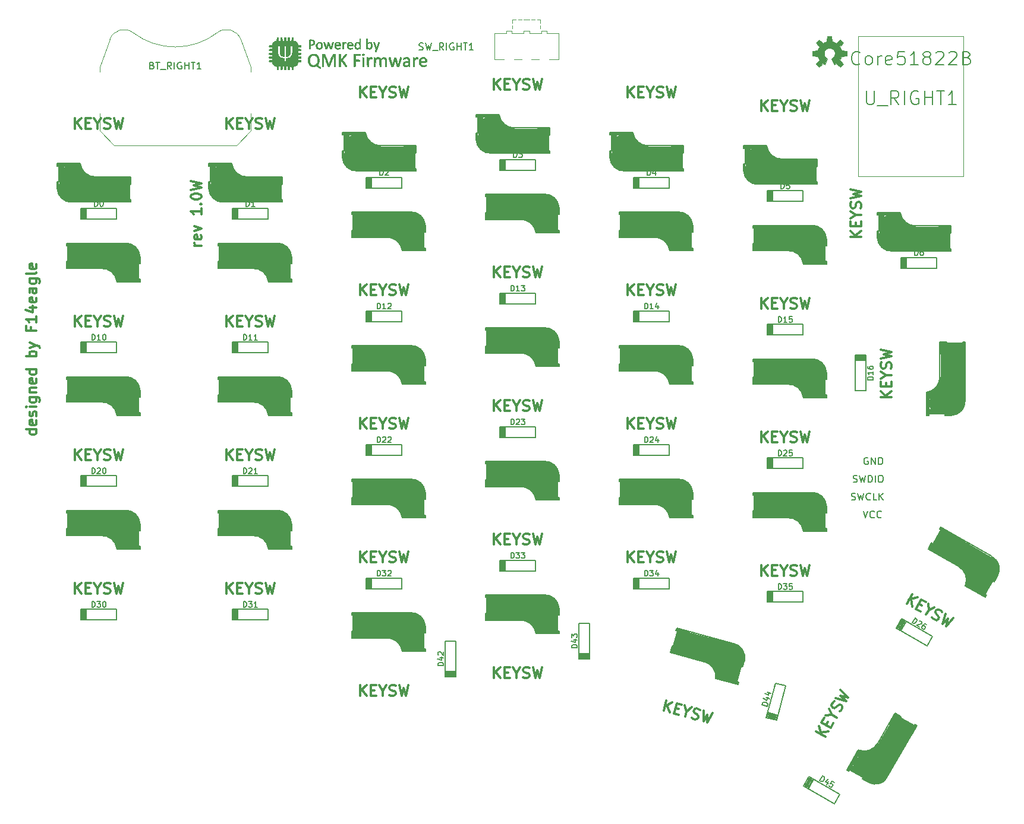
<source format=gto>
G04 #@! TF.GenerationSoftware,KiCad,Pcbnew,(5.1.2)-2*
G04 #@! TF.CreationDate,2019-10-26T12:53:45+08:00*
G04 #@! TF.ProjectId,redox_rev1_routed3,7265646f-785f-4726-9576-315f726f7574,1.0*
G04 #@! TF.SameCoordinates,Original*
G04 #@! TF.FileFunction,Legend,Top*
G04 #@! TF.FilePolarity,Positive*
%FSLAX46Y46*%
G04 Gerber Fmt 4.6, Leading zero omitted, Abs format (unit mm)*
G04 Created by KiCad (PCBNEW (5.1.2)-2) date 2019-10-26 12:53:45*
%MOMM*%
%LPD*%
G04 APERTURE LIST*
%ADD10C,0.200000*%
%ADD11C,0.300000*%
%ADD12C,0.010000*%
%ADD13C,0.400000*%
%ADD14C,0.500000*%
%ADD15C,1.000000*%
%ADD16C,0.150000*%
%ADD17C,3.500000*%
%ADD18C,3.000000*%
%ADD19C,0.800000*%
%ADD20C,0.100000*%
%ADD21C,0.120000*%
%ADD22C,0.304800*%
%ADD23C,0.152400*%
G04 APERTURE END LIST*
D10*
X200377238Y-117308380D02*
X200710571Y-118308380D01*
X201043904Y-117308380D01*
X201948666Y-118213142D02*
X201901047Y-118260761D01*
X201758190Y-118308380D01*
X201662952Y-118308380D01*
X201520095Y-118260761D01*
X201424857Y-118165523D01*
X201377238Y-118070285D01*
X201329619Y-117879809D01*
X201329619Y-117736952D01*
X201377238Y-117546476D01*
X201424857Y-117451238D01*
X201520095Y-117356000D01*
X201662952Y-117308380D01*
X201758190Y-117308380D01*
X201901047Y-117356000D01*
X201948666Y-117403619D01*
X202948666Y-118213142D02*
X202901047Y-118260761D01*
X202758190Y-118308380D01*
X202662952Y-118308380D01*
X202520095Y-118260761D01*
X202424857Y-118165523D01*
X202377238Y-118070285D01*
X202329619Y-117879809D01*
X202329619Y-117736952D01*
X202377238Y-117546476D01*
X202424857Y-117451238D01*
X202520095Y-117356000D01*
X202662952Y-117308380D01*
X202758190Y-117308380D01*
X202901047Y-117356000D01*
X202948666Y-117403619D01*
X198694476Y-115720761D02*
X198837333Y-115768380D01*
X199075428Y-115768380D01*
X199170666Y-115720761D01*
X199218285Y-115673142D01*
X199265904Y-115577904D01*
X199265904Y-115482666D01*
X199218285Y-115387428D01*
X199170666Y-115339809D01*
X199075428Y-115292190D01*
X198884952Y-115244571D01*
X198789714Y-115196952D01*
X198742095Y-115149333D01*
X198694476Y-115054095D01*
X198694476Y-114958857D01*
X198742095Y-114863619D01*
X198789714Y-114816000D01*
X198884952Y-114768380D01*
X199123047Y-114768380D01*
X199265904Y-114816000D01*
X199599238Y-114768380D02*
X199837333Y-115768380D01*
X200027809Y-115054095D01*
X200218285Y-115768380D01*
X200456380Y-114768380D01*
X201408761Y-115673142D02*
X201361142Y-115720761D01*
X201218285Y-115768380D01*
X201123047Y-115768380D01*
X200980190Y-115720761D01*
X200884952Y-115625523D01*
X200837333Y-115530285D01*
X200789714Y-115339809D01*
X200789714Y-115196952D01*
X200837333Y-115006476D01*
X200884952Y-114911238D01*
X200980190Y-114816000D01*
X201123047Y-114768380D01*
X201218285Y-114768380D01*
X201361142Y-114816000D01*
X201408761Y-114863619D01*
X202313523Y-115768380D02*
X201837333Y-115768380D01*
X201837333Y-114768380D01*
X202646857Y-115768380D02*
X202646857Y-114768380D01*
X203218285Y-115768380D02*
X202789714Y-115196952D01*
X203218285Y-114768380D02*
X202646857Y-115339809D01*
X198948476Y-113180761D02*
X199091333Y-113228380D01*
X199329428Y-113228380D01*
X199424666Y-113180761D01*
X199472285Y-113133142D01*
X199519904Y-113037904D01*
X199519904Y-112942666D01*
X199472285Y-112847428D01*
X199424666Y-112799809D01*
X199329428Y-112752190D01*
X199138952Y-112704571D01*
X199043714Y-112656952D01*
X198996095Y-112609333D01*
X198948476Y-112514095D01*
X198948476Y-112418857D01*
X198996095Y-112323619D01*
X199043714Y-112276000D01*
X199138952Y-112228380D01*
X199377047Y-112228380D01*
X199519904Y-112276000D01*
X199853238Y-112228380D02*
X200091333Y-113228380D01*
X200281809Y-112514095D01*
X200472285Y-113228380D01*
X200710380Y-112228380D01*
X201091333Y-113228380D02*
X201091333Y-112228380D01*
X201329428Y-112228380D01*
X201472285Y-112276000D01*
X201567523Y-112371238D01*
X201615142Y-112466476D01*
X201662761Y-112656952D01*
X201662761Y-112799809D01*
X201615142Y-112990285D01*
X201567523Y-113085523D01*
X201472285Y-113180761D01*
X201329428Y-113228380D01*
X201091333Y-113228380D01*
X202091333Y-113228380D02*
X202091333Y-112228380D01*
X202758000Y-112228380D02*
X202948476Y-112228380D01*
X203043714Y-112276000D01*
X203138952Y-112371238D01*
X203186571Y-112561714D01*
X203186571Y-112895047D01*
X203138952Y-113085523D01*
X203043714Y-113180761D01*
X202948476Y-113228380D01*
X202758000Y-113228380D01*
X202662761Y-113180761D01*
X202567523Y-113085523D01*
X202519904Y-112895047D01*
X202519904Y-112561714D01*
X202567523Y-112371238D01*
X202662761Y-112276000D01*
X202758000Y-112228380D01*
X201043904Y-109736000D02*
X200948666Y-109688380D01*
X200805809Y-109688380D01*
X200662952Y-109736000D01*
X200567714Y-109831238D01*
X200520095Y-109926476D01*
X200472476Y-110116952D01*
X200472476Y-110259809D01*
X200520095Y-110450285D01*
X200567714Y-110545523D01*
X200662952Y-110640761D01*
X200805809Y-110688380D01*
X200901047Y-110688380D01*
X201043904Y-110640761D01*
X201091523Y-110593142D01*
X201091523Y-110259809D01*
X200901047Y-110259809D01*
X201520095Y-110688380D02*
X201520095Y-109688380D01*
X202091523Y-110688380D01*
X202091523Y-109688380D01*
X202567714Y-110688380D02*
X202567714Y-109688380D01*
X202805809Y-109688380D01*
X202948666Y-109736000D01*
X203043904Y-109831238D01*
X203091523Y-109926476D01*
X203139142Y-110116952D01*
X203139142Y-110259809D01*
X203091523Y-110450285D01*
X203043904Y-110545523D01*
X202948666Y-110640761D01*
X202805809Y-110688380D01*
X202567714Y-110688380D01*
D11*
X106088571Y-79465714D02*
X105088571Y-79465714D01*
X105374285Y-79465714D02*
X105231428Y-79394285D01*
X105160000Y-79322857D01*
X105088571Y-79180000D01*
X105088571Y-79037142D01*
X106017142Y-77965714D02*
X106088571Y-78108571D01*
X106088571Y-78394285D01*
X106017142Y-78537142D01*
X105874285Y-78608571D01*
X105302857Y-78608571D01*
X105160000Y-78537142D01*
X105088571Y-78394285D01*
X105088571Y-78108571D01*
X105160000Y-77965714D01*
X105302857Y-77894285D01*
X105445714Y-77894285D01*
X105588571Y-78608571D01*
X105088571Y-77394285D02*
X106088571Y-77037142D01*
X105088571Y-76680000D01*
X106088571Y-74180000D02*
X106088571Y-75037142D01*
X106088571Y-74608571D02*
X104588571Y-74608571D01*
X104802857Y-74751428D01*
X104945714Y-74894285D01*
X105017142Y-75037142D01*
X105945714Y-73537142D02*
X106017142Y-73465714D01*
X106088571Y-73537142D01*
X106017142Y-73608571D01*
X105945714Y-73537142D01*
X106088571Y-73537142D01*
X104588571Y-72537142D02*
X104588571Y-72394285D01*
X104660000Y-72251428D01*
X104731428Y-72180000D01*
X104874285Y-72108571D01*
X105160000Y-72037142D01*
X105517142Y-72037142D01*
X105802857Y-72108571D01*
X105945714Y-72180000D01*
X106017142Y-72251428D01*
X106088571Y-72394285D01*
X106088571Y-72537142D01*
X106017142Y-72680000D01*
X105945714Y-72751428D01*
X105802857Y-72822857D01*
X105517142Y-72894285D01*
X105160000Y-72894285D01*
X104874285Y-72822857D01*
X104731428Y-72751428D01*
X104660000Y-72680000D01*
X104588571Y-72537142D01*
X104588571Y-71537142D02*
X106088571Y-71180000D01*
X105017142Y-70894285D01*
X106088571Y-70608571D01*
X104588571Y-70251428D01*
X82593571Y-105698285D02*
X81093571Y-105698285D01*
X82522142Y-105698285D02*
X82593571Y-105841142D01*
X82593571Y-106126857D01*
X82522142Y-106269714D01*
X82450714Y-106341142D01*
X82307857Y-106412571D01*
X81879285Y-106412571D01*
X81736428Y-106341142D01*
X81665000Y-106269714D01*
X81593571Y-106126857D01*
X81593571Y-105841142D01*
X81665000Y-105698285D01*
X82522142Y-104412571D02*
X82593571Y-104555428D01*
X82593571Y-104841142D01*
X82522142Y-104984000D01*
X82379285Y-105055428D01*
X81807857Y-105055428D01*
X81665000Y-104984000D01*
X81593571Y-104841142D01*
X81593571Y-104555428D01*
X81665000Y-104412571D01*
X81807857Y-104341142D01*
X81950714Y-104341142D01*
X82093571Y-105055428D01*
X82522142Y-103769714D02*
X82593571Y-103626857D01*
X82593571Y-103341142D01*
X82522142Y-103198285D01*
X82379285Y-103126857D01*
X82307857Y-103126857D01*
X82165000Y-103198285D01*
X82093571Y-103341142D01*
X82093571Y-103555428D01*
X82022142Y-103698285D01*
X81879285Y-103769714D01*
X81807857Y-103769714D01*
X81665000Y-103698285D01*
X81593571Y-103555428D01*
X81593571Y-103341142D01*
X81665000Y-103198285D01*
X82593571Y-102484000D02*
X81593571Y-102484000D01*
X81093571Y-102484000D02*
X81165000Y-102555428D01*
X81236428Y-102484000D01*
X81165000Y-102412571D01*
X81093571Y-102484000D01*
X81236428Y-102484000D01*
X81593571Y-101126857D02*
X82807857Y-101126857D01*
X82950714Y-101198285D01*
X83022142Y-101269714D01*
X83093571Y-101412571D01*
X83093571Y-101626857D01*
X83022142Y-101769714D01*
X82522142Y-101126857D02*
X82593571Y-101269714D01*
X82593571Y-101555428D01*
X82522142Y-101698285D01*
X82450714Y-101769714D01*
X82307857Y-101841142D01*
X81879285Y-101841142D01*
X81736428Y-101769714D01*
X81665000Y-101698285D01*
X81593571Y-101555428D01*
X81593571Y-101269714D01*
X81665000Y-101126857D01*
X81593571Y-100412571D02*
X82593571Y-100412571D01*
X81736428Y-100412571D02*
X81665000Y-100341142D01*
X81593571Y-100198285D01*
X81593571Y-99984000D01*
X81665000Y-99841142D01*
X81807857Y-99769714D01*
X82593571Y-99769714D01*
X82522142Y-98484000D02*
X82593571Y-98626857D01*
X82593571Y-98912571D01*
X82522142Y-99055428D01*
X82379285Y-99126857D01*
X81807857Y-99126857D01*
X81665000Y-99055428D01*
X81593571Y-98912571D01*
X81593571Y-98626857D01*
X81665000Y-98484000D01*
X81807857Y-98412571D01*
X81950714Y-98412571D01*
X82093571Y-99126857D01*
X82593571Y-97126857D02*
X81093571Y-97126857D01*
X82522142Y-97126857D02*
X82593571Y-97269714D01*
X82593571Y-97555428D01*
X82522142Y-97698285D01*
X82450714Y-97769714D01*
X82307857Y-97841142D01*
X81879285Y-97841142D01*
X81736428Y-97769714D01*
X81665000Y-97698285D01*
X81593571Y-97555428D01*
X81593571Y-97269714D01*
X81665000Y-97126857D01*
X82593571Y-95269714D02*
X81093571Y-95269714D01*
X81665000Y-95269714D02*
X81593571Y-95126857D01*
X81593571Y-94841142D01*
X81665000Y-94698285D01*
X81736428Y-94626857D01*
X81879285Y-94555428D01*
X82307857Y-94555428D01*
X82450714Y-94626857D01*
X82522142Y-94698285D01*
X82593571Y-94841142D01*
X82593571Y-95126857D01*
X82522142Y-95269714D01*
X81593571Y-94055428D02*
X82593571Y-93698285D01*
X81593571Y-93341142D02*
X82593571Y-93698285D01*
X82950714Y-93841142D01*
X83022142Y-93912571D01*
X83093571Y-94055428D01*
X81807857Y-91126857D02*
X81807857Y-91626857D01*
X82593571Y-91626857D02*
X81093571Y-91626857D01*
X81093571Y-90912571D01*
X82593571Y-89555428D02*
X82593571Y-90412571D01*
X82593571Y-89984000D02*
X81093571Y-89984000D01*
X81307857Y-90126857D01*
X81450714Y-90269714D01*
X81522142Y-90412571D01*
X81593571Y-88269714D02*
X82593571Y-88269714D01*
X81022142Y-88626857D02*
X82093571Y-88984000D01*
X82093571Y-88055428D01*
X82522142Y-86912571D02*
X82593571Y-87055428D01*
X82593571Y-87341142D01*
X82522142Y-87484000D01*
X82379285Y-87555428D01*
X81807857Y-87555428D01*
X81665000Y-87484000D01*
X81593571Y-87341142D01*
X81593571Y-87055428D01*
X81665000Y-86912571D01*
X81807857Y-86841142D01*
X81950714Y-86841142D01*
X82093571Y-87555428D01*
X82593571Y-85555428D02*
X81807857Y-85555428D01*
X81665000Y-85626857D01*
X81593571Y-85769714D01*
X81593571Y-86055428D01*
X81665000Y-86198285D01*
X82522142Y-85555428D02*
X82593571Y-85698285D01*
X82593571Y-86055428D01*
X82522142Y-86198285D01*
X82379285Y-86269714D01*
X82236428Y-86269714D01*
X82093571Y-86198285D01*
X82022142Y-86055428D01*
X82022142Y-85698285D01*
X81950714Y-85555428D01*
X81593571Y-84198285D02*
X82807857Y-84198285D01*
X82950714Y-84269714D01*
X83022142Y-84341142D01*
X83093571Y-84484000D01*
X83093571Y-84698285D01*
X83022142Y-84841142D01*
X82522142Y-84198285D02*
X82593571Y-84341142D01*
X82593571Y-84626857D01*
X82522142Y-84769714D01*
X82450714Y-84841142D01*
X82307857Y-84912571D01*
X81879285Y-84912571D01*
X81736428Y-84841142D01*
X81665000Y-84769714D01*
X81593571Y-84626857D01*
X81593571Y-84341142D01*
X81665000Y-84198285D01*
X82593571Y-83269714D02*
X82522142Y-83412571D01*
X82379285Y-83484000D01*
X81093571Y-83484000D01*
X82522142Y-82126857D02*
X82593571Y-82269714D01*
X82593571Y-82555428D01*
X82522142Y-82698285D01*
X82379285Y-82769714D01*
X81807857Y-82769714D01*
X81665000Y-82698285D01*
X81593571Y-82555428D01*
X81593571Y-82269714D01*
X81665000Y-82126857D01*
X81807857Y-82055428D01*
X81950714Y-82055428D01*
X82093571Y-82769714D01*
D12*
G36*
X117056178Y-50274148D02*
G01*
X117197205Y-50268420D01*
X117338231Y-50262692D01*
X117348000Y-50038000D01*
X117357770Y-49813308D01*
X117572693Y-49813308D01*
X117583717Y-50274148D01*
X117724743Y-50268420D01*
X117865770Y-50262692D01*
X117885308Y-49813308D01*
X118100231Y-49813308D01*
X118111255Y-50274148D01*
X118252281Y-50268420D01*
X118393308Y-50262692D01*
X118412846Y-49813308D01*
X118627770Y-49813308D01*
X118633281Y-50043728D01*
X118638793Y-50274148D01*
X118779820Y-50268420D01*
X118920846Y-50262692D01*
X118930616Y-50038000D01*
X118940385Y-49813308D01*
X119155308Y-49813308D01*
X119160813Y-50042884D01*
X119166317Y-50272461D01*
X119259909Y-50272461D01*
X119399161Y-50290638D01*
X119524257Y-50342068D01*
X119630547Y-50422102D01*
X119713382Y-50526092D01*
X119768112Y-50649387D01*
X119790090Y-50787340D01*
X119790308Y-50802860D01*
X119790308Y-50896452D01*
X120019885Y-50901957D01*
X120249462Y-50907461D01*
X120255473Y-51013074D01*
X120254705Y-51089302D01*
X120241479Y-51129942D01*
X120235934Y-51134890D01*
X120206734Y-51141580D01*
X120147784Y-51146986D01*
X120068408Y-51150455D01*
X120000346Y-51151393D01*
X119790308Y-51151692D01*
X119790308Y-51423991D01*
X120019885Y-51429495D01*
X120249462Y-51435000D01*
X120255473Y-51540612D01*
X120254705Y-51616840D01*
X120241479Y-51657480D01*
X120235934Y-51662428D01*
X120206734Y-51669119D01*
X120147784Y-51674525D01*
X120068408Y-51677993D01*
X120000346Y-51678931D01*
X119790308Y-51679231D01*
X119790308Y-51951529D01*
X120019885Y-51957034D01*
X120249462Y-51962538D01*
X120255246Y-52072370D01*
X120256866Y-52124586D01*
X120251434Y-52161070D01*
X120233157Y-52184655D01*
X120196243Y-52198172D01*
X120134897Y-52204452D01*
X120043327Y-52206327D01*
X119980808Y-52206502D01*
X119790308Y-52206769D01*
X119790308Y-52479067D01*
X120249462Y-52490077D01*
X120255246Y-52599909D01*
X120256866Y-52652124D01*
X120251434Y-52688609D01*
X120233157Y-52712194D01*
X120196243Y-52725710D01*
X120134897Y-52731990D01*
X120043327Y-52733865D01*
X119980808Y-52734041D01*
X119790308Y-52734308D01*
X119790308Y-53006606D01*
X120019885Y-53012111D01*
X120249462Y-53017615D01*
X120255246Y-53127447D01*
X120256866Y-53179663D01*
X120251434Y-53216147D01*
X120233157Y-53239732D01*
X120196243Y-53253249D01*
X120134897Y-53259529D01*
X120043327Y-53261404D01*
X119980808Y-53261579D01*
X119790308Y-53261846D01*
X119790117Y-53364423D01*
X119771543Y-53498358D01*
X119719157Y-53619062D01*
X119637187Y-53722249D01*
X119529861Y-53803631D01*
X119401409Y-53858919D01*
X119279639Y-53882116D01*
X119165077Y-53892504D01*
X119165077Y-54102321D01*
X119163650Y-54207354D01*
X119157181Y-54279196D01*
X119142391Y-54323694D01*
X119116002Y-54346695D01*
X119074735Y-54354046D01*
X119024867Y-54352309D01*
X118940385Y-54346231D01*
X118930616Y-54121538D01*
X118920846Y-53896846D01*
X118779193Y-53891105D01*
X118637539Y-53885365D01*
X118637539Y-54098752D01*
X118636165Y-54204613D01*
X118629901Y-54277251D01*
X118615530Y-54322480D01*
X118589835Y-54346118D01*
X118549600Y-54353982D01*
X118497329Y-54352309D01*
X118412846Y-54346231D01*
X118407342Y-54116654D01*
X118401837Y-53887077D01*
X118110000Y-53887077D01*
X118110000Y-54099608D01*
X118108614Y-54205271D01*
X118102302Y-54277718D01*
X118087832Y-54322773D01*
X118061973Y-54346258D01*
X118021494Y-54353999D01*
X117969790Y-54352309D01*
X117885308Y-54346231D01*
X117879803Y-54116654D01*
X117874299Y-53887077D01*
X117582462Y-53887077D01*
X117582462Y-54099608D01*
X117581076Y-54205271D01*
X117574763Y-54277718D01*
X117560293Y-54322773D01*
X117534434Y-54346258D01*
X117493955Y-54353999D01*
X117442252Y-54352309D01*
X117357770Y-54346231D01*
X117346760Y-53887077D01*
X117054923Y-53887077D01*
X117054923Y-54098092D01*
X117052555Y-54210985D01*
X117045556Y-54288558D01*
X117034088Y-54329199D01*
X117031477Y-54332554D01*
X116999155Y-54346382D01*
X116946239Y-54354378D01*
X116889451Y-54355661D01*
X116845513Y-54349351D01*
X116833487Y-54342974D01*
X116828262Y-54319280D01*
X116824036Y-54264964D01*
X116821285Y-54188479D01*
X116820462Y-54111338D01*
X116820462Y-53892728D01*
X116694444Y-53880960D01*
X116543505Y-53849978D01*
X116416328Y-53788403D01*
X116314513Y-53697827D01*
X116239663Y-53579842D01*
X116193376Y-53436039D01*
X116183335Y-53372648D01*
X116170312Y-53261846D01*
X115976333Y-53261846D01*
X115868358Y-53260173D01*
X115793483Y-53253348D01*
X115745808Y-53238662D01*
X115719431Y-53213404D01*
X115708452Y-53174867D01*
X115706770Y-53138066D01*
X115711969Y-53080692D01*
X115724957Y-53038679D01*
X115730216Y-53031292D01*
X115763814Y-53019012D01*
X115834644Y-53011170D01*
X115941093Y-53007929D01*
X115964677Y-53007846D01*
X116175693Y-53007846D01*
X116175693Y-52734308D01*
X115979023Y-52734308D01*
X115870446Y-52732674D01*
X115794996Y-52725990D01*
X115746796Y-52711585D01*
X115719968Y-52686787D01*
X115708636Y-52648923D01*
X115706770Y-52610528D01*
X115711969Y-52553153D01*
X115724957Y-52511140D01*
X115730216Y-52503754D01*
X115763814Y-52491473D01*
X115834644Y-52483632D01*
X115941093Y-52480390D01*
X115964677Y-52480308D01*
X116175693Y-52480308D01*
X116175693Y-52206769D01*
X115979023Y-52206769D01*
X115870446Y-52205135D01*
X115794996Y-52198452D01*
X115746796Y-52184047D01*
X115719968Y-52159249D01*
X115708636Y-52121385D01*
X115706769Y-52082989D01*
X115711969Y-52025615D01*
X115724957Y-51983602D01*
X115730216Y-51976215D01*
X115763814Y-51963935D01*
X115834644Y-51956093D01*
X115941093Y-51952852D01*
X115964677Y-51952769D01*
X116175693Y-51952769D01*
X116175693Y-51702884D01*
X116960608Y-51702884D01*
X116960981Y-51841634D01*
X116963083Y-51950723D01*
X116967080Y-52034847D01*
X116973143Y-52098699D01*
X116981439Y-52146977D01*
X116984364Y-52159031D01*
X117044071Y-52315320D01*
X117134763Y-52448738D01*
X117254863Y-52558020D01*
X117402793Y-52641899D01*
X117576978Y-52699108D01*
X117680867Y-52718391D01*
X117836462Y-52740395D01*
X117836462Y-52938598D01*
X117839150Y-53050980D01*
X117847197Y-53125171D01*
X117860574Y-53160910D01*
X117860718Y-53161056D01*
X117897997Y-53175695D01*
X117967325Y-53180565D01*
X118002372Y-53179617D01*
X118119770Y-53173923D01*
X118125294Y-52954115D01*
X118128155Y-52858752D01*
X118131924Y-52795792D01*
X118137960Y-52758567D01*
X118147621Y-52740406D01*
X118162268Y-52734638D01*
X118170079Y-52734308D01*
X118235376Y-52727952D01*
X118323313Y-52711213D01*
X118420000Y-52687581D01*
X118511545Y-52660546D01*
X118584058Y-52633598D01*
X118599153Y-52626496D01*
X118703637Y-52558434D01*
X118804584Y-52466216D01*
X118888025Y-52363346D01*
X118912787Y-52323288D01*
X118942905Y-52266459D01*
X118966740Y-52212320D01*
X118985016Y-52155396D01*
X118998457Y-52090211D01*
X119007788Y-52011288D01*
X119013733Y-51913151D01*
X119017015Y-51790325D01*
X119018360Y-51637334D01*
X119018539Y-51523763D01*
X119018539Y-51006834D01*
X118950154Y-50992735D01*
X118880464Y-50986921D01*
X118813385Y-50992738D01*
X118745000Y-51006841D01*
X118733563Y-51523767D01*
X118728916Y-51693910D01*
X118723111Y-51840747D01*
X118716366Y-51960597D01*
X118708899Y-52049781D01*
X118700929Y-52104620D01*
X118698589Y-52113468D01*
X118641963Y-52227774D01*
X118554483Y-52326523D01*
X118442993Y-52404443D01*
X118314338Y-52456262D01*
X118232353Y-52472558D01*
X118130013Y-52485279D01*
X118124891Y-51746013D01*
X118119770Y-51006747D01*
X118051385Y-50992691D01*
X117981698Y-50986917D01*
X117914616Y-50992764D01*
X117846231Y-51006894D01*
X117841109Y-51745784D01*
X117835988Y-52484673D01*
X117743417Y-52471307D01*
X117596300Y-52433336D01*
X117469916Y-52366480D01*
X117368630Y-52273734D01*
X117301168Y-52167692D01*
X117288839Y-52138746D01*
X117279067Y-52107358D01*
X117271441Y-52068464D01*
X117265549Y-52017000D01*
X117260977Y-51947902D01*
X117257313Y-51856105D01*
X117254146Y-51736547D01*
X117251062Y-51584163D01*
X117250308Y-51543235D01*
X117240539Y-51006702D01*
X117172154Y-50992668D01*
X117102465Y-50986909D01*
X117035385Y-50992761D01*
X116967000Y-51006886D01*
X116961794Y-51529777D01*
X116960608Y-51702884D01*
X116175693Y-51702884D01*
X116175693Y-51679231D01*
X115979023Y-51679231D01*
X115870446Y-51677597D01*
X115794996Y-51670913D01*
X115746796Y-51656509D01*
X115719968Y-51631710D01*
X115708636Y-51593846D01*
X115706770Y-51555451D01*
X115711969Y-51498076D01*
X115724957Y-51456063D01*
X115730216Y-51448677D01*
X115763814Y-51436396D01*
X115834644Y-51428555D01*
X115941093Y-51425313D01*
X115964677Y-51425231D01*
X116175693Y-51425231D01*
X116175693Y-51151692D01*
X115979023Y-51151692D01*
X115870446Y-51150058D01*
X115794996Y-51143375D01*
X115746796Y-51128970D01*
X115719968Y-51104172D01*
X115708636Y-51066308D01*
X115706770Y-51027912D01*
X115711969Y-50970538D01*
X115724957Y-50928525D01*
X115730216Y-50921138D01*
X115763802Y-50908833D01*
X115834405Y-50900980D01*
X115940195Y-50897764D01*
X115961894Y-50897692D01*
X116170126Y-50897692D01*
X116182366Y-50780581D01*
X116202465Y-50662152D01*
X116238783Y-50566713D01*
X116297645Y-50479452D01*
X116323884Y-50449050D01*
X116420643Y-50362572D01*
X116530306Y-50306932D01*
X116662231Y-50277591D01*
X116681753Y-50275447D01*
X116810693Y-50262692D01*
X116830231Y-49813308D01*
X117045154Y-49813308D01*
X117056178Y-50274148D01*
X117056178Y-50274148D01*
G37*
X117056178Y-50274148D02*
X117197205Y-50268420D01*
X117338231Y-50262692D01*
X117348000Y-50038000D01*
X117357770Y-49813308D01*
X117572693Y-49813308D01*
X117583717Y-50274148D01*
X117724743Y-50268420D01*
X117865770Y-50262692D01*
X117885308Y-49813308D01*
X118100231Y-49813308D01*
X118111255Y-50274148D01*
X118252281Y-50268420D01*
X118393308Y-50262692D01*
X118412846Y-49813308D01*
X118627770Y-49813308D01*
X118633281Y-50043728D01*
X118638793Y-50274148D01*
X118779820Y-50268420D01*
X118920846Y-50262692D01*
X118930616Y-50038000D01*
X118940385Y-49813308D01*
X119155308Y-49813308D01*
X119160813Y-50042884D01*
X119166317Y-50272461D01*
X119259909Y-50272461D01*
X119399161Y-50290638D01*
X119524257Y-50342068D01*
X119630547Y-50422102D01*
X119713382Y-50526092D01*
X119768112Y-50649387D01*
X119790090Y-50787340D01*
X119790308Y-50802860D01*
X119790308Y-50896452D01*
X120019885Y-50901957D01*
X120249462Y-50907461D01*
X120255473Y-51013074D01*
X120254705Y-51089302D01*
X120241479Y-51129942D01*
X120235934Y-51134890D01*
X120206734Y-51141580D01*
X120147784Y-51146986D01*
X120068408Y-51150455D01*
X120000346Y-51151393D01*
X119790308Y-51151692D01*
X119790308Y-51423991D01*
X120019885Y-51429495D01*
X120249462Y-51435000D01*
X120255473Y-51540612D01*
X120254705Y-51616840D01*
X120241479Y-51657480D01*
X120235934Y-51662428D01*
X120206734Y-51669119D01*
X120147784Y-51674525D01*
X120068408Y-51677993D01*
X120000346Y-51678931D01*
X119790308Y-51679231D01*
X119790308Y-51951529D01*
X120019885Y-51957034D01*
X120249462Y-51962538D01*
X120255246Y-52072370D01*
X120256866Y-52124586D01*
X120251434Y-52161070D01*
X120233157Y-52184655D01*
X120196243Y-52198172D01*
X120134897Y-52204452D01*
X120043327Y-52206327D01*
X119980808Y-52206502D01*
X119790308Y-52206769D01*
X119790308Y-52479067D01*
X120249462Y-52490077D01*
X120255246Y-52599909D01*
X120256866Y-52652124D01*
X120251434Y-52688609D01*
X120233157Y-52712194D01*
X120196243Y-52725710D01*
X120134897Y-52731990D01*
X120043327Y-52733865D01*
X119980808Y-52734041D01*
X119790308Y-52734308D01*
X119790308Y-53006606D01*
X120019885Y-53012111D01*
X120249462Y-53017615D01*
X120255246Y-53127447D01*
X120256866Y-53179663D01*
X120251434Y-53216147D01*
X120233157Y-53239732D01*
X120196243Y-53253249D01*
X120134897Y-53259529D01*
X120043327Y-53261404D01*
X119980808Y-53261579D01*
X119790308Y-53261846D01*
X119790117Y-53364423D01*
X119771543Y-53498358D01*
X119719157Y-53619062D01*
X119637187Y-53722249D01*
X119529861Y-53803631D01*
X119401409Y-53858919D01*
X119279639Y-53882116D01*
X119165077Y-53892504D01*
X119165077Y-54102321D01*
X119163650Y-54207354D01*
X119157181Y-54279196D01*
X119142391Y-54323694D01*
X119116002Y-54346695D01*
X119074735Y-54354046D01*
X119024867Y-54352309D01*
X118940385Y-54346231D01*
X118930616Y-54121538D01*
X118920846Y-53896846D01*
X118779193Y-53891105D01*
X118637539Y-53885365D01*
X118637539Y-54098752D01*
X118636165Y-54204613D01*
X118629901Y-54277251D01*
X118615530Y-54322480D01*
X118589835Y-54346118D01*
X118549600Y-54353982D01*
X118497329Y-54352309D01*
X118412846Y-54346231D01*
X118407342Y-54116654D01*
X118401837Y-53887077D01*
X118110000Y-53887077D01*
X118110000Y-54099608D01*
X118108614Y-54205271D01*
X118102302Y-54277718D01*
X118087832Y-54322773D01*
X118061973Y-54346258D01*
X118021494Y-54353999D01*
X117969790Y-54352309D01*
X117885308Y-54346231D01*
X117879803Y-54116654D01*
X117874299Y-53887077D01*
X117582462Y-53887077D01*
X117582462Y-54099608D01*
X117581076Y-54205271D01*
X117574763Y-54277718D01*
X117560293Y-54322773D01*
X117534434Y-54346258D01*
X117493955Y-54353999D01*
X117442252Y-54352309D01*
X117357770Y-54346231D01*
X117346760Y-53887077D01*
X117054923Y-53887077D01*
X117054923Y-54098092D01*
X117052555Y-54210985D01*
X117045556Y-54288558D01*
X117034088Y-54329199D01*
X117031477Y-54332554D01*
X116999155Y-54346382D01*
X116946239Y-54354378D01*
X116889451Y-54355661D01*
X116845513Y-54349351D01*
X116833487Y-54342974D01*
X116828262Y-54319280D01*
X116824036Y-54264964D01*
X116821285Y-54188479D01*
X116820462Y-54111338D01*
X116820462Y-53892728D01*
X116694444Y-53880960D01*
X116543505Y-53849978D01*
X116416328Y-53788403D01*
X116314513Y-53697827D01*
X116239663Y-53579842D01*
X116193376Y-53436039D01*
X116183335Y-53372648D01*
X116170312Y-53261846D01*
X115976333Y-53261846D01*
X115868358Y-53260173D01*
X115793483Y-53253348D01*
X115745808Y-53238662D01*
X115719431Y-53213404D01*
X115708452Y-53174867D01*
X115706770Y-53138066D01*
X115711969Y-53080692D01*
X115724957Y-53038679D01*
X115730216Y-53031292D01*
X115763814Y-53019012D01*
X115834644Y-53011170D01*
X115941093Y-53007929D01*
X115964677Y-53007846D01*
X116175693Y-53007846D01*
X116175693Y-52734308D01*
X115979023Y-52734308D01*
X115870446Y-52732674D01*
X115794996Y-52725990D01*
X115746796Y-52711585D01*
X115719968Y-52686787D01*
X115708636Y-52648923D01*
X115706770Y-52610528D01*
X115711969Y-52553153D01*
X115724957Y-52511140D01*
X115730216Y-52503754D01*
X115763814Y-52491473D01*
X115834644Y-52483632D01*
X115941093Y-52480390D01*
X115964677Y-52480308D01*
X116175693Y-52480308D01*
X116175693Y-52206769D01*
X115979023Y-52206769D01*
X115870446Y-52205135D01*
X115794996Y-52198452D01*
X115746796Y-52184047D01*
X115719968Y-52159249D01*
X115708636Y-52121385D01*
X115706769Y-52082989D01*
X115711969Y-52025615D01*
X115724957Y-51983602D01*
X115730216Y-51976215D01*
X115763814Y-51963935D01*
X115834644Y-51956093D01*
X115941093Y-51952852D01*
X115964677Y-51952769D01*
X116175693Y-51952769D01*
X116175693Y-51702884D01*
X116960608Y-51702884D01*
X116960981Y-51841634D01*
X116963083Y-51950723D01*
X116967080Y-52034847D01*
X116973143Y-52098699D01*
X116981439Y-52146977D01*
X116984364Y-52159031D01*
X117044071Y-52315320D01*
X117134763Y-52448738D01*
X117254863Y-52558020D01*
X117402793Y-52641899D01*
X117576978Y-52699108D01*
X117680867Y-52718391D01*
X117836462Y-52740395D01*
X117836462Y-52938598D01*
X117839150Y-53050980D01*
X117847197Y-53125171D01*
X117860574Y-53160910D01*
X117860718Y-53161056D01*
X117897997Y-53175695D01*
X117967325Y-53180565D01*
X118002372Y-53179617D01*
X118119770Y-53173923D01*
X118125294Y-52954115D01*
X118128155Y-52858752D01*
X118131924Y-52795792D01*
X118137960Y-52758567D01*
X118147621Y-52740406D01*
X118162268Y-52734638D01*
X118170079Y-52734308D01*
X118235376Y-52727952D01*
X118323313Y-52711213D01*
X118420000Y-52687581D01*
X118511545Y-52660546D01*
X118584058Y-52633598D01*
X118599153Y-52626496D01*
X118703637Y-52558434D01*
X118804584Y-52466216D01*
X118888025Y-52363346D01*
X118912787Y-52323288D01*
X118942905Y-52266459D01*
X118966740Y-52212320D01*
X118985016Y-52155396D01*
X118998457Y-52090211D01*
X119007788Y-52011288D01*
X119013733Y-51913151D01*
X119017015Y-51790325D01*
X119018360Y-51637334D01*
X119018539Y-51523763D01*
X119018539Y-51006834D01*
X118950154Y-50992735D01*
X118880464Y-50986921D01*
X118813385Y-50992738D01*
X118745000Y-51006841D01*
X118733563Y-51523767D01*
X118728916Y-51693910D01*
X118723111Y-51840747D01*
X118716366Y-51960597D01*
X118708899Y-52049781D01*
X118700929Y-52104620D01*
X118698589Y-52113468D01*
X118641963Y-52227774D01*
X118554483Y-52326523D01*
X118442993Y-52404443D01*
X118314338Y-52456262D01*
X118232353Y-52472558D01*
X118130013Y-52485279D01*
X118124891Y-51746013D01*
X118119770Y-51006747D01*
X118051385Y-50992691D01*
X117981698Y-50986917D01*
X117914616Y-50992764D01*
X117846231Y-51006894D01*
X117841109Y-51745784D01*
X117835988Y-52484673D01*
X117743417Y-52471307D01*
X117596300Y-52433336D01*
X117469916Y-52366480D01*
X117368630Y-52273734D01*
X117301168Y-52167692D01*
X117288839Y-52138746D01*
X117279067Y-52107358D01*
X117271441Y-52068464D01*
X117265549Y-52017000D01*
X117260977Y-51947902D01*
X117257313Y-51856105D01*
X117254146Y-51736547D01*
X117251062Y-51584163D01*
X117250308Y-51543235D01*
X117240539Y-51006702D01*
X117172154Y-50992668D01*
X117102465Y-50986909D01*
X117035385Y-50992761D01*
X116967000Y-51006886D01*
X116961794Y-51529777D01*
X116960608Y-51702884D01*
X116175693Y-51702884D01*
X116175693Y-51679231D01*
X115979023Y-51679231D01*
X115870446Y-51677597D01*
X115794996Y-51670913D01*
X115746796Y-51656509D01*
X115719968Y-51631710D01*
X115708636Y-51593846D01*
X115706770Y-51555451D01*
X115711969Y-51498076D01*
X115724957Y-51456063D01*
X115730216Y-51448677D01*
X115763814Y-51436396D01*
X115834644Y-51428555D01*
X115941093Y-51425313D01*
X115964677Y-51425231D01*
X116175693Y-51425231D01*
X116175693Y-51151692D01*
X115979023Y-51151692D01*
X115870446Y-51150058D01*
X115794996Y-51143375D01*
X115746796Y-51128970D01*
X115719968Y-51104172D01*
X115708636Y-51066308D01*
X115706770Y-51027912D01*
X115711969Y-50970538D01*
X115724957Y-50928525D01*
X115730216Y-50921138D01*
X115763802Y-50908833D01*
X115834405Y-50900980D01*
X115940195Y-50897764D01*
X115961894Y-50897692D01*
X116170126Y-50897692D01*
X116182366Y-50780581D01*
X116202465Y-50662152D01*
X116238783Y-50566713D01*
X116297645Y-50479452D01*
X116323884Y-50449050D01*
X116420643Y-50362572D01*
X116530306Y-50306932D01*
X116662231Y-50277591D01*
X116681753Y-50275447D01*
X116810693Y-50262692D01*
X116830231Y-49813308D01*
X117045154Y-49813308D01*
X117056178Y-50274148D01*
G36*
X122237926Y-52139363D02*
G01*
X122377166Y-52172912D01*
X122498715Y-52231682D01*
X122546791Y-52264755D01*
X122646235Y-52353507D01*
X122721877Y-52456069D01*
X122782413Y-52584428D01*
X122786432Y-52595014D01*
X122802799Y-52643919D01*
X122814282Y-52694241D01*
X122821718Y-52754254D01*
X122825939Y-52832235D01*
X122827783Y-52936458D01*
X122828085Y-53007846D01*
X122827650Y-53128407D01*
X122825328Y-53218540D01*
X122820214Y-53286884D01*
X122811405Y-53342075D01*
X122797997Y-53392752D01*
X122783270Y-53436072D01*
X122749947Y-53516572D01*
X122710315Y-53595805D01*
X122681374Y-53643757D01*
X122624746Y-53726062D01*
X122736412Y-53804051D01*
X122812516Y-53854108D01*
X122894248Y-53903178D01*
X122948322Y-53932552D01*
X123022431Y-53980156D01*
X123060977Y-54033304D01*
X123067470Y-54098170D01*
X123061254Y-54131308D01*
X123048794Y-54164087D01*
X123026959Y-54176646D01*
X122986378Y-54170565D01*
X122932956Y-54152923D01*
X122823643Y-54103815D01*
X122699215Y-54030760D01*
X122569717Y-53939706D01*
X122558972Y-53931463D01*
X122445713Y-53843973D01*
X122344049Y-53889640D01*
X122246694Y-53919115D01*
X122125453Y-53934602D01*
X121992912Y-53936145D01*
X121861658Y-53923787D01*
X121744276Y-53897573D01*
X121714846Y-53887468D01*
X121589328Y-53820609D01*
X121477432Y-53723850D01*
X121387727Y-53606040D01*
X121335114Y-53495349D01*
X121310006Y-53397689D01*
X121291347Y-53273753D01*
X121279846Y-53135921D01*
X121277014Y-53027385D01*
X121520783Y-53027385D01*
X121524691Y-53187076D01*
X121539136Y-53315683D01*
X121565690Y-53420158D01*
X121605922Y-53507449D01*
X121640989Y-53559360D01*
X121731125Y-53646228D01*
X121843217Y-53705482D01*
X121970379Y-53735870D01*
X122105724Y-53736141D01*
X122242364Y-53705045D01*
X122303934Y-53679780D01*
X122403455Y-53615607D01*
X122483246Y-53524648D01*
X122547829Y-53401645D01*
X122552008Y-53391424D01*
X122569200Y-53342507D01*
X122580822Y-53290682D01*
X122587871Y-53226915D01*
X122591347Y-53142173D01*
X122592247Y-53027422D01*
X122592247Y-53027385D01*
X122587861Y-52869639D01*
X122573442Y-52743117D01*
X122546886Y-52640778D01*
X122506088Y-52555580D01*
X122448943Y-52480483D01*
X122419772Y-52450465D01*
X122330648Y-52382121D01*
X122228631Y-52341294D01*
X122104641Y-52324733D01*
X122066539Y-52324000D01*
X121939226Y-52333615D01*
X121835579Y-52365237D01*
X121744499Y-52423027D01*
X121702889Y-52460400D01*
X121633467Y-52538573D01*
X121583047Y-52622384D01*
X121549176Y-52719464D01*
X121529407Y-52837441D01*
X121521287Y-52983943D01*
X121520783Y-53027385D01*
X121277014Y-53027385D01*
X121276209Y-52996569D01*
X121281142Y-52868074D01*
X121293721Y-52770790D01*
X121345348Y-52590315D01*
X121423169Y-52438774D01*
X121526555Y-52316686D01*
X121654872Y-52224573D01*
X121807489Y-52162953D01*
X121983775Y-52132348D01*
X122073301Y-52128827D01*
X122237926Y-52139363D01*
X122237926Y-52139363D01*
G37*
X122237926Y-52139363D02*
X122377166Y-52172912D01*
X122498715Y-52231682D01*
X122546791Y-52264755D01*
X122646235Y-52353507D01*
X122721877Y-52456069D01*
X122782413Y-52584428D01*
X122786432Y-52595014D01*
X122802799Y-52643919D01*
X122814282Y-52694241D01*
X122821718Y-52754254D01*
X122825939Y-52832235D01*
X122827783Y-52936458D01*
X122828085Y-53007846D01*
X122827650Y-53128407D01*
X122825328Y-53218540D01*
X122820214Y-53286884D01*
X122811405Y-53342075D01*
X122797997Y-53392752D01*
X122783270Y-53436072D01*
X122749947Y-53516572D01*
X122710315Y-53595805D01*
X122681374Y-53643757D01*
X122624746Y-53726062D01*
X122736412Y-53804051D01*
X122812516Y-53854108D01*
X122894248Y-53903178D01*
X122948322Y-53932552D01*
X123022431Y-53980156D01*
X123060977Y-54033304D01*
X123067470Y-54098170D01*
X123061254Y-54131308D01*
X123048794Y-54164087D01*
X123026959Y-54176646D01*
X122986378Y-54170565D01*
X122932956Y-54152923D01*
X122823643Y-54103815D01*
X122699215Y-54030760D01*
X122569717Y-53939706D01*
X122558972Y-53931463D01*
X122445713Y-53843973D01*
X122344049Y-53889640D01*
X122246694Y-53919115D01*
X122125453Y-53934602D01*
X121992912Y-53936145D01*
X121861658Y-53923787D01*
X121744276Y-53897573D01*
X121714846Y-53887468D01*
X121589328Y-53820609D01*
X121477432Y-53723850D01*
X121387727Y-53606040D01*
X121335114Y-53495349D01*
X121310006Y-53397689D01*
X121291347Y-53273753D01*
X121279846Y-53135921D01*
X121277014Y-53027385D01*
X121520783Y-53027385D01*
X121524691Y-53187076D01*
X121539136Y-53315683D01*
X121565690Y-53420158D01*
X121605922Y-53507449D01*
X121640989Y-53559360D01*
X121731125Y-53646228D01*
X121843217Y-53705482D01*
X121970379Y-53735870D01*
X122105724Y-53736141D01*
X122242364Y-53705045D01*
X122303934Y-53679780D01*
X122403455Y-53615607D01*
X122483246Y-53524648D01*
X122547829Y-53401645D01*
X122552008Y-53391424D01*
X122569200Y-53342507D01*
X122580822Y-53290682D01*
X122587871Y-53226915D01*
X122591347Y-53142173D01*
X122592247Y-53027422D01*
X122592247Y-53027385D01*
X122587861Y-52869639D01*
X122573442Y-52743117D01*
X122546886Y-52640778D01*
X122506088Y-52555580D01*
X122448943Y-52480483D01*
X122419772Y-52450465D01*
X122330648Y-52382121D01*
X122228631Y-52341294D01*
X122104641Y-52324733D01*
X122066539Y-52324000D01*
X121939226Y-52333615D01*
X121835579Y-52365237D01*
X121744499Y-52423027D01*
X121702889Y-52460400D01*
X121633467Y-52538573D01*
X121583047Y-52622384D01*
X121549176Y-52719464D01*
X121529407Y-52837441D01*
X121521287Y-52983943D01*
X121520783Y-53027385D01*
X121277014Y-53027385D01*
X121276209Y-52996569D01*
X121281142Y-52868074D01*
X121293721Y-52770790D01*
X121345348Y-52590315D01*
X121423169Y-52438774D01*
X121526555Y-52316686D01*
X121654872Y-52224573D01*
X121807489Y-52162953D01*
X121983775Y-52132348D01*
X122073301Y-52128827D01*
X122237926Y-52139363D01*
G36*
X135416548Y-52602405D02*
G01*
X135508560Y-52619331D01*
X135592399Y-52659756D01*
X135669695Y-52726828D01*
X135728531Y-52808489D01*
X135751698Y-52865384D01*
X135759358Y-52916890D01*
X135764862Y-53005188D01*
X135768146Y-53128048D01*
X135769143Y-53283240D01*
X135768230Y-53431291D01*
X135763000Y-53916385D01*
X135684846Y-53916385D01*
X135634586Y-53914138D01*
X135611215Y-53900338D01*
X135602559Y-53864391D01*
X135600629Y-53843115D01*
X135594436Y-53796005D01*
X135586682Y-53771045D01*
X135584829Y-53769846D01*
X135565250Y-53781035D01*
X135526290Y-53809521D01*
X135500787Y-53829561D01*
X135389713Y-53896487D01*
X135264808Y-53934275D01*
X135136792Y-53940933D01*
X135025601Y-53917890D01*
X134914636Y-53863989D01*
X134837743Y-53792184D01*
X134793039Y-53699599D01*
X134778643Y-53583358D01*
X134779215Y-53566230D01*
X134996729Y-53566230D01*
X135008538Y-53613795D01*
X135049573Y-53689424D01*
X135115290Y-53741551D01*
X135197384Y-53767620D01*
X135287549Y-53765075D01*
X135377480Y-53731361D01*
X135382000Y-53728704D01*
X135442918Y-53687274D01*
X135499734Y-53641248D01*
X135504116Y-53637198D01*
X135532895Y-53606261D01*
X135549084Y-53573421D01*
X135556222Y-53526403D01*
X135557846Y-53452926D01*
X135557846Y-53314779D01*
X135365367Y-53325385D01*
X135242033Y-53336263D01*
X135151072Y-53355007D01*
X135086138Y-53384197D01*
X135040886Y-53426413D01*
X135016506Y-53467205D01*
X134997148Y-53518882D01*
X134996729Y-53566230D01*
X134779215Y-53566230D01*
X134780005Y-53542606D01*
X134801287Y-53430270D01*
X134850457Y-53339246D01*
X134929056Y-53268520D01*
X135038626Y-53217074D01*
X135180710Y-53183893D01*
X135347808Y-53168335D01*
X135557846Y-53159134D01*
X135557737Y-53088375D01*
X135545244Y-52977758D01*
X135510355Y-52885215D01*
X135469322Y-52831435D01*
X135400665Y-52791765D01*
X135308452Y-52774276D01*
X135201432Y-52779164D01*
X135088356Y-52806627D01*
X135048169Y-52821945D01*
X134977664Y-52850389D01*
X134915743Y-52873278D01*
X134877639Y-52885148D01*
X134849773Y-52888630D01*
X134837814Y-52875523D01*
X134836888Y-52836585D01*
X134838562Y-52811057D01*
X134847529Y-52752687D01*
X134869979Y-52716378D01*
X134908099Y-52689567D01*
X135014967Y-52643659D01*
X135144621Y-52612743D01*
X135283127Y-52598448D01*
X135416548Y-52602405D01*
X135416548Y-52602405D01*
G37*
X135416548Y-52602405D02*
X135508560Y-52619331D01*
X135592399Y-52659756D01*
X135669695Y-52726828D01*
X135728531Y-52808489D01*
X135751698Y-52865384D01*
X135759358Y-52916890D01*
X135764862Y-53005188D01*
X135768146Y-53128048D01*
X135769143Y-53283240D01*
X135768230Y-53431291D01*
X135763000Y-53916385D01*
X135684846Y-53916385D01*
X135634586Y-53914138D01*
X135611215Y-53900338D01*
X135602559Y-53864391D01*
X135600629Y-53843115D01*
X135594436Y-53796005D01*
X135586682Y-53771045D01*
X135584829Y-53769846D01*
X135565250Y-53781035D01*
X135526290Y-53809521D01*
X135500787Y-53829561D01*
X135389713Y-53896487D01*
X135264808Y-53934275D01*
X135136792Y-53940933D01*
X135025601Y-53917890D01*
X134914636Y-53863989D01*
X134837743Y-53792184D01*
X134793039Y-53699599D01*
X134778643Y-53583358D01*
X134779215Y-53566230D01*
X134996729Y-53566230D01*
X135008538Y-53613795D01*
X135049573Y-53689424D01*
X135115290Y-53741551D01*
X135197384Y-53767620D01*
X135287549Y-53765075D01*
X135377480Y-53731361D01*
X135382000Y-53728704D01*
X135442918Y-53687274D01*
X135499734Y-53641248D01*
X135504116Y-53637198D01*
X135532895Y-53606261D01*
X135549084Y-53573421D01*
X135556222Y-53526403D01*
X135557846Y-53452926D01*
X135557846Y-53314779D01*
X135365367Y-53325385D01*
X135242033Y-53336263D01*
X135151072Y-53355007D01*
X135086138Y-53384197D01*
X135040886Y-53426413D01*
X135016506Y-53467205D01*
X134997148Y-53518882D01*
X134996729Y-53566230D01*
X134779215Y-53566230D01*
X134780005Y-53542606D01*
X134801287Y-53430270D01*
X134850457Y-53339246D01*
X134929056Y-53268520D01*
X135038626Y-53217074D01*
X135180710Y-53183893D01*
X135347808Y-53168335D01*
X135557846Y-53159134D01*
X135557737Y-53088375D01*
X135545244Y-52977758D01*
X135510355Y-52885215D01*
X135469322Y-52831435D01*
X135400665Y-52791765D01*
X135308452Y-52774276D01*
X135201432Y-52779164D01*
X135088356Y-52806627D01*
X135048169Y-52821945D01*
X134977664Y-52850389D01*
X134915743Y-52873278D01*
X134877639Y-52885148D01*
X134849773Y-52888630D01*
X134837814Y-52875523D01*
X134836888Y-52836585D01*
X134838562Y-52811057D01*
X134847529Y-52752687D01*
X134869979Y-52716378D01*
X134908099Y-52689567D01*
X135014967Y-52643659D01*
X135144621Y-52612743D01*
X135283127Y-52598448D01*
X135416548Y-52602405D01*
G36*
X137768950Y-52607898D02*
G01*
X137900945Y-52646087D01*
X138009545Y-52715193D01*
X138093714Y-52814301D01*
X138152416Y-52942496D01*
X138184615Y-53098862D01*
X138185322Y-53105538D01*
X138191493Y-53168368D01*
X138192670Y-53216836D01*
X138184540Y-53252884D01*
X138162790Y-53278449D01*
X138123109Y-53295471D01*
X138061184Y-53305890D01*
X137972703Y-53311644D01*
X137853354Y-53314673D01*
X137715833Y-53316675D01*
X137291529Y-53322657D01*
X137302543Y-53429374D01*
X137329646Y-53550160D01*
X137383426Y-53642796D01*
X137464395Y-53707693D01*
X137573061Y-53745263D01*
X137707077Y-53755963D01*
X137829509Y-53746148D01*
X137948734Y-53722796D01*
X137979177Y-53713982D01*
X138044909Y-53695188D01*
X138095892Y-53684451D01*
X138120831Y-53684052D01*
X138133747Y-53711176D01*
X138136453Y-53758161D01*
X138129869Y-53807411D01*
X138114913Y-53841329D01*
X138112500Y-53843614D01*
X138054786Y-53874190D01*
X137968285Y-53899887D01*
X137863115Y-53919490D01*
X137749397Y-53931786D01*
X137637246Y-53935560D01*
X137536783Y-53929599D01*
X137480566Y-53919432D01*
X137347268Y-53870188D01*
X137241227Y-53796415D01*
X137161190Y-53696322D01*
X137105908Y-53568118D01*
X137074127Y-53410011D01*
X137067096Y-53327478D01*
X137070331Y-53148874D01*
X137071204Y-53144615D01*
X137291624Y-53144615D01*
X137961077Y-53144615D01*
X137960756Y-53071346D01*
X137944274Y-52984574D01*
X137901425Y-52898674D01*
X137841020Y-52829153D01*
X137810823Y-52807556D01*
X137731050Y-52779296D01*
X137634439Y-52771545D01*
X137537526Y-52784489D01*
X137482629Y-52803886D01*
X137407103Y-52858985D01*
X137345998Y-52940085D01*
X137308058Y-53034522D01*
X137302294Y-53065064D01*
X137291624Y-53144615D01*
X137071204Y-53144615D01*
X137101837Y-52995234D01*
X137162415Y-52863731D01*
X137220578Y-52785562D01*
X137307730Y-52701143D01*
X137399569Y-52645619D01*
X137507393Y-52613715D01*
X137614597Y-52601541D01*
X137768950Y-52607898D01*
X137768950Y-52607898D01*
G37*
X137768950Y-52607898D02*
X137900945Y-52646087D01*
X138009545Y-52715193D01*
X138093714Y-52814301D01*
X138152416Y-52942496D01*
X138184615Y-53098862D01*
X138185322Y-53105538D01*
X138191493Y-53168368D01*
X138192670Y-53216836D01*
X138184540Y-53252884D01*
X138162790Y-53278449D01*
X138123109Y-53295471D01*
X138061184Y-53305890D01*
X137972703Y-53311644D01*
X137853354Y-53314673D01*
X137715833Y-53316675D01*
X137291529Y-53322657D01*
X137302543Y-53429374D01*
X137329646Y-53550160D01*
X137383426Y-53642796D01*
X137464395Y-53707693D01*
X137573061Y-53745263D01*
X137707077Y-53755963D01*
X137829509Y-53746148D01*
X137948734Y-53722796D01*
X137979177Y-53713982D01*
X138044909Y-53695188D01*
X138095892Y-53684451D01*
X138120831Y-53684052D01*
X138133747Y-53711176D01*
X138136453Y-53758161D01*
X138129869Y-53807411D01*
X138114913Y-53841329D01*
X138112500Y-53843614D01*
X138054786Y-53874190D01*
X137968285Y-53899887D01*
X137863115Y-53919490D01*
X137749397Y-53931786D01*
X137637246Y-53935560D01*
X137536783Y-53929599D01*
X137480566Y-53919432D01*
X137347268Y-53870188D01*
X137241227Y-53796415D01*
X137161190Y-53696322D01*
X137105908Y-53568118D01*
X137074127Y-53410011D01*
X137067096Y-53327478D01*
X137070331Y-53148874D01*
X137071204Y-53144615D01*
X137291624Y-53144615D01*
X137961077Y-53144615D01*
X137960756Y-53071346D01*
X137944274Y-52984574D01*
X137901425Y-52898674D01*
X137841020Y-52829153D01*
X137810823Y-52807556D01*
X137731050Y-52779296D01*
X137634439Y-52771545D01*
X137537526Y-52784489D01*
X137482629Y-52803886D01*
X137407103Y-52858985D01*
X137345998Y-52940085D01*
X137308058Y-53034522D01*
X137302294Y-53065064D01*
X137291624Y-53144615D01*
X137071204Y-53144615D01*
X137101837Y-52995234D01*
X137162415Y-52863731D01*
X137220578Y-52785562D01*
X137307730Y-52701143D01*
X137399569Y-52645619D01*
X137507393Y-52613715D01*
X137614597Y-52601541D01*
X137768950Y-52607898D01*
G36*
X125096704Y-52154581D02*
G01*
X125145993Y-52173616D01*
X125152220Y-52178857D01*
X125159710Y-52190063D01*
X125165894Y-52209622D01*
X125170895Y-52240990D01*
X125174833Y-52287625D01*
X125177830Y-52352984D01*
X125180006Y-52440522D01*
X125181482Y-52553698D01*
X125182379Y-52695969D01*
X125182819Y-52870790D01*
X125182923Y-53055997D01*
X125183006Y-53263318D01*
X125182950Y-53434925D01*
X125182305Y-53574179D01*
X125180616Y-53684441D01*
X125177431Y-53769075D01*
X125172297Y-53831441D01*
X125164761Y-53874900D01*
X125154370Y-53902814D01*
X125140672Y-53918546D01*
X125123213Y-53925455D01*
X125101540Y-53926905D01*
X125075202Y-53926256D01*
X125065693Y-53926154D01*
X125036815Y-53926700D01*
X125013099Y-53926011D01*
X124994034Y-53920597D01*
X124979112Y-53906969D01*
X124967824Y-53881637D01*
X124959661Y-53841111D01*
X124954114Y-53781902D01*
X124950673Y-53700519D01*
X124948831Y-53593474D01*
X124948077Y-53457275D01*
X124947902Y-53288434D01*
X124947831Y-53118102D01*
X124947200Y-52333769D01*
X124632090Y-53115308D01*
X124565163Y-53280435D01*
X124502111Y-53434338D01*
X124444539Y-53573224D01*
X124394051Y-53693298D01*
X124352249Y-53790768D01*
X124320737Y-53861838D01*
X124301119Y-53902715D01*
X124295682Y-53911201D01*
X124262819Y-53920966D01*
X124211309Y-53925513D01*
X124206000Y-53925555D01*
X124153651Y-53921695D01*
X124117856Y-53912290D01*
X124116020Y-53911201D01*
X124104636Y-53890454D01*
X124080913Y-53837012D01*
X124046403Y-53754704D01*
X124002657Y-53647359D01*
X123951227Y-53518808D01*
X123893663Y-53372880D01*
X123831516Y-53213404D01*
X123793635Y-53115308D01*
X123492846Y-52333769D01*
X123473308Y-53916385D01*
X123385283Y-53922144D01*
X123321886Y-53920480D01*
X123278826Y-53908071D01*
X123272937Y-53903583D01*
X123266531Y-53878022D01*
X123261030Y-53818393D01*
X123256432Y-53729694D01*
X123252735Y-53616921D01*
X123249936Y-53485072D01*
X123248032Y-53339146D01*
X123247021Y-53184140D01*
X123246900Y-53025052D01*
X123247667Y-52866880D01*
X123249318Y-52714621D01*
X123251852Y-52573273D01*
X123255266Y-52447834D01*
X123259557Y-52343302D01*
X123264722Y-52264674D01*
X123270760Y-52216948D01*
X123273818Y-52206769D01*
X123291870Y-52179599D01*
X123318727Y-52163920D01*
X123365221Y-52155767D01*
X123423335Y-52152021D01*
X123526040Y-52153082D01*
X123599511Y-52169929D01*
X123651607Y-52206055D01*
X123690188Y-52264952D01*
X123693549Y-52272106D01*
X123709603Y-52309659D01*
X123737927Y-52378612D01*
X123776523Y-52473986D01*
X123823390Y-52590805D01*
X123876529Y-52724090D01*
X123933939Y-52868863D01*
X123971695Y-52964473D01*
X124029118Y-53108755D01*
X124082404Y-53240007D01*
X124129815Y-53354157D01*
X124169616Y-53447134D01*
X124200073Y-53514863D01*
X124219449Y-53553272D01*
X124225659Y-53560396D01*
X124235803Y-53539397D01*
X124258945Y-53486337D01*
X124293351Y-53405352D01*
X124337287Y-53300574D01*
X124389020Y-53176138D01*
X124446817Y-53036179D01*
X124508944Y-52884829D01*
X124509109Y-52884426D01*
X124588775Y-52691306D01*
X124655639Y-52532671D01*
X124710654Y-52406427D01*
X124754776Y-52310484D01*
X124788957Y-52242749D01*
X124814150Y-52201132D01*
X124827558Y-52185926D01*
X124878249Y-52162564D01*
X124949135Y-52149353D01*
X125026519Y-52146593D01*
X125096704Y-52154581D01*
X125096704Y-52154581D01*
G37*
X125096704Y-52154581D02*
X125145993Y-52173616D01*
X125152220Y-52178857D01*
X125159710Y-52190063D01*
X125165894Y-52209622D01*
X125170895Y-52240990D01*
X125174833Y-52287625D01*
X125177830Y-52352984D01*
X125180006Y-52440522D01*
X125181482Y-52553698D01*
X125182379Y-52695969D01*
X125182819Y-52870790D01*
X125182923Y-53055997D01*
X125183006Y-53263318D01*
X125182950Y-53434925D01*
X125182305Y-53574179D01*
X125180616Y-53684441D01*
X125177431Y-53769075D01*
X125172297Y-53831441D01*
X125164761Y-53874900D01*
X125154370Y-53902814D01*
X125140672Y-53918546D01*
X125123213Y-53925455D01*
X125101540Y-53926905D01*
X125075202Y-53926256D01*
X125065693Y-53926154D01*
X125036815Y-53926700D01*
X125013099Y-53926011D01*
X124994034Y-53920597D01*
X124979112Y-53906969D01*
X124967824Y-53881637D01*
X124959661Y-53841111D01*
X124954114Y-53781902D01*
X124950673Y-53700519D01*
X124948831Y-53593474D01*
X124948077Y-53457275D01*
X124947902Y-53288434D01*
X124947831Y-53118102D01*
X124947200Y-52333769D01*
X124632090Y-53115308D01*
X124565163Y-53280435D01*
X124502111Y-53434338D01*
X124444539Y-53573224D01*
X124394051Y-53693298D01*
X124352249Y-53790768D01*
X124320737Y-53861838D01*
X124301119Y-53902715D01*
X124295682Y-53911201D01*
X124262819Y-53920966D01*
X124211309Y-53925513D01*
X124206000Y-53925555D01*
X124153651Y-53921695D01*
X124117856Y-53912290D01*
X124116020Y-53911201D01*
X124104636Y-53890454D01*
X124080913Y-53837012D01*
X124046403Y-53754704D01*
X124002657Y-53647359D01*
X123951227Y-53518808D01*
X123893663Y-53372880D01*
X123831516Y-53213404D01*
X123793635Y-53115308D01*
X123492846Y-52333769D01*
X123473308Y-53916385D01*
X123385283Y-53922144D01*
X123321886Y-53920480D01*
X123278826Y-53908071D01*
X123272937Y-53903583D01*
X123266531Y-53878022D01*
X123261030Y-53818393D01*
X123256432Y-53729694D01*
X123252735Y-53616921D01*
X123249936Y-53485072D01*
X123248032Y-53339146D01*
X123247021Y-53184140D01*
X123246900Y-53025052D01*
X123247667Y-52866880D01*
X123249318Y-52714621D01*
X123251852Y-52573273D01*
X123255266Y-52447834D01*
X123259557Y-52343302D01*
X123264722Y-52264674D01*
X123270760Y-52216948D01*
X123273818Y-52206769D01*
X123291870Y-52179599D01*
X123318727Y-52163920D01*
X123365221Y-52155767D01*
X123423335Y-52152021D01*
X123526040Y-52153082D01*
X123599511Y-52169929D01*
X123651607Y-52206055D01*
X123690188Y-52264952D01*
X123693549Y-52272106D01*
X123709603Y-52309659D01*
X123737927Y-52378612D01*
X123776523Y-52473986D01*
X123823390Y-52590805D01*
X123876529Y-52724090D01*
X123933939Y-52868863D01*
X123971695Y-52964473D01*
X124029118Y-53108755D01*
X124082404Y-53240007D01*
X124129815Y-53354157D01*
X124169616Y-53447134D01*
X124200073Y-53514863D01*
X124219449Y-53553272D01*
X124225659Y-53560396D01*
X124235803Y-53539397D01*
X124258945Y-53486337D01*
X124293351Y-53405352D01*
X124337287Y-53300574D01*
X124389020Y-53176138D01*
X124446817Y-53036179D01*
X124508944Y-52884829D01*
X124509109Y-52884426D01*
X124588775Y-52691306D01*
X124655639Y-52532671D01*
X124710654Y-52406427D01*
X124754776Y-52310484D01*
X124788957Y-52242749D01*
X124814150Y-52201132D01*
X124827558Y-52185926D01*
X124878249Y-52162564D01*
X124949135Y-52149353D01*
X125026519Y-52146593D01*
X125096704Y-52154581D01*
G36*
X125890804Y-52559346D02*
G01*
X125896077Y-52970539D01*
X126222937Y-52559346D01*
X126549798Y-52148154D01*
X126656515Y-52148154D01*
X126717504Y-52151065D01*
X126760885Y-52158555D01*
X126773876Y-52165376D01*
X126775384Y-52179944D01*
X126765445Y-52204707D01*
X126741803Y-52242709D01*
X126702203Y-52296993D01*
X126644391Y-52370603D01*
X126566112Y-52466581D01*
X126465109Y-52587971D01*
X126427430Y-52632907D01*
X126348197Y-52728128D01*
X126278279Y-52813794D01*
X126221364Y-52885253D01*
X126181141Y-52937848D01*
X126161296Y-52966927D01*
X126159846Y-52970636D01*
X126171222Y-52990626D01*
X126203317Y-53037441D01*
X126253087Y-53106887D01*
X126317484Y-53194769D01*
X126393464Y-53296892D01*
X126477980Y-53409063D01*
X126484015Y-53417021D01*
X126589478Y-53557718D01*
X126674967Y-53675320D01*
X126739372Y-53768209D01*
X126781587Y-53834768D01*
X126800503Y-53873378D01*
X126801355Y-53880369D01*
X126779263Y-53909795D01*
X126728483Y-53922709D01*
X126683641Y-53925463D01*
X126645232Y-53921825D01*
X126609042Y-53908150D01*
X126570853Y-53880793D01*
X126526447Y-53836111D01*
X126471610Y-53770460D01*
X126402124Y-53680196D01*
X126319209Y-53569011D01*
X126238831Y-53460568D01*
X126160392Y-53354739D01*
X126089010Y-53258428D01*
X126029806Y-53178544D01*
X125987897Y-53121993D01*
X125982943Y-53115308D01*
X125896077Y-52998077D01*
X125876539Y-53916385D01*
X125788514Y-53922144D01*
X125725117Y-53920480D01*
X125682056Y-53908071D01*
X125676168Y-53903583D01*
X125669921Y-53888219D01*
X125664749Y-53853891D01*
X125660572Y-53797809D01*
X125657312Y-53717186D01*
X125654890Y-53609234D01*
X125653226Y-53471167D01*
X125652241Y-53300195D01*
X125651858Y-53093531D01*
X125651846Y-53044613D01*
X125652117Y-52866863D01*
X125652889Y-52700612D01*
X125654107Y-52550062D01*
X125655711Y-52419416D01*
X125657645Y-52312874D01*
X125659851Y-52234641D01*
X125662271Y-52188917D01*
X125663706Y-52179059D01*
X125683470Y-52159486D01*
X125728515Y-52149951D01*
X125780548Y-52148154D01*
X125885531Y-52148154D01*
X125890804Y-52559346D01*
X125890804Y-52559346D01*
G37*
X125890804Y-52559346D02*
X125896077Y-52970539D01*
X126222937Y-52559346D01*
X126549798Y-52148154D01*
X126656515Y-52148154D01*
X126717504Y-52151065D01*
X126760885Y-52158555D01*
X126773876Y-52165376D01*
X126775384Y-52179944D01*
X126765445Y-52204707D01*
X126741803Y-52242709D01*
X126702203Y-52296993D01*
X126644391Y-52370603D01*
X126566112Y-52466581D01*
X126465109Y-52587971D01*
X126427430Y-52632907D01*
X126348197Y-52728128D01*
X126278279Y-52813794D01*
X126221364Y-52885253D01*
X126181141Y-52937848D01*
X126161296Y-52966927D01*
X126159846Y-52970636D01*
X126171222Y-52990626D01*
X126203317Y-53037441D01*
X126253087Y-53106887D01*
X126317484Y-53194769D01*
X126393464Y-53296892D01*
X126477980Y-53409063D01*
X126484015Y-53417021D01*
X126589478Y-53557718D01*
X126674967Y-53675320D01*
X126739372Y-53768209D01*
X126781587Y-53834768D01*
X126800503Y-53873378D01*
X126801355Y-53880369D01*
X126779263Y-53909795D01*
X126728483Y-53922709D01*
X126683641Y-53925463D01*
X126645232Y-53921825D01*
X126609042Y-53908150D01*
X126570853Y-53880793D01*
X126526447Y-53836111D01*
X126471610Y-53770460D01*
X126402124Y-53680196D01*
X126319209Y-53569011D01*
X126238831Y-53460568D01*
X126160392Y-53354739D01*
X126089010Y-53258428D01*
X126029806Y-53178544D01*
X125987897Y-53121993D01*
X125982943Y-53115308D01*
X125896077Y-52998077D01*
X125876539Y-53916385D01*
X125788514Y-53922144D01*
X125725117Y-53920480D01*
X125682056Y-53908071D01*
X125676168Y-53903583D01*
X125669921Y-53888219D01*
X125664749Y-53853891D01*
X125660572Y-53797809D01*
X125657312Y-53717186D01*
X125654890Y-53609234D01*
X125653226Y-53471167D01*
X125652241Y-53300195D01*
X125651858Y-53093531D01*
X125651846Y-53044613D01*
X125652117Y-52866863D01*
X125652889Y-52700612D01*
X125654107Y-52550062D01*
X125655711Y-52419416D01*
X125657645Y-52312874D01*
X125659851Y-52234641D01*
X125662271Y-52188917D01*
X125663706Y-52179059D01*
X125683470Y-52159486D01*
X125728515Y-52149951D01*
X125780548Y-52148154D01*
X125885531Y-52148154D01*
X125890804Y-52559346D01*
G36*
X128243162Y-52152651D02*
G01*
X128670539Y-52157923D01*
X128670539Y-52333769D01*
X128333500Y-52339115D01*
X127996462Y-52344461D01*
X127996462Y-52948263D01*
X128313962Y-52953631D01*
X128631462Y-52959000D01*
X128631462Y-53134846D01*
X128313962Y-53140215D01*
X127996462Y-53145583D01*
X127996462Y-53512422D01*
X127995508Y-53658205D01*
X127992541Y-53767636D01*
X127987398Y-53843397D01*
X127979919Y-53888171D01*
X127973016Y-53902708D01*
X127940694Y-53916536D01*
X127887778Y-53924532D01*
X127830990Y-53925815D01*
X127787052Y-53919505D01*
X127775026Y-53913128D01*
X127772300Y-53891460D01*
X127769767Y-53834753D01*
X127767489Y-53747043D01*
X127765526Y-53632369D01*
X127763938Y-53494768D01*
X127762786Y-53338276D01*
X127762131Y-53166933D01*
X127762000Y-53046059D01*
X127762189Y-52834979D01*
X127762821Y-52659788D01*
X127763995Y-52517299D01*
X127765806Y-52404325D01*
X127768355Y-52317681D01*
X127771738Y-52254178D01*
X127776053Y-52210632D01*
X127781397Y-52183854D01*
X127787870Y-52170659D01*
X127788893Y-52169697D01*
X127814729Y-52161569D01*
X127871069Y-52155881D01*
X127960043Y-52152555D01*
X128083786Y-52151510D01*
X128243162Y-52152651D01*
X128243162Y-52152651D01*
G37*
X128243162Y-52152651D02*
X128670539Y-52157923D01*
X128670539Y-52333769D01*
X128333500Y-52339115D01*
X127996462Y-52344461D01*
X127996462Y-52948263D01*
X128313962Y-52953631D01*
X128631462Y-52959000D01*
X128631462Y-53134846D01*
X128313962Y-53140215D01*
X127996462Y-53145583D01*
X127996462Y-53512422D01*
X127995508Y-53658205D01*
X127992541Y-53767636D01*
X127987398Y-53843397D01*
X127979919Y-53888171D01*
X127973016Y-53902708D01*
X127940694Y-53916536D01*
X127887778Y-53924532D01*
X127830990Y-53925815D01*
X127787052Y-53919505D01*
X127775026Y-53913128D01*
X127772300Y-53891460D01*
X127769767Y-53834753D01*
X127767489Y-53747043D01*
X127765526Y-53632369D01*
X127763938Y-53494768D01*
X127762786Y-53338276D01*
X127762131Y-53166933D01*
X127762000Y-53046059D01*
X127762189Y-52834979D01*
X127762821Y-52659788D01*
X127763995Y-52517299D01*
X127765806Y-52404325D01*
X127768355Y-52317681D01*
X127771738Y-52254178D01*
X127776053Y-52210632D01*
X127781397Y-52183854D01*
X127787870Y-52170659D01*
X127788893Y-52169697D01*
X127814729Y-52161569D01*
X127871069Y-52155881D01*
X127960043Y-52152555D01*
X128083786Y-52151510D01*
X128243162Y-52152651D01*
G36*
X129134577Y-52620940D02*
G01*
X129237154Y-52626846D01*
X129242314Y-53260523D01*
X129243477Y-53443437D01*
X129243613Y-53590621D01*
X129242619Y-53705410D01*
X129240397Y-53791138D01*
X129236846Y-53851142D01*
X129231865Y-53888756D01*
X129225354Y-53907316D01*
X129222776Y-53909877D01*
X129186957Y-53920633D01*
X129134228Y-53925329D01*
X129082036Y-53923648D01*
X129047826Y-53915269D01*
X129045026Y-53913128D01*
X129041897Y-53891138D01*
X129039038Y-53834757D01*
X129036542Y-53748670D01*
X129034502Y-53637563D01*
X129033011Y-53506122D01*
X129032163Y-53359032D01*
X129032000Y-53257569D01*
X129032000Y-52615035D01*
X129134577Y-52620940D01*
X129134577Y-52620940D01*
G37*
X129134577Y-52620940D02*
X129237154Y-52626846D01*
X129242314Y-53260523D01*
X129243477Y-53443437D01*
X129243613Y-53590621D01*
X129242619Y-53705410D01*
X129240397Y-53791138D01*
X129236846Y-53851142D01*
X129231865Y-53888756D01*
X129225354Y-53907316D01*
X129222776Y-53909877D01*
X129186957Y-53920633D01*
X129134228Y-53925329D01*
X129082036Y-53923648D01*
X129047826Y-53915269D01*
X129045026Y-53913128D01*
X129041897Y-53891138D01*
X129039038Y-53834757D01*
X129036542Y-53748670D01*
X129034502Y-53637563D01*
X129033011Y-53506122D01*
X129032163Y-53359032D01*
X129032000Y-53257569D01*
X129032000Y-52615035D01*
X129134577Y-52620940D01*
G36*
X130291657Y-52601993D02*
G01*
X130343283Y-52619116D01*
X130370332Y-52654547D01*
X130379737Y-52713926D01*
X130380154Y-52737169D01*
X130380154Y-52836349D01*
X130306885Y-52821079D01*
X130211953Y-52807966D01*
X130136808Y-52816442D01*
X130071441Y-52850612D01*
X130005845Y-52914578D01*
X129969555Y-52959378D01*
X129891693Y-53060302D01*
X129891693Y-53481368D01*
X129891687Y-53624213D01*
X129890784Y-53732700D01*
X129887655Y-53811546D01*
X129880970Y-53865469D01*
X129869400Y-53899185D01*
X129851616Y-53917411D01*
X129826288Y-53924864D01*
X129792088Y-53926260D01*
X129766351Y-53926154D01*
X129718638Y-53922492D01*
X129690344Y-53913630D01*
X129689795Y-53913128D01*
X129686666Y-53891138D01*
X129683807Y-53834757D01*
X129681311Y-53748669D01*
X129679272Y-53637562D01*
X129677781Y-53506119D01*
X129676932Y-53359026D01*
X129676770Y-53257519D01*
X129676770Y-52614936D01*
X129769577Y-52620891D01*
X129862385Y-52626846D01*
X129872154Y-52724538D01*
X129881923Y-52822231D01*
X129920240Y-52765635D01*
X129997601Y-52679975D01*
X130091176Y-52622425D01*
X130192315Y-52598028D01*
X130208524Y-52597538D01*
X130291657Y-52601993D01*
X130291657Y-52601993D01*
G37*
X130291657Y-52601993D02*
X130343283Y-52619116D01*
X130370332Y-52654547D01*
X130379737Y-52713926D01*
X130380154Y-52737169D01*
X130380154Y-52836349D01*
X130306885Y-52821079D01*
X130211953Y-52807966D01*
X130136808Y-52816442D01*
X130071441Y-52850612D01*
X130005845Y-52914578D01*
X129969555Y-52959378D01*
X129891693Y-53060302D01*
X129891693Y-53481368D01*
X129891687Y-53624213D01*
X129890784Y-53732700D01*
X129887655Y-53811546D01*
X129880970Y-53865469D01*
X129869400Y-53899185D01*
X129851616Y-53917411D01*
X129826288Y-53924864D01*
X129792088Y-53926260D01*
X129766351Y-53926154D01*
X129718638Y-53922492D01*
X129690344Y-53913630D01*
X129689795Y-53913128D01*
X129686666Y-53891138D01*
X129683807Y-53834757D01*
X129681311Y-53748669D01*
X129679272Y-53637562D01*
X129677781Y-53506119D01*
X129676932Y-53359026D01*
X129676770Y-53257519D01*
X129676770Y-52614936D01*
X129769577Y-52620891D01*
X129862385Y-52626846D01*
X129872154Y-52724538D01*
X129881923Y-52822231D01*
X129920240Y-52765635D01*
X129997601Y-52679975D01*
X130091176Y-52622425D01*
X130192315Y-52598028D01*
X130208524Y-52597538D01*
X130291657Y-52601993D01*
G36*
X131291260Y-52601661D02*
G01*
X131414630Y-52625072D01*
X131513625Y-52679017D01*
X131588290Y-52763519D01*
X131592562Y-52770505D01*
X131631664Y-52836010D01*
X131717121Y-52757239D01*
X131816636Y-52675942D01*
X131908575Y-52625724D01*
X132002550Y-52602568D01*
X132090766Y-52601136D01*
X132214004Y-52623833D01*
X132311963Y-52675582D01*
X132387181Y-52757991D01*
X132414672Y-52806288D01*
X132428730Y-52836113D01*
X132439614Y-52864998D01*
X132447728Y-52898223D01*
X132453478Y-52941064D01*
X132457272Y-52998800D01*
X132459514Y-53076708D01*
X132460612Y-53180066D01*
X132460971Y-53314153D01*
X132461000Y-53408385D01*
X132461000Y-53916385D01*
X132265616Y-53916385D01*
X132255379Y-53447461D01*
X132251284Y-53284416D01*
X132246282Y-53155594D01*
X132239394Y-53056144D01*
X132229642Y-52981212D01*
X132216045Y-52925946D01*
X132197626Y-52885493D01*
X132173405Y-52855001D01*
X132142403Y-52829616D01*
X132128887Y-52820461D01*
X132047889Y-52789043D01*
X131959659Y-52795369D01*
X131865500Y-52839046D01*
X131766713Y-52919683D01*
X131753109Y-52933364D01*
X131670449Y-53018323D01*
X131659923Y-53916385D01*
X131464539Y-53916385D01*
X131453883Y-53457231D01*
X131449338Y-53291550D01*
X131443667Y-53160175D01*
X131435975Y-53058336D01*
X131425367Y-52981262D01*
X131410949Y-52924185D01*
X131391825Y-52882333D01*
X131367102Y-52850936D01*
X131335883Y-52825225D01*
X131335255Y-52824784D01*
X131271722Y-52799839D01*
X131192016Y-52794586D01*
X131113888Y-52809319D01*
X131087453Y-52820664D01*
X131044607Y-52850107D01*
X130989958Y-52896655D01*
X130952033Y-52933364D01*
X130869372Y-53018323D01*
X130858846Y-53916385D01*
X130770196Y-53922170D01*
X130713985Y-53922827D01*
X130675264Y-53917753D01*
X130667619Y-53914029D01*
X130664273Y-53891816D01*
X130661216Y-53835221D01*
X130658547Y-53748937D01*
X130656366Y-53637658D01*
X130654773Y-53506079D01*
X130653866Y-53358894D01*
X130653693Y-53257519D01*
X130653693Y-52614936D01*
X130746500Y-52620891D01*
X130839308Y-52626846D01*
X130851336Y-52815356D01*
X130936811Y-52736568D01*
X131032627Y-52660898D01*
X131125910Y-52617111D01*
X131228435Y-52600725D01*
X131291260Y-52601661D01*
X131291260Y-52601661D01*
G37*
X131291260Y-52601661D02*
X131414630Y-52625072D01*
X131513625Y-52679017D01*
X131588290Y-52763519D01*
X131592562Y-52770505D01*
X131631664Y-52836010D01*
X131717121Y-52757239D01*
X131816636Y-52675942D01*
X131908575Y-52625724D01*
X132002550Y-52602568D01*
X132090766Y-52601136D01*
X132214004Y-52623833D01*
X132311963Y-52675582D01*
X132387181Y-52757991D01*
X132414672Y-52806288D01*
X132428730Y-52836113D01*
X132439614Y-52864998D01*
X132447728Y-52898223D01*
X132453478Y-52941064D01*
X132457272Y-52998800D01*
X132459514Y-53076708D01*
X132460612Y-53180066D01*
X132460971Y-53314153D01*
X132461000Y-53408385D01*
X132461000Y-53916385D01*
X132265616Y-53916385D01*
X132255379Y-53447461D01*
X132251284Y-53284416D01*
X132246282Y-53155594D01*
X132239394Y-53056144D01*
X132229642Y-52981212D01*
X132216045Y-52925946D01*
X132197626Y-52885493D01*
X132173405Y-52855001D01*
X132142403Y-52829616D01*
X132128887Y-52820461D01*
X132047889Y-52789043D01*
X131959659Y-52795369D01*
X131865500Y-52839046D01*
X131766713Y-52919683D01*
X131753109Y-52933364D01*
X131670449Y-53018323D01*
X131659923Y-53916385D01*
X131464539Y-53916385D01*
X131453883Y-53457231D01*
X131449338Y-53291550D01*
X131443667Y-53160175D01*
X131435975Y-53058336D01*
X131425367Y-52981262D01*
X131410949Y-52924185D01*
X131391825Y-52882333D01*
X131367102Y-52850936D01*
X131335883Y-52825225D01*
X131335255Y-52824784D01*
X131271722Y-52799839D01*
X131192016Y-52794586D01*
X131113888Y-52809319D01*
X131087453Y-52820664D01*
X131044607Y-52850107D01*
X130989958Y-52896655D01*
X130952033Y-52933364D01*
X130869372Y-53018323D01*
X130858846Y-53916385D01*
X130770196Y-53922170D01*
X130713985Y-53922827D01*
X130675264Y-53917753D01*
X130667619Y-53914029D01*
X130664273Y-53891816D01*
X130661216Y-53835221D01*
X130658547Y-53748937D01*
X130656366Y-53637658D01*
X130654773Y-53506079D01*
X130653866Y-53358894D01*
X130653693Y-53257519D01*
X130653693Y-52614936D01*
X130746500Y-52620891D01*
X130839308Y-52626846D01*
X130851336Y-52815356D01*
X130936811Y-52736568D01*
X131032627Y-52660898D01*
X131125910Y-52617111D01*
X131228435Y-52600725D01*
X131291260Y-52601661D01*
G36*
X133005554Y-52778269D02*
G01*
X133027209Y-52850791D01*
X133056798Y-52951046D01*
X133091440Y-53069219D01*
X133128257Y-53195491D01*
X133157426Y-53296038D01*
X133190130Y-53407174D01*
X133219711Y-53504174D01*
X133244323Y-53581256D01*
X133262115Y-53632641D01*
X133271240Y-53652548D01*
X133271471Y-53652615D01*
X133279174Y-53634531D01*
X133295427Y-53583513D01*
X133318824Y-53504418D01*
X133347962Y-53402099D01*
X133381436Y-53281413D01*
X133417841Y-53147215D01*
X133419849Y-53139731D01*
X133557366Y-52626846D01*
X133769624Y-52626846D01*
X133920088Y-53144615D01*
X133959488Y-53280227D01*
X133995219Y-53403273D01*
X134025860Y-53508852D01*
X134049988Y-53592061D01*
X134066182Y-53647997D01*
X134073018Y-53671758D01*
X134073127Y-53672154D01*
X134079017Y-53657242D01*
X134094047Y-53610027D01*
X134116621Y-53535782D01*
X134145146Y-53439778D01*
X134178026Y-53327285D01*
X134191310Y-53281385D01*
X134228557Y-53152641D01*
X134264870Y-53027670D01*
X134297881Y-52914578D01*
X134325223Y-52821477D01*
X134344528Y-52756474D01*
X134346791Y-52748961D01*
X134386663Y-52617077D01*
X134482640Y-52617077D01*
X134540463Y-52620398D01*
X134580308Y-52628853D01*
X134589569Y-52634797D01*
X134586542Y-52656803D01*
X134573248Y-52710698D01*
X134551310Y-52791145D01*
X134522351Y-52892811D01*
X134487991Y-53010358D01*
X134449855Y-53138451D01*
X134409563Y-53271755D01*
X134368739Y-53404934D01*
X134329005Y-53532652D01*
X134291983Y-53649574D01*
X134259296Y-53750364D01*
X134232565Y-53829687D01*
X134213413Y-53882206D01*
X134204350Y-53901731D01*
X134174073Y-53916337D01*
X134117975Y-53924937D01*
X134084035Y-53926154D01*
X134019423Y-53921612D01*
X133967723Y-53910039D01*
X133950796Y-53901731D01*
X133935167Y-53875139D01*
X133911264Y-53815137D01*
X133880599Y-53726143D01*
X133844684Y-53612580D01*
X133805031Y-53478867D01*
X133798884Y-53457451D01*
X133763421Y-53334442D01*
X133730820Y-53223352D01*
X133702821Y-53129952D01*
X133681163Y-53060009D01*
X133667587Y-53019294D01*
X133664565Y-53012023D01*
X133655632Y-53022497D01*
X133638413Y-53066582D01*
X133614263Y-53140017D01*
X133584539Y-53238544D01*
X133550598Y-53357904D01*
X133527754Y-53441534D01*
X133492632Y-53569216D01*
X133459549Y-53684263D01*
X133430171Y-53781293D01*
X133406161Y-53854924D01*
X133389186Y-53899775D01*
X133382512Y-53911086D01*
X133346823Y-53920556D01*
X133288409Y-53924855D01*
X133223266Y-53924072D01*
X133167390Y-53918295D01*
X133139481Y-53909750D01*
X133128544Y-53888326D01*
X133108181Y-53834825D01*
X133080084Y-53754633D01*
X133045949Y-53653134D01*
X133007470Y-53535712D01*
X132966341Y-53407753D01*
X132924255Y-53274641D01*
X132882907Y-53141761D01*
X132843991Y-53014497D01*
X132809202Y-52898234D01*
X132780233Y-52798357D01*
X132758779Y-52720251D01*
X132746533Y-52669300D01*
X132744308Y-52653720D01*
X132749794Y-52632340D01*
X132772324Y-52621260D01*
X132821001Y-52617342D01*
X132850587Y-52617077D01*
X132956866Y-52617077D01*
X133005554Y-52778269D01*
X133005554Y-52778269D01*
G37*
X133005554Y-52778269D02*
X133027209Y-52850791D01*
X133056798Y-52951046D01*
X133091440Y-53069219D01*
X133128257Y-53195491D01*
X133157426Y-53296038D01*
X133190130Y-53407174D01*
X133219711Y-53504174D01*
X133244323Y-53581256D01*
X133262115Y-53632641D01*
X133271240Y-53652548D01*
X133271471Y-53652615D01*
X133279174Y-53634531D01*
X133295427Y-53583513D01*
X133318824Y-53504418D01*
X133347962Y-53402099D01*
X133381436Y-53281413D01*
X133417841Y-53147215D01*
X133419849Y-53139731D01*
X133557366Y-52626846D01*
X133769624Y-52626846D01*
X133920088Y-53144615D01*
X133959488Y-53280227D01*
X133995219Y-53403273D01*
X134025860Y-53508852D01*
X134049988Y-53592061D01*
X134066182Y-53647997D01*
X134073018Y-53671758D01*
X134073127Y-53672154D01*
X134079017Y-53657242D01*
X134094047Y-53610027D01*
X134116621Y-53535782D01*
X134145146Y-53439778D01*
X134178026Y-53327285D01*
X134191310Y-53281385D01*
X134228557Y-53152641D01*
X134264870Y-53027670D01*
X134297881Y-52914578D01*
X134325223Y-52821477D01*
X134344528Y-52756474D01*
X134346791Y-52748961D01*
X134386663Y-52617077D01*
X134482640Y-52617077D01*
X134540463Y-52620398D01*
X134580308Y-52628853D01*
X134589569Y-52634797D01*
X134586542Y-52656803D01*
X134573248Y-52710698D01*
X134551310Y-52791145D01*
X134522351Y-52892811D01*
X134487991Y-53010358D01*
X134449855Y-53138451D01*
X134409563Y-53271755D01*
X134368739Y-53404934D01*
X134329005Y-53532652D01*
X134291983Y-53649574D01*
X134259296Y-53750364D01*
X134232565Y-53829687D01*
X134213413Y-53882206D01*
X134204350Y-53901731D01*
X134174073Y-53916337D01*
X134117975Y-53924937D01*
X134084035Y-53926154D01*
X134019423Y-53921612D01*
X133967723Y-53910039D01*
X133950796Y-53901731D01*
X133935167Y-53875139D01*
X133911264Y-53815137D01*
X133880599Y-53726143D01*
X133844684Y-53612580D01*
X133805031Y-53478867D01*
X133798884Y-53457451D01*
X133763421Y-53334442D01*
X133730820Y-53223352D01*
X133702821Y-53129952D01*
X133681163Y-53060009D01*
X133667587Y-53019294D01*
X133664565Y-53012023D01*
X133655632Y-53022497D01*
X133638413Y-53066582D01*
X133614263Y-53140017D01*
X133584539Y-53238544D01*
X133550598Y-53357904D01*
X133527754Y-53441534D01*
X133492632Y-53569216D01*
X133459549Y-53684263D01*
X133430171Y-53781293D01*
X133406161Y-53854924D01*
X133389186Y-53899775D01*
X133382512Y-53911086D01*
X133346823Y-53920556D01*
X133288409Y-53924855D01*
X133223266Y-53924072D01*
X133167390Y-53918295D01*
X133139481Y-53909750D01*
X133128544Y-53888326D01*
X133108181Y-53834825D01*
X133080084Y-53754633D01*
X133045949Y-53653134D01*
X133007470Y-53535712D01*
X132966341Y-53407753D01*
X132924255Y-53274641D01*
X132882907Y-53141761D01*
X132843991Y-53014497D01*
X132809202Y-52898234D01*
X132780233Y-52798357D01*
X132758779Y-52720251D01*
X132746533Y-52669300D01*
X132744308Y-52653720D01*
X132749794Y-52632340D01*
X132772324Y-52621260D01*
X132821001Y-52617342D01*
X132850587Y-52617077D01*
X132956866Y-52617077D01*
X133005554Y-52778269D01*
G36*
X136862039Y-52609853D02*
G01*
X136887800Y-52621493D01*
X136900991Y-52645645D01*
X136905631Y-52693001D01*
X136906000Y-52726817D01*
X136903697Y-52791487D01*
X136891119Y-52823592D01*
X136859767Y-52829604D01*
X136801138Y-52815994D01*
X136792205Y-52813447D01*
X136708040Y-52808742D01*
X136622938Y-52842754D01*
X136536691Y-52915602D01*
X136469484Y-52998077D01*
X136455590Y-53019663D01*
X136444916Y-53044456D01*
X136436876Y-53077962D01*
X136430884Y-53125684D01*
X136426355Y-53193129D01*
X136422704Y-53285802D01*
X136419346Y-53409207D01*
X136417539Y-53486538D01*
X136407770Y-53916385D01*
X136319119Y-53922170D01*
X136262908Y-53922827D01*
X136224187Y-53917753D01*
X136216542Y-53914029D01*
X136213196Y-53891816D01*
X136210139Y-53835221D01*
X136207471Y-53748937D01*
X136205290Y-53637658D01*
X136203696Y-53506079D01*
X136202789Y-53358894D01*
X136202616Y-53257519D01*
X136202616Y-52614936D01*
X136295423Y-52620891D01*
X136388231Y-52626846D01*
X136398000Y-52723632D01*
X136407770Y-52820418D01*
X136459715Y-52758447D01*
X136556799Y-52666423D01*
X136661665Y-52612379D01*
X136773705Y-52596539D01*
X136862039Y-52609853D01*
X136862039Y-52609853D01*
G37*
X136862039Y-52609853D02*
X136887800Y-52621493D01*
X136900991Y-52645645D01*
X136905631Y-52693001D01*
X136906000Y-52726817D01*
X136903697Y-52791487D01*
X136891119Y-52823592D01*
X136859767Y-52829604D01*
X136801138Y-52815994D01*
X136792205Y-52813447D01*
X136708040Y-52808742D01*
X136622938Y-52842754D01*
X136536691Y-52915602D01*
X136469484Y-52998077D01*
X136455590Y-53019663D01*
X136444916Y-53044456D01*
X136436876Y-53077962D01*
X136430884Y-53125684D01*
X136426355Y-53193129D01*
X136422704Y-53285802D01*
X136419346Y-53409207D01*
X136417539Y-53486538D01*
X136407770Y-53916385D01*
X136319119Y-53922170D01*
X136262908Y-53922827D01*
X136224187Y-53917753D01*
X136216542Y-53914029D01*
X136213196Y-53891816D01*
X136210139Y-53835221D01*
X136207471Y-53748937D01*
X136205290Y-53637658D01*
X136203696Y-53506079D01*
X136202789Y-53358894D01*
X136202616Y-53257519D01*
X136202616Y-52614936D01*
X136295423Y-52620891D01*
X136388231Y-52626846D01*
X136398000Y-52723632D01*
X136407770Y-52820418D01*
X136459715Y-52758447D01*
X136556799Y-52666423D01*
X136661665Y-52612379D01*
X136773705Y-52596539D01*
X136862039Y-52609853D01*
G36*
X129186524Y-52111966D02*
G01*
X129233984Y-52125769D01*
X129243016Y-52132523D01*
X129261195Y-52172982D01*
X129265567Y-52231789D01*
X129256786Y-52290989D01*
X129235759Y-52332374D01*
X129190419Y-52355073D01*
X129127451Y-52362288D01*
X129065106Y-52354017D01*
X129023627Y-52332374D01*
X129002124Y-52291987D01*
X128992928Y-52237250D01*
X128992923Y-52236077D01*
X129001763Y-52181300D01*
X129023080Y-52140338D01*
X129023627Y-52139780D01*
X129064358Y-52119533D01*
X129124319Y-52110074D01*
X129186524Y-52111966D01*
X129186524Y-52111966D01*
G37*
X129186524Y-52111966D02*
X129233984Y-52125769D01*
X129243016Y-52132523D01*
X129261195Y-52172982D01*
X129265567Y-52231789D01*
X129256786Y-52290989D01*
X129235759Y-52332374D01*
X129190419Y-52355073D01*
X129127451Y-52362288D01*
X129065106Y-52354017D01*
X129023627Y-52332374D01*
X129002124Y-52291987D01*
X128992928Y-52237250D01*
X128992923Y-52236077D01*
X129001763Y-52181300D01*
X129023080Y-52140338D01*
X129023627Y-52139780D01*
X129064358Y-52119533D01*
X129124319Y-52110074D01*
X129186524Y-52111966D01*
G36*
X131408800Y-50439927D02*
G01*
X131428425Y-50458752D01*
X131424187Y-50481837D01*
X131408384Y-50536488D01*
X131382812Y-50617549D01*
X131349266Y-50719862D01*
X131309542Y-50838273D01*
X131265433Y-50967624D01*
X131218736Y-51102758D01*
X131171245Y-51238520D01*
X131124755Y-51369754D01*
X131081063Y-51491302D01*
X131041962Y-51598008D01*
X131009248Y-51684717D01*
X130984717Y-51746270D01*
X130970162Y-51777514D01*
X130968534Y-51779749D01*
X130934006Y-51796399D01*
X130881550Y-51805588D01*
X130831995Y-51804835D01*
X130812047Y-51798405D01*
X130801443Y-51783969D01*
X130802154Y-51756365D01*
X130815683Y-51708746D01*
X130843533Y-51634265D01*
X130853652Y-51608785D01*
X130889766Y-51511097D01*
X130907028Y-51445090D01*
X130906004Y-51408538D01*
X130904989Y-51406538D01*
X130887665Y-51369882D01*
X130861131Y-51305232D01*
X130827557Y-51218657D01*
X130789110Y-51116226D01*
X130747960Y-51004010D01*
X130706277Y-50888076D01*
X130666229Y-50774495D01*
X130629985Y-50669336D01*
X130599715Y-50578667D01*
X130577586Y-50508559D01*
X130565769Y-50465080D01*
X130564601Y-50454075D01*
X130591422Y-50434512D01*
X130648651Y-50432465D01*
X130722077Y-50438538D01*
X130858846Y-50824147D01*
X130900116Y-50938962D01*
X130937548Y-51040190D01*
X130969055Y-51122421D01*
X130992550Y-51180244D01*
X131005945Y-51208250D01*
X131007723Y-51210032D01*
X131017330Y-51192483D01*
X131037037Y-51143389D01*
X131064786Y-51068339D01*
X131098519Y-50972926D01*
X131136177Y-50862740D01*
X131142480Y-50843961D01*
X131181191Y-50729919D01*
X131216847Y-50627842D01*
X131247232Y-50543834D01*
X131270135Y-50483999D01*
X131283341Y-50454439D01*
X131284187Y-50453192D01*
X131318172Y-50433755D01*
X131365652Y-50429563D01*
X131408800Y-50439927D01*
X131408800Y-50439927D01*
G37*
X131408800Y-50439927D02*
X131428425Y-50458752D01*
X131424187Y-50481837D01*
X131408384Y-50536488D01*
X131382812Y-50617549D01*
X131349266Y-50719862D01*
X131309542Y-50838273D01*
X131265433Y-50967624D01*
X131218736Y-51102758D01*
X131171245Y-51238520D01*
X131124755Y-51369754D01*
X131081063Y-51491302D01*
X131041962Y-51598008D01*
X131009248Y-51684717D01*
X130984717Y-51746270D01*
X130970162Y-51777514D01*
X130968534Y-51779749D01*
X130934006Y-51796399D01*
X130881550Y-51805588D01*
X130831995Y-51804835D01*
X130812047Y-51798405D01*
X130801443Y-51783969D01*
X130802154Y-51756365D01*
X130815683Y-51708746D01*
X130843533Y-51634265D01*
X130853652Y-51608785D01*
X130889766Y-51511097D01*
X130907028Y-51445090D01*
X130906004Y-51408538D01*
X130904989Y-51406538D01*
X130887665Y-51369882D01*
X130861131Y-51305232D01*
X130827557Y-51218657D01*
X130789110Y-51116226D01*
X130747960Y-51004010D01*
X130706277Y-50888076D01*
X130666229Y-50774495D01*
X130629985Y-50669336D01*
X130599715Y-50578667D01*
X130577586Y-50508559D01*
X130565769Y-50465080D01*
X130564601Y-50454075D01*
X130591422Y-50434512D01*
X130648651Y-50432465D01*
X130722077Y-50438538D01*
X130858846Y-50824147D01*
X130900116Y-50938962D01*
X130937548Y-51040190D01*
X130969055Y-51122421D01*
X130992550Y-51180244D01*
X131005945Y-51208250D01*
X131007723Y-51210032D01*
X131017330Y-51192483D01*
X131037037Y-51143389D01*
X131064786Y-51068339D01*
X131098519Y-50972926D01*
X131136177Y-50862740D01*
X131142480Y-50843961D01*
X131181191Y-50729919D01*
X131216847Y-50627842D01*
X131247232Y-50543834D01*
X131270135Y-50483999D01*
X131283341Y-50454439D01*
X131284187Y-50453192D01*
X131318172Y-50433755D01*
X131365652Y-50429563D01*
X131408800Y-50439927D01*
G36*
X122995963Y-50437745D02*
G01*
X123111715Y-50480322D01*
X123201342Y-50551948D01*
X123264857Y-50652637D01*
X123302273Y-50782403D01*
X123313602Y-50941261D01*
X123313600Y-50941369D01*
X123297057Y-51090384D01*
X123251606Y-51216482D01*
X123178748Y-51317400D01*
X123079982Y-51390870D01*
X122993044Y-51425681D01*
X122895519Y-51441443D01*
X122785152Y-51440900D01*
X122683057Y-51424644D01*
X122655725Y-51416269D01*
X122551766Y-51359812D01*
X122473222Y-51274021D01*
X122420570Y-51159650D01*
X122394287Y-51017451D01*
X122393165Y-51002310D01*
X122394273Y-50941026D01*
X122564800Y-50941026D01*
X122573584Y-51062201D01*
X122601756Y-51154727D01*
X122652130Y-51225344D01*
X122699544Y-51263649D01*
X122788908Y-51301448D01*
X122885258Y-51305394D01*
X122976713Y-51275475D01*
X122995554Y-51263972D01*
X123063646Y-51206406D01*
X123107736Y-51137643D01*
X123131408Y-51049245D01*
X123138246Y-50932775D01*
X123138224Y-50928049D01*
X123128033Y-50794823D01*
X123098239Y-50694155D01*
X123047157Y-50623877D01*
X122973106Y-50581823D01*
X122874401Y-50565825D01*
X122856711Y-50565538D01*
X122750551Y-50579893D01*
X122668858Y-50623452D01*
X122611056Y-50696959D01*
X122576565Y-50801159D01*
X122564808Y-50936795D01*
X122564800Y-50941026D01*
X122394273Y-50941026D01*
X122396114Y-50839271D01*
X122427190Y-50701359D01*
X122485410Y-50589809D01*
X122569790Y-50505853D01*
X122679346Y-50450726D01*
X122813095Y-50425662D01*
X122854074Y-50424203D01*
X122995963Y-50437745D01*
X122995963Y-50437745D01*
G37*
X122995963Y-50437745D02*
X123111715Y-50480322D01*
X123201342Y-50551948D01*
X123264857Y-50652637D01*
X123302273Y-50782403D01*
X123313602Y-50941261D01*
X123313600Y-50941369D01*
X123297057Y-51090384D01*
X123251606Y-51216482D01*
X123178748Y-51317400D01*
X123079982Y-51390870D01*
X122993044Y-51425681D01*
X122895519Y-51441443D01*
X122785152Y-51440900D01*
X122683057Y-51424644D01*
X122655725Y-51416269D01*
X122551766Y-51359812D01*
X122473222Y-51274021D01*
X122420570Y-51159650D01*
X122394287Y-51017451D01*
X122393165Y-51002310D01*
X122394273Y-50941026D01*
X122564800Y-50941026D01*
X122573584Y-51062201D01*
X122601756Y-51154727D01*
X122652130Y-51225344D01*
X122699544Y-51263649D01*
X122788908Y-51301448D01*
X122885258Y-51305394D01*
X122976713Y-51275475D01*
X122995554Y-51263972D01*
X123063646Y-51206406D01*
X123107736Y-51137643D01*
X123131408Y-51049245D01*
X123138246Y-50932775D01*
X123138224Y-50928049D01*
X123128033Y-50794823D01*
X123098239Y-50694155D01*
X123047157Y-50623877D01*
X122973106Y-50581823D01*
X122874401Y-50565825D01*
X122856711Y-50565538D01*
X122750551Y-50579893D01*
X122668858Y-50623452D01*
X122611056Y-50696959D01*
X122576565Y-50801159D01*
X122564808Y-50936795D01*
X122564800Y-50941026D01*
X122394273Y-50941026D01*
X122396114Y-50839271D01*
X122427190Y-50701359D01*
X122485410Y-50589809D01*
X122569790Y-50505853D01*
X122679346Y-50450726D01*
X122813095Y-50425662D01*
X122854074Y-50424203D01*
X122995963Y-50437745D01*
G36*
X125607987Y-50438295D02*
G01*
X125714884Y-50484951D01*
X125796298Y-50560168D01*
X125850078Y-50661808D01*
X125874072Y-50787732D01*
X125875130Y-50817416D01*
X125876539Y-50946538D01*
X125539500Y-50951884D01*
X125417579Y-50953959D01*
X125329301Y-50956250D01*
X125269239Y-50959542D01*
X125231963Y-50964625D01*
X125212046Y-50972284D01*
X125204057Y-50983307D01*
X125202570Y-50998480D01*
X125202571Y-51000730D01*
X125218646Y-51100757D01*
X125261748Y-51192842D01*
X125300369Y-51239822D01*
X125340880Y-51272740D01*
X125385165Y-51291640D01*
X125447654Y-51301567D01*
X125485022Y-51304418D01*
X125625145Y-51299538D01*
X125703086Y-51280899D01*
X125775219Y-51258236D01*
X125818421Y-51251836D01*
X125839905Y-51263105D01*
X125846882Y-51293448D01*
X125847231Y-51308997D01*
X125841225Y-51350971D01*
X125816251Y-51378493D01*
X125773962Y-51399454D01*
X125719363Y-51415060D01*
X125640783Y-51428588D01*
X125553316Y-51437567D01*
X125534616Y-51438675D01*
X125447346Y-51441540D01*
X125385164Y-51438248D01*
X125334296Y-51426757D01*
X125280969Y-51405028D01*
X125268902Y-51399325D01*
X125166706Y-51329934D01*
X125092135Y-51233156D01*
X125045459Y-51109507D01*
X125026947Y-50959508D01*
X125026616Y-50934347D01*
X125039827Y-50802230D01*
X125202988Y-50802230D01*
X125214375Y-50821745D01*
X125246904Y-50832764D01*
X125305672Y-50837715D01*
X125395778Y-50839027D01*
X125456462Y-50839077D01*
X125710462Y-50839077D01*
X125710389Y-50775577D01*
X125692747Y-50688940D01*
X125644636Y-50618877D01*
X125572961Y-50570541D01*
X125484624Y-50549087D01*
X125412923Y-50553484D01*
X125340609Y-50584397D01*
X125274720Y-50642931D01*
X125227268Y-50718032D01*
X125223243Y-50728003D01*
X125207643Y-50771792D01*
X125202988Y-50802230D01*
X125039827Y-50802230D01*
X125041622Y-50784282D01*
X125085143Y-50656737D01*
X125154934Y-50554261D01*
X125248749Y-50479402D01*
X125364345Y-50434708D01*
X125477759Y-50422339D01*
X125607987Y-50438295D01*
X125607987Y-50438295D01*
G37*
X125607987Y-50438295D02*
X125714884Y-50484951D01*
X125796298Y-50560168D01*
X125850078Y-50661808D01*
X125874072Y-50787732D01*
X125875130Y-50817416D01*
X125876539Y-50946538D01*
X125539500Y-50951884D01*
X125417579Y-50953959D01*
X125329301Y-50956250D01*
X125269239Y-50959542D01*
X125231963Y-50964625D01*
X125212046Y-50972284D01*
X125204057Y-50983307D01*
X125202570Y-50998480D01*
X125202571Y-51000730D01*
X125218646Y-51100757D01*
X125261748Y-51192842D01*
X125300369Y-51239822D01*
X125340880Y-51272740D01*
X125385165Y-51291640D01*
X125447654Y-51301567D01*
X125485022Y-51304418D01*
X125625145Y-51299538D01*
X125703086Y-51280899D01*
X125775219Y-51258236D01*
X125818421Y-51251836D01*
X125839905Y-51263105D01*
X125846882Y-51293448D01*
X125847231Y-51308997D01*
X125841225Y-51350971D01*
X125816251Y-51378493D01*
X125773962Y-51399454D01*
X125719363Y-51415060D01*
X125640783Y-51428588D01*
X125553316Y-51437567D01*
X125534616Y-51438675D01*
X125447346Y-51441540D01*
X125385164Y-51438248D01*
X125334296Y-51426757D01*
X125280969Y-51405028D01*
X125268902Y-51399325D01*
X125166706Y-51329934D01*
X125092135Y-51233156D01*
X125045459Y-51109507D01*
X125026947Y-50959508D01*
X125026616Y-50934347D01*
X125039827Y-50802230D01*
X125202988Y-50802230D01*
X125214375Y-50821745D01*
X125246904Y-50832764D01*
X125305672Y-50837715D01*
X125395778Y-50839027D01*
X125456462Y-50839077D01*
X125710462Y-50839077D01*
X125710389Y-50775577D01*
X125692747Y-50688940D01*
X125644636Y-50618877D01*
X125572961Y-50570541D01*
X125484624Y-50549087D01*
X125412923Y-50553484D01*
X125340609Y-50584397D01*
X125274720Y-50642931D01*
X125227268Y-50718032D01*
X125223243Y-50728003D01*
X125207643Y-50771792D01*
X125202988Y-50802230D01*
X125039827Y-50802230D01*
X125041622Y-50784282D01*
X125085143Y-50656737D01*
X125154934Y-50554261D01*
X125248749Y-50479402D01*
X125364345Y-50434708D01*
X125477759Y-50422339D01*
X125607987Y-50438295D01*
G36*
X127359579Y-50430261D02*
G01*
X127471445Y-50466550D01*
X127557658Y-50529806D01*
X127620179Y-50622212D01*
X127660967Y-50745950D01*
X127666172Y-50771828D01*
X127677620Y-50835234D01*
X127682002Y-50882065D01*
X127674618Y-50914932D01*
X127650767Y-50936447D01*
X127605749Y-50949222D01*
X127534863Y-50955868D01*
X127433410Y-50958996D01*
X127326150Y-50960736D01*
X126990336Y-50966077D01*
X126996715Y-51044231D01*
X127021582Y-51146534D01*
X127075339Y-51225352D01*
X127154523Y-51279114D01*
X127255671Y-51306247D01*
X127375319Y-51305181D01*
X127506467Y-51275495D01*
X127582869Y-51257157D01*
X127628048Y-51261860D01*
X127642529Y-51289862D01*
X127629492Y-51335758D01*
X127591987Y-51375537D01*
X127524858Y-51407395D01*
X127436996Y-51430025D01*
X127337290Y-51442118D01*
X127234630Y-51442369D01*
X127137906Y-51429468D01*
X127087923Y-51415408D01*
X127007448Y-51371029D01*
X126931548Y-51302057D01*
X126872194Y-51221145D01*
X126845403Y-51159050D01*
X126835159Y-51102161D01*
X126827642Y-51022348D01*
X126824312Y-50935744D01*
X126824263Y-50925619D01*
X126826386Y-50839077D01*
X126984577Y-50839077D01*
X127246289Y-50839077D01*
X127358743Y-50838102D01*
X127436524Y-50834905D01*
X127483990Y-50829080D01*
X127505503Y-50820219D01*
X127507891Y-50814654D01*
X127496112Y-50745280D01*
X127466868Y-50671331D01*
X127428489Y-50613007D01*
X127422027Y-50606447D01*
X127357229Y-50568471D01*
X127274429Y-50550473D01*
X127190635Y-50555066D01*
X127156170Y-50565596D01*
X127087223Y-50613171D01*
X127031686Y-50687887D01*
X126999663Y-50772187D01*
X126984577Y-50839077D01*
X126826386Y-50839077D01*
X126826440Y-50836914D01*
X126835243Y-50771518D01*
X126853856Y-50713815D01*
X126877885Y-50662829D01*
X126953743Y-50551778D01*
X127049731Y-50473858D01*
X127163649Y-50430131D01*
X127293295Y-50421660D01*
X127359579Y-50430261D01*
X127359579Y-50430261D01*
G37*
X127359579Y-50430261D02*
X127471445Y-50466550D01*
X127557658Y-50529806D01*
X127620179Y-50622212D01*
X127660967Y-50745950D01*
X127666172Y-50771828D01*
X127677620Y-50835234D01*
X127682002Y-50882065D01*
X127674618Y-50914932D01*
X127650767Y-50936447D01*
X127605749Y-50949222D01*
X127534863Y-50955868D01*
X127433410Y-50958996D01*
X127326150Y-50960736D01*
X126990336Y-50966077D01*
X126996715Y-51044231D01*
X127021582Y-51146534D01*
X127075339Y-51225352D01*
X127154523Y-51279114D01*
X127255671Y-51306247D01*
X127375319Y-51305181D01*
X127506467Y-51275495D01*
X127582869Y-51257157D01*
X127628048Y-51261860D01*
X127642529Y-51289862D01*
X127629492Y-51335758D01*
X127591987Y-51375537D01*
X127524858Y-51407395D01*
X127436996Y-51430025D01*
X127337290Y-51442118D01*
X127234630Y-51442369D01*
X127137906Y-51429468D01*
X127087923Y-51415408D01*
X127007448Y-51371029D01*
X126931548Y-51302057D01*
X126872194Y-51221145D01*
X126845403Y-51159050D01*
X126835159Y-51102161D01*
X126827642Y-51022348D01*
X126824312Y-50935744D01*
X126824263Y-50925619D01*
X126826386Y-50839077D01*
X126984577Y-50839077D01*
X127246289Y-50839077D01*
X127358743Y-50838102D01*
X127436524Y-50834905D01*
X127483990Y-50829080D01*
X127505503Y-50820219D01*
X127507891Y-50814654D01*
X127496112Y-50745280D01*
X127466868Y-50671331D01*
X127428489Y-50613007D01*
X127422027Y-50606447D01*
X127357229Y-50568471D01*
X127274429Y-50550473D01*
X127190635Y-50555066D01*
X127156170Y-50565596D01*
X127087223Y-50613171D01*
X127031686Y-50687887D01*
X126999663Y-50772187D01*
X126984577Y-50839077D01*
X126826386Y-50839077D01*
X126826440Y-50836914D01*
X126835243Y-50771518D01*
X126853856Y-50713815D01*
X126877885Y-50662829D01*
X126953743Y-50551778D01*
X127049731Y-50473858D01*
X127163649Y-50430131D01*
X127293295Y-50421660D01*
X127359579Y-50430261D01*
G36*
X128738923Y-51425231D02*
G01*
X128671718Y-51425231D01*
X128626985Y-51421962D01*
X128606770Y-51404344D01*
X128599047Y-51360657D01*
X128598449Y-51353814D01*
X128592385Y-51282397D01*
X128533770Y-51331527D01*
X128421829Y-51406063D01*
X128310172Y-51441594D01*
X128198373Y-51438184D01*
X128092343Y-51399303D01*
X128032360Y-51359571D01*
X127985937Y-51306237D01*
X127949320Y-51242825D01*
X127920482Y-51181543D01*
X127903260Y-51127106D01*
X127894731Y-51065173D01*
X127891968Y-50981402D01*
X127891852Y-50961021D01*
X127893861Y-50930991D01*
X128061779Y-50930991D01*
X128066923Y-51019542D01*
X128092292Y-51132105D01*
X128137878Y-51219020D01*
X128200099Y-51277153D01*
X128275373Y-51303368D01*
X128360118Y-51294532D01*
X128375168Y-51289333D01*
X128417910Y-51265494D01*
X128472674Y-51225305D01*
X128503440Y-51199137D01*
X128582616Y-51127607D01*
X128582616Y-50945863D01*
X128581349Y-50862277D01*
X128577957Y-50791291D01*
X128573052Y-50743604D01*
X128570375Y-50732222D01*
X128548705Y-50703179D01*
X128505949Y-50662343D01*
X128469873Y-50632931D01*
X128380048Y-50582084D01*
X128295608Y-50567296D01*
X128219626Y-50585616D01*
X128155178Y-50634096D01*
X128105338Y-50709785D01*
X128073180Y-50809733D01*
X128061779Y-50930991D01*
X127893861Y-50930991D01*
X127902786Y-50797610D01*
X127937373Y-50664002D01*
X127996534Y-50558215D01*
X128081192Y-50478266D01*
X128130089Y-50449032D01*
X128207588Y-50426435D01*
X128299588Y-50424798D01*
X128392707Y-50441858D01*
X128473562Y-50475356D01*
X128522931Y-50515404D01*
X128551405Y-50540669D01*
X128565470Y-50546000D01*
X128571532Y-50527608D01*
X128576652Y-50477011D01*
X128580416Y-50401078D01*
X128582408Y-50306677D01*
X128582616Y-50262692D01*
X128582616Y-49979385D01*
X128738923Y-49979385D01*
X128738923Y-51425231D01*
X128738923Y-51425231D01*
G37*
X128738923Y-51425231D02*
X128671718Y-51425231D01*
X128626985Y-51421962D01*
X128606770Y-51404344D01*
X128599047Y-51360657D01*
X128598449Y-51353814D01*
X128592385Y-51282397D01*
X128533770Y-51331527D01*
X128421829Y-51406063D01*
X128310172Y-51441594D01*
X128198373Y-51438184D01*
X128092343Y-51399303D01*
X128032360Y-51359571D01*
X127985937Y-51306237D01*
X127949320Y-51242825D01*
X127920482Y-51181543D01*
X127903260Y-51127106D01*
X127894731Y-51065173D01*
X127891968Y-50981402D01*
X127891852Y-50961021D01*
X127893861Y-50930991D01*
X128061779Y-50930991D01*
X128066923Y-51019542D01*
X128092292Y-51132105D01*
X128137878Y-51219020D01*
X128200099Y-51277153D01*
X128275373Y-51303368D01*
X128360118Y-51294532D01*
X128375168Y-51289333D01*
X128417910Y-51265494D01*
X128472674Y-51225305D01*
X128503440Y-51199137D01*
X128582616Y-51127607D01*
X128582616Y-50945863D01*
X128581349Y-50862277D01*
X128577957Y-50791291D01*
X128573052Y-50743604D01*
X128570375Y-50732222D01*
X128548705Y-50703179D01*
X128505949Y-50662343D01*
X128469873Y-50632931D01*
X128380048Y-50582084D01*
X128295608Y-50567296D01*
X128219626Y-50585616D01*
X128155178Y-50634096D01*
X128105338Y-50709785D01*
X128073180Y-50809733D01*
X128061779Y-50930991D01*
X127893861Y-50930991D01*
X127902786Y-50797610D01*
X127937373Y-50664002D01*
X127996534Y-50558215D01*
X128081192Y-50478266D01*
X128130089Y-50449032D01*
X128207588Y-50426435D01*
X128299588Y-50424798D01*
X128392707Y-50441858D01*
X128473562Y-50475356D01*
X128522931Y-50515404D01*
X128551405Y-50540669D01*
X128565470Y-50546000D01*
X128571532Y-50527608D01*
X128576652Y-50477011D01*
X128580416Y-50401078D01*
X128582408Y-50306677D01*
X128582616Y-50262692D01*
X128582616Y-49979385D01*
X128738923Y-49979385D01*
X128738923Y-51425231D01*
G36*
X129642577Y-49983146D02*
G01*
X129725616Y-49989154D01*
X129731025Y-50277845D01*
X129736435Y-50566536D01*
X129809179Y-50509051D01*
X129916054Y-50445928D01*
X130027749Y-50421346D01*
X130120936Y-50429789D01*
X130209013Y-50457238D01*
X130273217Y-50499223D01*
X130324845Y-50564972D01*
X130355234Y-50621191D01*
X130381628Y-50679687D01*
X130397829Y-50732385D01*
X130406224Y-50792331D01*
X130409201Y-50872568D01*
X130409410Y-50917231D01*
X130406399Y-51014285D01*
X130398299Y-51101659D01*
X130386432Y-51166359D01*
X130382919Y-51177791D01*
X130339749Y-51262340D01*
X130276583Y-51340895D01*
X130204867Y-51400460D01*
X130171048Y-51418372D01*
X130091909Y-51438100D01*
X129999578Y-51442248D01*
X129914942Y-51430468D01*
X129892276Y-51423031D01*
X129844359Y-51398125D01*
X129789431Y-51362000D01*
X129781234Y-51355885D01*
X129732988Y-51321092D01*
X129707612Y-51312074D01*
X129697820Y-51329750D01*
X129696308Y-51366615D01*
X129692496Y-51405997D01*
X129673160Y-51422149D01*
X129627923Y-51425231D01*
X129559539Y-51425231D01*
X129559539Y-50729512D01*
X129735385Y-50729512D01*
X129735385Y-51148219D01*
X129798885Y-51201738D01*
X129895507Y-51267501D01*
X129985741Y-51297618D01*
X130067210Y-51291718D01*
X130132516Y-51254037D01*
X130186533Y-51183563D01*
X130222587Y-51090326D01*
X130240801Y-50983626D01*
X130241295Y-50872764D01*
X130224191Y-50767038D01*
X130189612Y-50675750D01*
X130137679Y-50608198D01*
X130123921Y-50597435D01*
X130058983Y-50571711D01*
X129980641Y-50567469D01*
X129908713Y-50585615D01*
X129905062Y-50587421D01*
X129863938Y-50614692D01*
X129813571Y-50655943D01*
X129798885Y-50669408D01*
X129735385Y-50729512D01*
X129559539Y-50729512D01*
X129559539Y-49977138D01*
X129642577Y-49983146D01*
X129642577Y-49983146D01*
G37*
X129642577Y-49983146D02*
X129725616Y-49989154D01*
X129731025Y-50277845D01*
X129736435Y-50566536D01*
X129809179Y-50509051D01*
X129916054Y-50445928D01*
X130027749Y-50421346D01*
X130120936Y-50429789D01*
X130209013Y-50457238D01*
X130273217Y-50499223D01*
X130324845Y-50564972D01*
X130355234Y-50621191D01*
X130381628Y-50679687D01*
X130397829Y-50732385D01*
X130406224Y-50792331D01*
X130409201Y-50872568D01*
X130409410Y-50917231D01*
X130406399Y-51014285D01*
X130398299Y-51101659D01*
X130386432Y-51166359D01*
X130382919Y-51177791D01*
X130339749Y-51262340D01*
X130276583Y-51340895D01*
X130204867Y-51400460D01*
X130171048Y-51418372D01*
X130091909Y-51438100D01*
X129999578Y-51442248D01*
X129914942Y-51430468D01*
X129892276Y-51423031D01*
X129844359Y-51398125D01*
X129789431Y-51362000D01*
X129781234Y-51355885D01*
X129732988Y-51321092D01*
X129707612Y-51312074D01*
X129697820Y-51329750D01*
X129696308Y-51366615D01*
X129692496Y-51405997D01*
X129673160Y-51422149D01*
X129627923Y-51425231D01*
X129559539Y-51425231D01*
X129559539Y-50729512D01*
X129735385Y-50729512D01*
X129735385Y-51148219D01*
X129798885Y-51201738D01*
X129895507Y-51267501D01*
X129985741Y-51297618D01*
X130067210Y-51291718D01*
X130132516Y-51254037D01*
X130186533Y-51183563D01*
X130222587Y-51090326D01*
X130240801Y-50983626D01*
X130241295Y-50872764D01*
X130224191Y-50767038D01*
X130189612Y-50675750D01*
X130137679Y-50608198D01*
X130123921Y-50597435D01*
X130058983Y-50571711D01*
X129980641Y-50567469D01*
X129908713Y-50585615D01*
X129905062Y-50587421D01*
X129863938Y-50614692D01*
X129813571Y-50655943D01*
X129798885Y-50669408D01*
X129735385Y-50729512D01*
X129559539Y-50729512D01*
X129559539Y-49977138D01*
X129642577Y-49983146D01*
G36*
X121654073Y-50078883D02*
G01*
X121719883Y-50080708D01*
X121832958Y-50087257D01*
X121917318Y-50098118D01*
X121983235Y-50114973D01*
X122021157Y-50129983D01*
X122113286Y-50190626D01*
X122178359Y-50272475D01*
X122216814Y-50368970D01*
X122229092Y-50473550D01*
X122215629Y-50579656D01*
X122176866Y-50680726D01*
X122113242Y-50770200D01*
X122025195Y-50841517D01*
X121971747Y-50868485D01*
X121915892Y-50884860D01*
X121836437Y-50899679D01*
X121748840Y-50910169D01*
X121732401Y-50911455D01*
X121568308Y-50923035D01*
X121568308Y-51425231D01*
X121412000Y-51425231D01*
X121412000Y-50764979D01*
X121567179Y-50764979D01*
X121735322Y-50758066D01*
X121817143Y-50754045D01*
X121870740Y-50747711D01*
X121906944Y-50735382D01*
X121936584Y-50713378D01*
X121970348Y-50678171D01*
X122008253Y-50632883D01*
X122028323Y-50592590D01*
X122036111Y-50541320D01*
X122037231Y-50485718D01*
X122035180Y-50416238D01*
X122025511Y-50370713D01*
X122002949Y-50334090D01*
X121972776Y-50301791D01*
X121930132Y-50264574D01*
X121885793Y-50242340D01*
X121825042Y-50229116D01*
X121780206Y-50223617D01*
X121702497Y-50215177D01*
X121647705Y-50212846D01*
X121611699Y-50222018D01*
X121590346Y-50248087D01*
X121579514Y-50296445D01*
X121575070Y-50372487D01*
X121572882Y-50481606D01*
X121572628Y-50494540D01*
X121567179Y-50764979D01*
X121412000Y-50764979D01*
X121412000Y-50097360D01*
X121460998Y-50085062D01*
X121500523Y-50080670D01*
X121568428Y-50078551D01*
X121654073Y-50078883D01*
X121654073Y-50078883D01*
G37*
X121654073Y-50078883D02*
X121719883Y-50080708D01*
X121832958Y-50087257D01*
X121917318Y-50098118D01*
X121983235Y-50114973D01*
X122021157Y-50129983D01*
X122113286Y-50190626D01*
X122178359Y-50272475D01*
X122216814Y-50368970D01*
X122229092Y-50473550D01*
X122215629Y-50579656D01*
X122176866Y-50680726D01*
X122113242Y-50770200D01*
X122025195Y-50841517D01*
X121971747Y-50868485D01*
X121915892Y-50884860D01*
X121836437Y-50899679D01*
X121748840Y-50910169D01*
X121732401Y-50911455D01*
X121568308Y-50923035D01*
X121568308Y-51425231D01*
X121412000Y-51425231D01*
X121412000Y-50764979D01*
X121567179Y-50764979D01*
X121735322Y-50758066D01*
X121817143Y-50754045D01*
X121870740Y-50747711D01*
X121906944Y-50735382D01*
X121936584Y-50713378D01*
X121970348Y-50678171D01*
X122008253Y-50632883D01*
X122028323Y-50592590D01*
X122036111Y-50541320D01*
X122037231Y-50485718D01*
X122035180Y-50416238D01*
X122025511Y-50370713D01*
X122002949Y-50334090D01*
X121972776Y-50301791D01*
X121930132Y-50264574D01*
X121885793Y-50242340D01*
X121825042Y-50229116D01*
X121780206Y-50223617D01*
X121702497Y-50215177D01*
X121647705Y-50212846D01*
X121611699Y-50222018D01*
X121590346Y-50248087D01*
X121579514Y-50296445D01*
X121575070Y-50372487D01*
X121572882Y-50481606D01*
X121572628Y-50494540D01*
X121567179Y-50764979D01*
X121412000Y-50764979D01*
X121412000Y-50097360D01*
X121460998Y-50085062D01*
X121500523Y-50080670D01*
X121568428Y-50078551D01*
X121654073Y-50078883D01*
G36*
X123600970Y-50438701D02*
G01*
X123634038Y-50458910D01*
X123636705Y-50462961D01*
X123647750Y-50492007D01*
X123667414Y-50552049D01*
X123693647Y-50636491D01*
X123724398Y-50738739D01*
X123756650Y-50848846D01*
X123789384Y-50960391D01*
X123819201Y-51058928D01*
X123844168Y-51138313D01*
X123862354Y-51192402D01*
X123871826Y-51215052D01*
X123871837Y-51215064D01*
X123880745Y-51201793D01*
X123897500Y-51156184D01*
X123920357Y-51083782D01*
X123947570Y-50990130D01*
X123977393Y-50880773D01*
X123978949Y-50874885D01*
X124016280Y-50733317D01*
X124045293Y-50625064D01*
X124067988Y-50545753D01*
X124086363Y-50491008D01*
X124102415Y-50456455D01*
X124118143Y-50437719D01*
X124135545Y-50430424D01*
X124156618Y-50430197D01*
X124181008Y-50432472D01*
X124253776Y-50438538D01*
X124345363Y-50751154D01*
X124377927Y-50862890D01*
X124408267Y-50968070D01*
X124433930Y-51058103D01*
X124452458Y-51124397D01*
X124459124Y-51149184D01*
X124474060Y-51197886D01*
X124486632Y-51223919D01*
X124490634Y-51225263D01*
X124498650Y-51204511D01*
X124515685Y-51151901D01*
X124539986Y-51073139D01*
X124569800Y-50973931D01*
X124603374Y-50859983D01*
X124612913Y-50827233D01*
X124725856Y-50438538D01*
X124790797Y-50432231D01*
X124840344Y-50432744D01*
X124872279Y-50442566D01*
X124873318Y-50443502D01*
X124872955Y-50467034D01*
X124861272Y-50523787D01*
X124839287Y-50609906D01*
X124808014Y-50721532D01*
X124768471Y-50854810D01*
X124743833Y-50935075D01*
X124703864Y-51064241D01*
X124668025Y-51180714D01*
X124637863Y-51279415D01*
X124614925Y-51355262D01*
X124600759Y-51403174D01*
X124596770Y-51418125D01*
X124579105Y-51422083D01*
X124533411Y-51422952D01*
X124486090Y-51421321D01*
X124375410Y-51415461D01*
X124277368Y-51068965D01*
X124245896Y-50960312D01*
X124217414Y-50866802D01*
X124193755Y-50794074D01*
X124176752Y-50747763D01*
X124168240Y-50733504D01*
X124159826Y-50755089D01*
X124143305Y-50808195D01*
X124120507Y-50886552D01*
X124093260Y-50983891D01*
X124067130Y-51080001D01*
X123977105Y-51415461D01*
X123866860Y-51421321D01*
X123807192Y-51423162D01*
X123767159Y-51421849D01*
X123756616Y-51418876D01*
X123751107Y-51398708D01*
X123735602Y-51346279D01*
X123711636Y-51266663D01*
X123680743Y-51164935D01*
X123644458Y-51046170D01*
X123610728Y-50936290D01*
X123571429Y-50806635D01*
X123536942Y-50689191D01*
X123508698Y-50589138D01*
X123488128Y-50511655D01*
X123476663Y-50461923D01*
X123475112Y-50445389D01*
X123504248Y-50430064D01*
X123551954Y-50428460D01*
X123600970Y-50438701D01*
X123600970Y-50438701D01*
G37*
X123600970Y-50438701D02*
X123634038Y-50458910D01*
X123636705Y-50462961D01*
X123647750Y-50492007D01*
X123667414Y-50552049D01*
X123693647Y-50636491D01*
X123724398Y-50738739D01*
X123756650Y-50848846D01*
X123789384Y-50960391D01*
X123819201Y-51058928D01*
X123844168Y-51138313D01*
X123862354Y-51192402D01*
X123871826Y-51215052D01*
X123871837Y-51215064D01*
X123880745Y-51201793D01*
X123897500Y-51156184D01*
X123920357Y-51083782D01*
X123947570Y-50990130D01*
X123977393Y-50880773D01*
X123978949Y-50874885D01*
X124016280Y-50733317D01*
X124045293Y-50625064D01*
X124067988Y-50545753D01*
X124086363Y-50491008D01*
X124102415Y-50456455D01*
X124118143Y-50437719D01*
X124135545Y-50430424D01*
X124156618Y-50430197D01*
X124181008Y-50432472D01*
X124253776Y-50438538D01*
X124345363Y-50751154D01*
X124377927Y-50862890D01*
X124408267Y-50968070D01*
X124433930Y-51058103D01*
X124452458Y-51124397D01*
X124459124Y-51149184D01*
X124474060Y-51197886D01*
X124486632Y-51223919D01*
X124490634Y-51225263D01*
X124498650Y-51204511D01*
X124515685Y-51151901D01*
X124539986Y-51073139D01*
X124569800Y-50973931D01*
X124603374Y-50859983D01*
X124612913Y-50827233D01*
X124725856Y-50438538D01*
X124790797Y-50432231D01*
X124840344Y-50432744D01*
X124872279Y-50442566D01*
X124873318Y-50443502D01*
X124872955Y-50467034D01*
X124861272Y-50523787D01*
X124839287Y-50609906D01*
X124808014Y-50721532D01*
X124768471Y-50854810D01*
X124743833Y-50935075D01*
X124703864Y-51064241D01*
X124668025Y-51180714D01*
X124637863Y-51279415D01*
X124614925Y-51355262D01*
X124600759Y-51403174D01*
X124596770Y-51418125D01*
X124579105Y-51422083D01*
X124533411Y-51422952D01*
X124486090Y-51421321D01*
X124375410Y-51415461D01*
X124277368Y-51068965D01*
X124245896Y-50960312D01*
X124217414Y-50866802D01*
X124193755Y-50794074D01*
X124176752Y-50747763D01*
X124168240Y-50733504D01*
X124159826Y-50755089D01*
X124143305Y-50808195D01*
X124120507Y-50886552D01*
X124093260Y-50983891D01*
X124067130Y-51080001D01*
X123977105Y-51415461D01*
X123866860Y-51421321D01*
X123807192Y-51423162D01*
X123767159Y-51421849D01*
X123756616Y-51418876D01*
X123751107Y-51398708D01*
X123735602Y-51346279D01*
X123711636Y-51266663D01*
X123680743Y-51164935D01*
X123644458Y-51046170D01*
X123610728Y-50936290D01*
X123571429Y-50806635D01*
X123536942Y-50689191D01*
X123508698Y-50589138D01*
X123488128Y-50511655D01*
X123476663Y-50461923D01*
X123475112Y-50445389D01*
X123504248Y-50430064D01*
X123551954Y-50428460D01*
X123600970Y-50438701D01*
G36*
X126638872Y-50425645D02*
G01*
X126681314Y-50444537D01*
X126699758Y-50480180D01*
X126703462Y-50505811D01*
X126702076Y-50564801D01*
X126680323Y-50592123D01*
X126634068Y-50591650D01*
X126616657Y-50587207D01*
X126537311Y-50583477D01*
X126461379Y-50618205D01*
X126389941Y-50690844D01*
X126377003Y-50708830D01*
X126316154Y-50797271D01*
X126316154Y-51425231D01*
X126159175Y-51425231D01*
X126164396Y-50931885D01*
X126169616Y-50438538D01*
X126238000Y-50438538D01*
X126283179Y-50441771D01*
X126304702Y-50459139D01*
X126314791Y-50502151D01*
X126316154Y-50512128D01*
X126325923Y-50585717D01*
X126379950Y-50517686D01*
X126450565Y-50456342D01*
X126536705Y-50423231D01*
X126626139Y-50422701D01*
X126638872Y-50425645D01*
X126638872Y-50425645D01*
G37*
X126638872Y-50425645D02*
X126681314Y-50444537D01*
X126699758Y-50480180D01*
X126703462Y-50505811D01*
X126702076Y-50564801D01*
X126680323Y-50592123D01*
X126634068Y-50591650D01*
X126616657Y-50587207D01*
X126537311Y-50583477D01*
X126461379Y-50618205D01*
X126389941Y-50690844D01*
X126377003Y-50708830D01*
X126316154Y-50797271D01*
X126316154Y-51425231D01*
X126159175Y-51425231D01*
X126164396Y-50931885D01*
X126169616Y-50438538D01*
X126238000Y-50438538D01*
X126283179Y-50441771D01*
X126304702Y-50459139D01*
X126314791Y-50502151D01*
X126316154Y-50512128D01*
X126325923Y-50585717D01*
X126379950Y-50517686D01*
X126450565Y-50456342D01*
X126536705Y-50423231D01*
X126626139Y-50422701D01*
X126638872Y-50425645D01*
G36*
X196235320Y-53657500D02*
G01*
X196489320Y-53525420D01*
X197116700Y-54038500D01*
X197548500Y-53606700D01*
X197035420Y-52979320D01*
X197167500Y-52725320D01*
X197253860Y-52456080D01*
X198059040Y-52372260D01*
X198059040Y-51767740D01*
X197253860Y-51683920D01*
X197167500Y-51414680D01*
X197035420Y-51160680D01*
X197548500Y-50533300D01*
X197116700Y-50101500D01*
X196489320Y-50614580D01*
X196235320Y-50482500D01*
X195966080Y-50396140D01*
X195882260Y-49590960D01*
X195277740Y-49590960D01*
X195193920Y-50396140D01*
X194924680Y-50482500D01*
X194670680Y-50614580D01*
X194043300Y-50101500D01*
X193611500Y-50533300D01*
X194124580Y-51160680D01*
X193992500Y-51414680D01*
X193906140Y-51683920D01*
X193100960Y-51767740D01*
X193100960Y-52372260D01*
X193906140Y-52456080D01*
X193992500Y-52725320D01*
X194124580Y-52979320D01*
X193611500Y-53606700D01*
X194043300Y-54038500D01*
X194670680Y-53525420D01*
X194924680Y-53657500D01*
X195282820Y-52791360D01*
X195148200Y-52717700D01*
X195028820Y-52621180D01*
X194932300Y-52501800D01*
X194858640Y-52367180D01*
X194815460Y-52222400D01*
X194800220Y-52070000D01*
X194815460Y-51912520D01*
X194866260Y-51757580D01*
X194945000Y-51620420D01*
X195049140Y-51498500D01*
X195178680Y-51401980D01*
X195323460Y-51333400D01*
X195478400Y-51297840D01*
X195635880Y-51292760D01*
X195795900Y-51320700D01*
X195943220Y-51381660D01*
X196077840Y-51470560D01*
X196189600Y-51584860D01*
X196275960Y-51719480D01*
X196334380Y-51869340D01*
X196359780Y-52026820D01*
X196352160Y-52184300D01*
X196311520Y-52339240D01*
X196240400Y-52484020D01*
X196141340Y-52611020D01*
X196019420Y-52715160D01*
X195877180Y-52791360D01*
X196235320Y-53657500D01*
G37*
X196235320Y-53657500D02*
X196489320Y-53525420D01*
X197116700Y-54038500D01*
X197548500Y-53606700D01*
X197035420Y-52979320D01*
X197167500Y-52725320D01*
X197253860Y-52456080D01*
X198059040Y-52372260D01*
X198059040Y-51767740D01*
X197253860Y-51683920D01*
X197167500Y-51414680D01*
X197035420Y-51160680D01*
X197548500Y-50533300D01*
X197116700Y-50101500D01*
X196489320Y-50614580D01*
X196235320Y-50482500D01*
X195966080Y-50396140D01*
X195882260Y-49590960D01*
X195277740Y-49590960D01*
X195193920Y-50396140D01*
X194924680Y-50482500D01*
X194670680Y-50614580D01*
X194043300Y-50101500D01*
X193611500Y-50533300D01*
X194124580Y-51160680D01*
X193992500Y-51414680D01*
X193906140Y-51683920D01*
X193100960Y-51767740D01*
X193100960Y-52372260D01*
X193906140Y-52456080D01*
X193992500Y-52725320D01*
X194124580Y-52979320D01*
X193611500Y-53606700D01*
X194043300Y-54038500D01*
X194670680Y-53525420D01*
X194924680Y-53657500D01*
X195282820Y-52791360D01*
X195148200Y-52717700D01*
X195028820Y-52621180D01*
X194932300Y-52501800D01*
X194858640Y-52367180D01*
X194815460Y-52222400D01*
X194800220Y-52070000D01*
X194815460Y-51912520D01*
X194866260Y-51757580D01*
X194945000Y-51620420D01*
X195049140Y-51498500D01*
X195178680Y-51401980D01*
X195323460Y-51333400D01*
X195478400Y-51297840D01*
X195635880Y-51292760D01*
X195795900Y-51320700D01*
X195943220Y-51381660D01*
X196077840Y-51470560D01*
X196189600Y-51584860D01*
X196275960Y-51719480D01*
X196334380Y-51869340D01*
X196359780Y-52026820D01*
X196352160Y-52184300D01*
X196311520Y-52339240D01*
X196240400Y-52484020D01*
X196141340Y-52611020D01*
X196019420Y-52715160D01*
X195877180Y-52791360D01*
X196235320Y-53657500D01*
D13*
X173289321Y-136699085D02*
X173108147Y-137375234D01*
X173936368Y-134284271D02*
X175288664Y-134646618D01*
D14*
X182372242Y-141824565D02*
X179764242Y-141125754D01*
D15*
X179837326Y-140916053D02*
G75*
G03X178182725Y-138527907I-2153453J275263D01*
G01*
D16*
X173704360Y-134377396D02*
X173794947Y-134039322D01*
X183445412Y-138592181D02*
G75*
G03X181908724Y-136213401I-1957734J421046D01*
G01*
X179347427Y-141198895D02*
G75*
G03X177692827Y-138810750I-2153452J275263D01*
G01*
X173794947Y-134039322D02*
X181908724Y-136213401D01*
X177692827Y-138810750D02*
X172863198Y-137516655D01*
X182513663Y-142069514D02*
X179345427Y-141220587D01*
X183445412Y-138592181D02*
X183186593Y-139558107D01*
X182513663Y-142069514D02*
X182606838Y-141721781D01*
X182413653Y-141670017D02*
X182606838Y-141721781D01*
X182964430Y-139498578D02*
X182384675Y-141662252D01*
X183186593Y-139558107D02*
X182993408Y-139506343D01*
X173897545Y-134429160D02*
X173704360Y-134377396D01*
X173334521Y-136607669D02*
X173916864Y-134434336D01*
X173122017Y-136550729D02*
X173315203Y-136602493D01*
X172863198Y-137516655D02*
X173122017Y-136550729D01*
D17*
X175260924Y-136295627D02*
X181732627Y-138029714D01*
D15*
X174315804Y-134800051D02*
X173668756Y-137214865D01*
D14*
X173230622Y-137304523D02*
X174582918Y-137666870D01*
D18*
X181877888Y-137758054D02*
X181298133Y-139921728D01*
D19*
X182063517Y-141431260D02*
X182529392Y-139692593D01*
D11*
X183115881Y-139435632D02*
X183348819Y-138566300D01*
D13*
X87040000Y-119925000D02*
X87040000Y-120625000D01*
X87040000Y-117425000D02*
X88440000Y-117425000D01*
D14*
X97140000Y-122525000D02*
X94440000Y-122525000D01*
D15*
X94456318Y-122303529D02*
G75*
G03X92240000Y-120425000I-2151318J-291471D01*
G01*
D16*
X86840000Y-117575000D02*
X86840000Y-117225000D01*
X97340001Y-119125000D02*
G75*
G03X95240000Y-117224999I-2000001J-100000D01*
G01*
X94056318Y-122703529D02*
G75*
G03X91840000Y-120825000I-2151318J-291471D01*
G01*
X86840000Y-117225000D02*
X95240000Y-117224999D01*
X91840000Y-120825000D02*
X86840000Y-120825000D01*
X97340000Y-122725000D02*
X94060000Y-122725000D01*
X97340000Y-119125000D02*
X97340000Y-120125000D01*
X97340000Y-122725000D02*
X97340000Y-122365000D01*
X97140000Y-122365000D02*
X97340000Y-122365000D01*
X97110000Y-120125000D02*
X97110000Y-122365000D01*
X97340000Y-120125000D02*
X97140000Y-120125000D01*
X87040000Y-117575000D02*
X86840000Y-117575000D01*
X87060000Y-119825000D02*
X87060000Y-117575000D01*
X86840000Y-119825000D02*
X87040000Y-119825000D01*
X86840000Y-120825000D02*
X86840000Y-119825000D01*
D17*
X88840000Y-119025000D02*
X95540000Y-119025000D01*
D15*
X87540000Y-117825000D02*
X87540000Y-120325000D01*
D14*
X87140000Y-120525000D02*
X88540000Y-120525000D01*
D18*
X95610000Y-118725000D02*
X95610000Y-120965000D01*
D19*
X96740000Y-122225000D02*
X96740000Y-120425000D01*
D11*
X97239999Y-120025000D02*
X97240000Y-119125001D01*
D13*
X87040000Y-100875000D02*
X87040000Y-101575000D01*
X87040000Y-98375000D02*
X88440000Y-98375000D01*
D14*
X97140000Y-103475000D02*
X94440000Y-103475000D01*
D15*
X94456318Y-103253529D02*
G75*
G03X92240000Y-101375000I-2151318J-291471D01*
G01*
D16*
X86840000Y-98525000D02*
X86840000Y-98175000D01*
X97340001Y-100075000D02*
G75*
G03X95240000Y-98174999I-2000001J-100000D01*
G01*
X94056318Y-103653529D02*
G75*
G03X91840000Y-101775000I-2151318J-291471D01*
G01*
X86840000Y-98175000D02*
X95240000Y-98174999D01*
X91840000Y-101775000D02*
X86840000Y-101775000D01*
X97340000Y-103675000D02*
X94060000Y-103675000D01*
X97340000Y-100075000D02*
X97340000Y-101075000D01*
X97340000Y-103675000D02*
X97340000Y-103315000D01*
X97140000Y-103315000D02*
X97340000Y-103315000D01*
X97110000Y-101075000D02*
X97110000Y-103315000D01*
X97340000Y-101075000D02*
X97140000Y-101075000D01*
X87040000Y-98525000D02*
X86840000Y-98525000D01*
X87060000Y-100775000D02*
X87060000Y-98525000D01*
X86840000Y-100775000D02*
X87040000Y-100775000D01*
X86840000Y-101775000D02*
X86840000Y-100775000D01*
D17*
X88840000Y-99975000D02*
X95540000Y-99975000D01*
D15*
X87540000Y-98775000D02*
X87540000Y-101275000D01*
D14*
X87140000Y-101475000D02*
X88540000Y-101475000D01*
D18*
X95610000Y-99675000D02*
X95610000Y-101915000D01*
D19*
X96740000Y-103175000D02*
X96740000Y-101375000D01*
D11*
X97239999Y-100975000D02*
X97240000Y-100075001D01*
D13*
X87040000Y-81825000D02*
X87040000Y-82525000D01*
X87040000Y-79325000D02*
X88440000Y-79325000D01*
D14*
X97140000Y-84425000D02*
X94440000Y-84425000D01*
D15*
X94456318Y-84203529D02*
G75*
G03X92240000Y-82325000I-2151318J-291471D01*
G01*
D16*
X86840000Y-79475000D02*
X86840000Y-79125000D01*
X97340001Y-81025000D02*
G75*
G03X95240000Y-79124999I-2000001J-100000D01*
G01*
X94056318Y-84603529D02*
G75*
G03X91840000Y-82725000I-2151318J-291471D01*
G01*
X86840000Y-79125000D02*
X95240000Y-79124999D01*
X91840000Y-82725000D02*
X86840000Y-82725000D01*
X97340000Y-84625000D02*
X94060000Y-84625000D01*
X97340000Y-81025000D02*
X97340000Y-82025000D01*
X97340000Y-84625000D02*
X97340000Y-84265000D01*
X97140000Y-84265000D02*
X97340000Y-84265000D01*
X97110000Y-82025000D02*
X97110000Y-84265000D01*
X97340000Y-82025000D02*
X97140000Y-82025000D01*
X87040000Y-79475000D02*
X86840000Y-79475000D01*
X87060000Y-81725000D02*
X87060000Y-79475000D01*
X86840000Y-81725000D02*
X87040000Y-81725000D01*
X86840000Y-82725000D02*
X86840000Y-81725000D01*
D17*
X88840000Y-80925000D02*
X95540000Y-80925000D01*
D15*
X87540000Y-79725000D02*
X87540000Y-82225000D01*
D14*
X87140000Y-82425000D02*
X88540000Y-82425000D01*
D18*
X95610000Y-80625000D02*
X95610000Y-82865000D01*
D19*
X96740000Y-84125000D02*
X96740000Y-82325000D01*
D11*
X97239999Y-81925000D02*
X97240000Y-81025001D01*
D13*
X95840000Y-70575000D02*
X95840000Y-69875000D01*
X95840000Y-73075000D02*
X94440000Y-73075000D01*
D14*
X85740000Y-67975000D02*
X88440000Y-67975000D01*
D15*
X88423682Y-68196471D02*
G75*
G03X90640000Y-70075000I2151318J291471D01*
G01*
D16*
X96040000Y-72925000D02*
X96040000Y-73275000D01*
X85539999Y-71375000D02*
G75*
G03X87640000Y-73275001I2000001J100000D01*
G01*
X88823682Y-67796471D02*
G75*
G03X91040000Y-69675000I2151318J291471D01*
G01*
X96040000Y-73275000D02*
X87640000Y-73275001D01*
X91040000Y-69675000D02*
X96040000Y-69675000D01*
X85540000Y-67775000D02*
X88820000Y-67775000D01*
X85540000Y-71375000D02*
X85540000Y-70375000D01*
X85540000Y-67775000D02*
X85540000Y-68135000D01*
X85740000Y-68135000D02*
X85540000Y-68135000D01*
X85770000Y-70375000D02*
X85770000Y-68135000D01*
X85540000Y-70375000D02*
X85740000Y-70375000D01*
X95840000Y-72925000D02*
X96040000Y-72925000D01*
X95820000Y-70675000D02*
X95820000Y-72925000D01*
X96040000Y-70675000D02*
X95840000Y-70675000D01*
X96040000Y-69675000D02*
X96040000Y-70675000D01*
D17*
X94040000Y-71475000D02*
X87340000Y-71475000D01*
D15*
X95340000Y-72675000D02*
X95340000Y-70175000D01*
D14*
X95740000Y-69975000D02*
X94340000Y-69975000D01*
D18*
X87270000Y-71775000D02*
X87270000Y-69535000D01*
D19*
X86140000Y-68275000D02*
X86140000Y-70075000D01*
D11*
X85640001Y-70475000D02*
X85640000Y-71374999D01*
D13*
X146730000Y-131990000D02*
X146730000Y-132690000D01*
X146730000Y-129490000D02*
X148130000Y-129490000D01*
D14*
X156830000Y-134590000D02*
X154130000Y-134590000D01*
D15*
X154146318Y-134368529D02*
G75*
G03X151930000Y-132490000I-2151318J-291471D01*
G01*
D16*
X146530000Y-129640000D02*
X146530000Y-129290000D01*
X157030001Y-131190000D02*
G75*
G03X154930000Y-129289999I-2000001J-100000D01*
G01*
X153746318Y-134768529D02*
G75*
G03X151530000Y-132890000I-2151318J-291471D01*
G01*
X146530000Y-129290000D02*
X154930000Y-129289999D01*
X151530000Y-132890000D02*
X146530000Y-132890000D01*
X157030000Y-134790000D02*
X153750000Y-134790000D01*
X157030000Y-131190000D02*
X157030000Y-132190000D01*
X157030000Y-134790000D02*
X157030000Y-134430000D01*
X156830000Y-134430000D02*
X157030000Y-134430000D01*
X156800000Y-132190000D02*
X156800000Y-134430000D01*
X157030000Y-132190000D02*
X156830000Y-132190000D01*
X146730000Y-129640000D02*
X146530000Y-129640000D01*
X146750000Y-131890000D02*
X146750000Y-129640000D01*
X146530000Y-131890000D02*
X146730000Y-131890000D01*
X146530000Y-132890000D02*
X146530000Y-131890000D01*
D17*
X148530000Y-131090000D02*
X155230000Y-131090000D01*
D15*
X147230000Y-129890000D02*
X147230000Y-132390000D01*
D14*
X146830000Y-132590000D02*
X148230000Y-132590000D01*
D18*
X155300000Y-130790000D02*
X155300000Y-133030000D01*
D19*
X156430000Y-134290000D02*
X156430000Y-132490000D01*
D11*
X156929999Y-132090000D02*
X156930000Y-131190001D01*
X137879999Y-134630000D02*
X137880000Y-133730001D01*
D19*
X137380000Y-136830000D02*
X137380000Y-135030000D01*
D18*
X136250000Y-133330000D02*
X136250000Y-135570000D01*
D14*
X127780000Y-135130000D02*
X129180000Y-135130000D01*
D15*
X128180000Y-132430000D02*
X128180000Y-134930000D01*
D17*
X129480000Y-133630000D02*
X136180000Y-133630000D01*
D16*
X127480000Y-135430000D02*
X127480000Y-134430000D01*
X127480000Y-134430000D02*
X127680000Y-134430000D01*
X127700000Y-134430000D02*
X127700000Y-132180000D01*
X127680000Y-132180000D02*
X127480000Y-132180000D01*
X137980000Y-134730000D02*
X137780000Y-134730000D01*
X137750000Y-134730000D02*
X137750000Y-136970000D01*
X137780000Y-136970000D02*
X137980000Y-136970000D01*
X137980000Y-137330000D02*
X137980000Y-136970000D01*
X137980000Y-133730000D02*
X137980000Y-134730000D01*
X137980000Y-137330000D02*
X134700000Y-137330000D01*
X132480000Y-135430000D02*
X127480000Y-135430000D01*
X127480000Y-131830000D02*
X135880000Y-131829999D01*
X134696318Y-137308529D02*
G75*
G03X132480000Y-135430000I-2151318J-291471D01*
G01*
X137980001Y-133730000D02*
G75*
G03X135880000Y-131829999I-2000001J-100000D01*
G01*
X127480000Y-132180000D02*
X127480000Y-131830000D01*
D15*
X135096318Y-136908529D02*
G75*
G03X132880000Y-135030000I-2151318J-291471D01*
G01*
D14*
X137780000Y-137130000D02*
X135080000Y-137130000D01*
D13*
X127680000Y-132030000D02*
X129080000Y-132030000D01*
X127680000Y-134530000D02*
X127680000Y-135230000D01*
X184830000Y-117385000D02*
X184830000Y-118085000D01*
X184830000Y-114885000D02*
X186230000Y-114885000D01*
D14*
X194930000Y-119985000D02*
X192230000Y-119985000D01*
D15*
X192246318Y-119763529D02*
G75*
G03X190030000Y-117885000I-2151318J-291471D01*
G01*
D16*
X184630000Y-115035000D02*
X184630000Y-114685000D01*
X195130001Y-116585000D02*
G75*
G03X193030000Y-114684999I-2000001J-100000D01*
G01*
X191846318Y-120163529D02*
G75*
G03X189630000Y-118285000I-2151318J-291471D01*
G01*
X184630000Y-114685000D02*
X193030000Y-114684999D01*
X189630000Y-118285000D02*
X184630000Y-118285000D01*
X195130000Y-120185000D02*
X191850000Y-120185000D01*
X195130000Y-116585000D02*
X195130000Y-117585000D01*
X195130000Y-120185000D02*
X195130000Y-119825000D01*
X194930000Y-119825000D02*
X195130000Y-119825000D01*
X194900000Y-117585000D02*
X194900000Y-119825000D01*
X195130000Y-117585000D02*
X194930000Y-117585000D01*
X184830000Y-115035000D02*
X184630000Y-115035000D01*
X184850000Y-117285000D02*
X184850000Y-115035000D01*
X184630000Y-117285000D02*
X184830000Y-117285000D01*
X184630000Y-118285000D02*
X184630000Y-117285000D01*
D17*
X186630000Y-116485000D02*
X193330000Y-116485000D01*
D15*
X185330000Y-115285000D02*
X185330000Y-117785000D01*
D14*
X184930000Y-117985000D02*
X186330000Y-117985000D01*
D18*
X193400000Y-116185000D02*
X193400000Y-118425000D01*
D19*
X194530000Y-119685000D02*
X194530000Y-117885000D01*
D11*
X195029999Y-117485000D02*
X195030000Y-116585001D01*
D13*
X165780000Y-115480000D02*
X165780000Y-116180000D01*
X165780000Y-112980000D02*
X167180000Y-112980000D01*
D14*
X175880000Y-118080000D02*
X173180000Y-118080000D01*
D15*
X173196318Y-117858529D02*
G75*
G03X170980000Y-115980000I-2151318J-291471D01*
G01*
D16*
X165580000Y-113130000D02*
X165580000Y-112780000D01*
X176080001Y-114680000D02*
G75*
G03X173980000Y-112779999I-2000001J-100000D01*
G01*
X172796318Y-118258529D02*
G75*
G03X170580000Y-116380000I-2151318J-291471D01*
G01*
X165580000Y-112780000D02*
X173980000Y-112779999D01*
X170580000Y-116380000D02*
X165580000Y-116380000D01*
X176080000Y-118280000D02*
X172800000Y-118280000D01*
X176080000Y-114680000D02*
X176080000Y-115680000D01*
X176080000Y-118280000D02*
X176080000Y-117920000D01*
X175880000Y-117920000D02*
X176080000Y-117920000D01*
X175850000Y-115680000D02*
X175850000Y-117920000D01*
X176080000Y-115680000D02*
X175880000Y-115680000D01*
X165780000Y-113130000D02*
X165580000Y-113130000D01*
X165800000Y-115380000D02*
X165800000Y-113130000D01*
X165580000Y-115380000D02*
X165780000Y-115380000D01*
X165580000Y-116380000D02*
X165580000Y-115380000D01*
D17*
X167580000Y-114580000D02*
X174280000Y-114580000D01*
D15*
X166280000Y-113380000D02*
X166280000Y-115880000D01*
D14*
X165880000Y-116080000D02*
X167280000Y-116080000D01*
D18*
X174350000Y-114280000D02*
X174350000Y-116520000D01*
D19*
X175480000Y-117780000D02*
X175480000Y-115980000D01*
D11*
X175979999Y-115580000D02*
X175980000Y-114680001D01*
D13*
X146730000Y-112940000D02*
X146730000Y-113640000D01*
X146730000Y-110440000D02*
X148130000Y-110440000D01*
D14*
X156830000Y-115540000D02*
X154130000Y-115540000D01*
D15*
X154146318Y-115318529D02*
G75*
G03X151930000Y-113440000I-2151318J-291471D01*
G01*
D16*
X146530000Y-110590000D02*
X146530000Y-110240000D01*
X157030001Y-112140000D02*
G75*
G03X154930000Y-110239999I-2000001J-100000D01*
G01*
X153746318Y-115718529D02*
G75*
G03X151530000Y-113840000I-2151318J-291471D01*
G01*
X146530000Y-110240000D02*
X154930000Y-110239999D01*
X151530000Y-113840000D02*
X146530000Y-113840000D01*
X157030000Y-115740000D02*
X153750000Y-115740000D01*
X157030000Y-112140000D02*
X157030000Y-113140000D01*
X157030000Y-115740000D02*
X157030000Y-115380000D01*
X156830000Y-115380000D02*
X157030000Y-115380000D01*
X156800000Y-113140000D02*
X156800000Y-115380000D01*
X157030000Y-113140000D02*
X156830000Y-113140000D01*
X146730000Y-110590000D02*
X146530000Y-110590000D01*
X146750000Y-112840000D02*
X146750000Y-110590000D01*
X146530000Y-112840000D02*
X146730000Y-112840000D01*
X146530000Y-113840000D02*
X146530000Y-112840000D01*
D17*
X148530000Y-112040000D02*
X155230000Y-112040000D01*
D15*
X147230000Y-110840000D02*
X147230000Y-113340000D01*
D14*
X146830000Y-113540000D02*
X148230000Y-113540000D01*
D18*
X155300000Y-111740000D02*
X155300000Y-113980000D01*
D19*
X156430000Y-115240000D02*
X156430000Y-113440000D01*
D11*
X156929999Y-113040000D02*
X156930000Y-112140001D01*
D13*
X127680000Y-115480000D02*
X127680000Y-116180000D01*
X127680000Y-112980000D02*
X129080000Y-112980000D01*
D14*
X137780000Y-118080000D02*
X135080000Y-118080000D01*
D15*
X135096318Y-117858529D02*
G75*
G03X132880000Y-115980000I-2151318J-291471D01*
G01*
D16*
X127480000Y-113130000D02*
X127480000Y-112780000D01*
X137980001Y-114680000D02*
G75*
G03X135880000Y-112779999I-2000001J-100000D01*
G01*
X134696318Y-118258529D02*
G75*
G03X132480000Y-116380000I-2151318J-291471D01*
G01*
X127480000Y-112780000D02*
X135880000Y-112779999D01*
X132480000Y-116380000D02*
X127480000Y-116380000D01*
X137980000Y-118280000D02*
X134700000Y-118280000D01*
X137980000Y-114680000D02*
X137980000Y-115680000D01*
X137980000Y-118280000D02*
X137980000Y-117920000D01*
X137780000Y-117920000D02*
X137980000Y-117920000D01*
X137750000Y-115680000D02*
X137750000Y-117920000D01*
X137980000Y-115680000D02*
X137780000Y-115680000D01*
X127680000Y-113130000D02*
X127480000Y-113130000D01*
X127700000Y-115380000D02*
X127700000Y-113130000D01*
X127480000Y-115380000D02*
X127680000Y-115380000D01*
X127480000Y-116380000D02*
X127480000Y-115380000D01*
D17*
X129480000Y-114580000D02*
X136180000Y-114580000D01*
D15*
X128180000Y-113380000D02*
X128180000Y-115880000D01*
D14*
X127780000Y-116080000D02*
X129180000Y-116080000D01*
D18*
X136250000Y-114280000D02*
X136250000Y-116520000D01*
D19*
X137380000Y-117780000D02*
X137380000Y-115980000D01*
D11*
X137879999Y-115580000D02*
X137880000Y-114680001D01*
D13*
X108630000Y-119925000D02*
X108630000Y-120625000D01*
X108630000Y-117425000D02*
X110030000Y-117425000D01*
D14*
X118730000Y-122525000D02*
X116030000Y-122525000D01*
D15*
X116046318Y-122303529D02*
G75*
G03X113830000Y-120425000I-2151318J-291471D01*
G01*
D16*
X108430000Y-117575000D02*
X108430000Y-117225000D01*
X118930001Y-119125000D02*
G75*
G03X116830000Y-117224999I-2000001J-100000D01*
G01*
X115646318Y-122703529D02*
G75*
G03X113430000Y-120825000I-2151318J-291471D01*
G01*
X108430000Y-117225000D02*
X116830000Y-117224999D01*
X113430000Y-120825000D02*
X108430000Y-120825000D01*
X118930000Y-122725000D02*
X115650000Y-122725000D01*
X118930000Y-119125000D02*
X118930000Y-120125000D01*
X118930000Y-122725000D02*
X118930000Y-122365000D01*
X118730000Y-122365000D02*
X118930000Y-122365000D01*
X118700000Y-120125000D02*
X118700000Y-122365000D01*
X118930000Y-120125000D02*
X118730000Y-120125000D01*
X108630000Y-117575000D02*
X108430000Y-117575000D01*
X108650000Y-119825000D02*
X108650000Y-117575000D01*
X108430000Y-119825000D02*
X108630000Y-119825000D01*
X108430000Y-120825000D02*
X108430000Y-119825000D01*
D17*
X110430000Y-119025000D02*
X117130000Y-119025000D01*
D15*
X109130000Y-117825000D02*
X109130000Y-120325000D01*
D14*
X108730000Y-120525000D02*
X110130000Y-120525000D01*
D18*
X117200000Y-118725000D02*
X117200000Y-120965000D01*
D19*
X118330000Y-122225000D02*
X118330000Y-120425000D01*
D11*
X118829999Y-120025000D02*
X118830000Y-119125001D01*
D13*
X210229488Y-122057501D02*
X209879488Y-122663719D01*
X211479488Y-119892437D02*
X212691924Y-120592437D01*
D14*
X217676345Y-129359167D02*
X215338076Y-128009167D01*
D15*
X215462943Y-127825527D02*
G75*
G03X214482820Y-125090514I-2008831J823238D01*
G01*
D16*
X211231283Y-119922341D02*
X211406283Y-119619232D01*
X219549551Y-126514681D02*
G75*
G03X218680897Y-123819231I-1782052J913398D01*
G01*
X214916533Y-127971937D02*
G75*
G03X213936410Y-125236924I-2008831J823238D01*
G01*
X211406283Y-119619232D02*
X218680897Y-123819231D01*
X213936410Y-125236924D02*
X209606283Y-122736924D01*
X217749550Y-129632372D02*
X214908987Y-127992372D01*
X219549550Y-126514681D02*
X219049550Y-127380706D01*
X217749550Y-129632372D02*
X217929550Y-129320603D01*
X217756345Y-129220603D02*
X217929550Y-129320603D01*
X218850364Y-127265706D02*
X217730364Y-129205603D01*
X219049550Y-127380706D02*
X218876345Y-127280706D01*
X211404488Y-120022341D02*
X211231283Y-119922341D01*
X210296809Y-121980898D02*
X211421809Y-120032341D01*
X210106283Y-121870898D02*
X210279488Y-121970898D01*
X209606283Y-122736924D02*
X210106283Y-121870898D01*
D17*
X212238334Y-122178078D02*
X218040704Y-125528078D01*
D15*
X211712501Y-120488848D02*
X210462501Y-122653911D01*
D14*
X210016091Y-122627116D02*
X211228526Y-123327116D01*
D18*
X218251326Y-125303270D02*
X217131326Y-127243167D01*
D19*
X217479935Y-128899359D02*
X218379935Y-127340514D01*
D11*
X219012946Y-127244103D02*
X219462947Y-126464681D01*
D13*
X184830000Y-98335000D02*
X184830000Y-99035000D01*
X184830000Y-95835000D02*
X186230000Y-95835000D01*
D14*
X194930000Y-100935000D02*
X192230000Y-100935000D01*
D15*
X192246318Y-100713529D02*
G75*
G03X190030000Y-98835000I-2151318J-291471D01*
G01*
D16*
X184630000Y-95985000D02*
X184630000Y-95635000D01*
X195130001Y-97535000D02*
G75*
G03X193030000Y-95634999I-2000001J-100000D01*
G01*
X191846318Y-101113529D02*
G75*
G03X189630000Y-99235000I-2151318J-291471D01*
G01*
X184630000Y-95635000D02*
X193030000Y-95634999D01*
X189630000Y-99235000D02*
X184630000Y-99235000D01*
X195130000Y-101135000D02*
X191850000Y-101135000D01*
X195130000Y-97535000D02*
X195130000Y-98535000D01*
X195130000Y-101135000D02*
X195130000Y-100775000D01*
X194930000Y-100775000D02*
X195130000Y-100775000D01*
X194900000Y-98535000D02*
X194900000Y-100775000D01*
X195130000Y-98535000D02*
X194930000Y-98535000D01*
X184830000Y-95985000D02*
X184630000Y-95985000D01*
X184850000Y-98235000D02*
X184850000Y-95985000D01*
X184630000Y-98235000D02*
X184830000Y-98235000D01*
X184630000Y-99235000D02*
X184630000Y-98235000D01*
D17*
X186630000Y-97435000D02*
X193330000Y-97435000D01*
D15*
X185330000Y-96235000D02*
X185330000Y-98735000D01*
D14*
X184930000Y-98935000D02*
X186330000Y-98935000D01*
D18*
X193400000Y-97135000D02*
X193400000Y-99375000D01*
D19*
X194530000Y-100635000D02*
X194530000Y-98835000D01*
D11*
X195029999Y-98435000D02*
X195030000Y-97535001D01*
D13*
X165780000Y-96430000D02*
X165780000Y-97130000D01*
X165780000Y-93930000D02*
X167180000Y-93930000D01*
D14*
X175880000Y-99030000D02*
X173180000Y-99030000D01*
D15*
X173196318Y-98808529D02*
G75*
G03X170980000Y-96930000I-2151318J-291471D01*
G01*
D16*
X165580000Y-94080000D02*
X165580000Y-93730000D01*
X176080001Y-95630000D02*
G75*
G03X173980000Y-93729999I-2000001J-100000D01*
G01*
X172796318Y-99208529D02*
G75*
G03X170580000Y-97330000I-2151318J-291471D01*
G01*
X165580000Y-93730000D02*
X173980000Y-93729999D01*
X170580000Y-97330000D02*
X165580000Y-97330000D01*
X176080000Y-99230000D02*
X172800000Y-99230000D01*
X176080000Y-95630000D02*
X176080000Y-96630000D01*
X176080000Y-99230000D02*
X176080000Y-98870000D01*
X175880000Y-98870000D02*
X176080000Y-98870000D01*
X175850000Y-96630000D02*
X175850000Y-98870000D01*
X176080000Y-96630000D02*
X175880000Y-96630000D01*
X165780000Y-94080000D02*
X165580000Y-94080000D01*
X165800000Y-96330000D02*
X165800000Y-94080000D01*
X165580000Y-96330000D02*
X165780000Y-96330000D01*
X165580000Y-97330000D02*
X165580000Y-96330000D01*
D17*
X167580000Y-95530000D02*
X174280000Y-95530000D01*
D15*
X166280000Y-94330000D02*
X166280000Y-96830000D01*
D14*
X165880000Y-97030000D02*
X167280000Y-97030000D01*
D18*
X174350000Y-95230000D02*
X174350000Y-97470000D01*
D19*
X175480000Y-98730000D02*
X175480000Y-96930000D01*
D11*
X175979999Y-96530000D02*
X175980000Y-95630001D01*
D13*
X146730000Y-93890000D02*
X146730000Y-94590000D01*
X146730000Y-91390000D02*
X148130000Y-91390000D01*
D14*
X156830000Y-96490000D02*
X154130000Y-96490000D01*
D15*
X154146318Y-96268529D02*
G75*
G03X151930000Y-94390000I-2151318J-291471D01*
G01*
D16*
X146530000Y-91540000D02*
X146530000Y-91190000D01*
X157030001Y-93090000D02*
G75*
G03X154930000Y-91189999I-2000001J-100000D01*
G01*
X153746318Y-96668529D02*
G75*
G03X151530000Y-94790000I-2151318J-291471D01*
G01*
X146530000Y-91190000D02*
X154930000Y-91189999D01*
X151530000Y-94790000D02*
X146530000Y-94790000D01*
X157030000Y-96690000D02*
X153750000Y-96690000D01*
X157030000Y-93090000D02*
X157030000Y-94090000D01*
X157030000Y-96690000D02*
X157030000Y-96330000D01*
X156830000Y-96330000D02*
X157030000Y-96330000D01*
X156800000Y-94090000D02*
X156800000Y-96330000D01*
X157030000Y-94090000D02*
X156830000Y-94090000D01*
X146730000Y-91540000D02*
X146530000Y-91540000D01*
X146750000Y-93790000D02*
X146750000Y-91540000D01*
X146530000Y-93790000D02*
X146730000Y-93790000D01*
X146530000Y-94790000D02*
X146530000Y-93790000D01*
D17*
X148530000Y-92990000D02*
X155230000Y-92990000D01*
D15*
X147230000Y-91790000D02*
X147230000Y-94290000D01*
D14*
X146830000Y-94490000D02*
X148230000Y-94490000D01*
D18*
X155300000Y-92690000D02*
X155300000Y-94930000D01*
D19*
X156430000Y-96190000D02*
X156430000Y-94390000D01*
D11*
X156929999Y-93990000D02*
X156930000Y-93090001D01*
D13*
X127680000Y-96430000D02*
X127680000Y-97130000D01*
X127680000Y-93930000D02*
X129080000Y-93930000D01*
D14*
X137780000Y-99030000D02*
X135080000Y-99030000D01*
D15*
X135096318Y-98808529D02*
G75*
G03X132880000Y-96930000I-2151318J-291471D01*
G01*
D16*
X127480000Y-94080000D02*
X127480000Y-93730000D01*
X137980001Y-95630000D02*
G75*
G03X135880000Y-93729999I-2000001J-100000D01*
G01*
X134696318Y-99208529D02*
G75*
G03X132480000Y-97330000I-2151318J-291471D01*
G01*
X127480000Y-93730000D02*
X135880000Y-93729999D01*
X132480000Y-97330000D02*
X127480000Y-97330000D01*
X137980000Y-99230000D02*
X134700000Y-99230000D01*
X137980000Y-95630000D02*
X137980000Y-96630000D01*
X137980000Y-99230000D02*
X137980000Y-98870000D01*
X137780000Y-98870000D02*
X137980000Y-98870000D01*
X137750000Y-96630000D02*
X137750000Y-98870000D01*
X137980000Y-96630000D02*
X137780000Y-96630000D01*
X127680000Y-94080000D02*
X127480000Y-94080000D01*
X127700000Y-96330000D02*
X127700000Y-94080000D01*
X127480000Y-96330000D02*
X127680000Y-96330000D01*
X127480000Y-97330000D02*
X127480000Y-96330000D01*
D17*
X129480000Y-95530000D02*
X136180000Y-95530000D01*
D15*
X128180000Y-94330000D02*
X128180000Y-96830000D01*
D14*
X127780000Y-97030000D02*
X129180000Y-97030000D01*
D18*
X136250000Y-95230000D02*
X136250000Y-97470000D01*
D19*
X137380000Y-98730000D02*
X137380000Y-96930000D01*
D11*
X137879999Y-96530000D02*
X137880000Y-95630001D01*
D13*
X108630000Y-100875000D02*
X108630000Y-101575000D01*
X108630000Y-98375000D02*
X110030000Y-98375000D01*
D14*
X118730000Y-103475000D02*
X116030000Y-103475000D01*
D15*
X116046318Y-103253529D02*
G75*
G03X113830000Y-101375000I-2151318J-291471D01*
G01*
D16*
X108430000Y-98525000D02*
X108430000Y-98175000D01*
X118930001Y-100075000D02*
G75*
G03X116830000Y-98174999I-2000001J-100000D01*
G01*
X115646318Y-103653529D02*
G75*
G03X113430000Y-101775000I-2151318J-291471D01*
G01*
X108430000Y-98175000D02*
X116830000Y-98174999D01*
X113430000Y-101775000D02*
X108430000Y-101775000D01*
X118930000Y-103675000D02*
X115650000Y-103675000D01*
X118930000Y-100075000D02*
X118930000Y-101075000D01*
X118930000Y-103675000D02*
X118930000Y-103315000D01*
X118730000Y-103315000D02*
X118930000Y-103315000D01*
X118700000Y-101075000D02*
X118700000Y-103315000D01*
X118930000Y-101075000D02*
X118730000Y-101075000D01*
X108630000Y-98525000D02*
X108430000Y-98525000D01*
X108650000Y-100775000D02*
X108650000Y-98525000D01*
X108430000Y-100775000D02*
X108630000Y-100775000D01*
X108430000Y-101775000D02*
X108430000Y-100775000D01*
D17*
X110430000Y-99975000D02*
X117130000Y-99975000D01*
D15*
X109130000Y-98775000D02*
X109130000Y-101275000D01*
D14*
X108730000Y-101475000D02*
X110130000Y-101475000D01*
D18*
X117200000Y-99675000D02*
X117200000Y-101915000D01*
D19*
X118330000Y-103175000D02*
X118330000Y-101375000D01*
D11*
X118829999Y-100975000D02*
X118830000Y-100075001D01*
D13*
X184830000Y-79285000D02*
X184830000Y-79985000D01*
X184830000Y-76785000D02*
X186230000Y-76785000D01*
D14*
X194930000Y-81885000D02*
X192230000Y-81885000D01*
D15*
X192246318Y-81663529D02*
G75*
G03X190030000Y-79785000I-2151318J-291471D01*
G01*
D16*
X184630000Y-76935000D02*
X184630000Y-76585000D01*
X195130001Y-78485000D02*
G75*
G03X193030000Y-76584999I-2000001J-100000D01*
G01*
X191846318Y-82063529D02*
G75*
G03X189630000Y-80185000I-2151318J-291471D01*
G01*
X184630000Y-76585000D02*
X193030000Y-76584999D01*
X189630000Y-80185000D02*
X184630000Y-80185000D01*
X195130000Y-82085000D02*
X191850000Y-82085000D01*
X195130000Y-78485000D02*
X195130000Y-79485000D01*
X195130000Y-82085000D02*
X195130000Y-81725000D01*
X194930000Y-81725000D02*
X195130000Y-81725000D01*
X194900000Y-79485000D02*
X194900000Y-81725000D01*
X195130000Y-79485000D02*
X194930000Y-79485000D01*
X184830000Y-76935000D02*
X184630000Y-76935000D01*
X184850000Y-79185000D02*
X184850000Y-76935000D01*
X184630000Y-79185000D02*
X184830000Y-79185000D01*
X184630000Y-80185000D02*
X184630000Y-79185000D01*
D17*
X186630000Y-78385000D02*
X193330000Y-78385000D01*
D15*
X185330000Y-77185000D02*
X185330000Y-79685000D01*
D14*
X184930000Y-79885000D02*
X186330000Y-79885000D01*
D18*
X193400000Y-78085000D02*
X193400000Y-80325000D01*
D19*
X194530000Y-81585000D02*
X194530000Y-79785000D01*
D11*
X195029999Y-79385000D02*
X195030000Y-78485001D01*
D13*
X165780000Y-77380000D02*
X165780000Y-78080000D01*
X165780000Y-74880000D02*
X167180000Y-74880000D01*
D14*
X175880000Y-79980000D02*
X173180000Y-79980000D01*
D15*
X173196318Y-79758529D02*
G75*
G03X170980000Y-77880000I-2151318J-291471D01*
G01*
D16*
X165580000Y-75030000D02*
X165580000Y-74680000D01*
X176080001Y-76580000D02*
G75*
G03X173980000Y-74679999I-2000001J-100000D01*
G01*
X172796318Y-80158529D02*
G75*
G03X170580000Y-78280000I-2151318J-291471D01*
G01*
X165580000Y-74680000D02*
X173980000Y-74679999D01*
X170580000Y-78280000D02*
X165580000Y-78280000D01*
X176080000Y-80180000D02*
X172800000Y-80180000D01*
X176080000Y-76580000D02*
X176080000Y-77580000D01*
X176080000Y-80180000D02*
X176080000Y-79820000D01*
X175880000Y-79820000D02*
X176080000Y-79820000D01*
X175850000Y-77580000D02*
X175850000Y-79820000D01*
X176080000Y-77580000D02*
X175880000Y-77580000D01*
X165780000Y-75030000D02*
X165580000Y-75030000D01*
X165800000Y-77280000D02*
X165800000Y-75030000D01*
X165580000Y-77280000D02*
X165780000Y-77280000D01*
X165580000Y-78280000D02*
X165580000Y-77280000D01*
D17*
X167580000Y-76480000D02*
X174280000Y-76480000D01*
D15*
X166280000Y-75280000D02*
X166280000Y-77780000D01*
D14*
X165880000Y-77980000D02*
X167280000Y-77980000D01*
D18*
X174350000Y-76180000D02*
X174350000Y-78420000D01*
D19*
X175480000Y-79680000D02*
X175480000Y-77880000D01*
D11*
X175979999Y-77480000D02*
X175980000Y-76580001D01*
D13*
X146730000Y-74840000D02*
X146730000Y-75540000D01*
X146730000Y-72340000D02*
X148130000Y-72340000D01*
D14*
X156830000Y-77440000D02*
X154130000Y-77440000D01*
D15*
X154146318Y-77218529D02*
G75*
G03X151930000Y-75340000I-2151318J-291471D01*
G01*
D16*
X146530000Y-72490000D02*
X146530000Y-72140000D01*
X157030001Y-74040000D02*
G75*
G03X154930000Y-72139999I-2000001J-100000D01*
G01*
X153746318Y-77618529D02*
G75*
G03X151530000Y-75740000I-2151318J-291471D01*
G01*
X146530000Y-72140000D02*
X154930000Y-72139999D01*
X151530000Y-75740000D02*
X146530000Y-75740000D01*
X157030000Y-77640000D02*
X153750000Y-77640000D01*
X157030000Y-74040000D02*
X157030000Y-75040000D01*
X157030000Y-77640000D02*
X157030000Y-77280000D01*
X156830000Y-77280000D02*
X157030000Y-77280000D01*
X156800000Y-75040000D02*
X156800000Y-77280000D01*
X157030000Y-75040000D02*
X156830000Y-75040000D01*
X146730000Y-72490000D02*
X146530000Y-72490000D01*
X146750000Y-74740000D02*
X146750000Y-72490000D01*
X146530000Y-74740000D02*
X146730000Y-74740000D01*
X146530000Y-75740000D02*
X146530000Y-74740000D01*
D17*
X148530000Y-73940000D02*
X155230000Y-73940000D01*
D15*
X147230000Y-72740000D02*
X147230000Y-75240000D01*
D14*
X146830000Y-75440000D02*
X148230000Y-75440000D01*
D18*
X155300000Y-73640000D02*
X155300000Y-75880000D01*
D19*
X156430000Y-77140000D02*
X156430000Y-75340000D01*
D11*
X156929999Y-74940000D02*
X156930000Y-74040001D01*
D13*
X127680000Y-77380000D02*
X127680000Y-78080000D01*
X127680000Y-74880000D02*
X129080000Y-74880000D01*
D14*
X137780000Y-79980000D02*
X135080000Y-79980000D01*
D15*
X135096318Y-79758529D02*
G75*
G03X132880000Y-77880000I-2151318J-291471D01*
G01*
D16*
X127480000Y-75030000D02*
X127480000Y-74680000D01*
X137980001Y-76580000D02*
G75*
G03X135880000Y-74679999I-2000001J-100000D01*
G01*
X134696318Y-80158529D02*
G75*
G03X132480000Y-78280000I-2151318J-291471D01*
G01*
X127480000Y-74680000D02*
X135880000Y-74679999D01*
X132480000Y-78280000D02*
X127480000Y-78280000D01*
X137980000Y-80180000D02*
X134700000Y-80180000D01*
X137980000Y-76580000D02*
X137980000Y-77580000D01*
X137980000Y-80180000D02*
X137980000Y-79820000D01*
X137780000Y-79820000D02*
X137980000Y-79820000D01*
X137750000Y-77580000D02*
X137750000Y-79820000D01*
X137980000Y-77580000D02*
X137780000Y-77580000D01*
X127680000Y-75030000D02*
X127480000Y-75030000D01*
X127700000Y-77280000D02*
X127700000Y-75030000D01*
X127480000Y-77280000D02*
X127680000Y-77280000D01*
X127480000Y-78280000D02*
X127480000Y-77280000D01*
D17*
X129480000Y-76480000D02*
X136180000Y-76480000D01*
D15*
X128180000Y-75280000D02*
X128180000Y-77780000D01*
D14*
X127780000Y-77980000D02*
X129180000Y-77980000D01*
D18*
X136250000Y-76180000D02*
X136250000Y-78420000D01*
D19*
X137380000Y-79680000D02*
X137380000Y-77880000D01*
D11*
X137879999Y-77480000D02*
X137880000Y-76580001D01*
D13*
X108630000Y-81825000D02*
X108630000Y-82525000D01*
X108630000Y-79325000D02*
X110030000Y-79325000D01*
D14*
X118730000Y-84425000D02*
X116030000Y-84425000D01*
D15*
X116046318Y-84203529D02*
G75*
G03X113830000Y-82325000I-2151318J-291471D01*
G01*
D16*
X108430000Y-79475000D02*
X108430000Y-79125000D01*
X118930001Y-81025000D02*
G75*
G03X116830000Y-79124999I-2000001J-100000D01*
G01*
X115646318Y-84603529D02*
G75*
G03X113430000Y-82725000I-2151318J-291471D01*
G01*
X108430000Y-79125000D02*
X116830000Y-79124999D01*
X113430000Y-82725000D02*
X108430000Y-82725000D01*
X118930000Y-84625000D02*
X115650000Y-84625000D01*
X118930000Y-81025000D02*
X118930000Y-82025000D01*
X118930000Y-84625000D02*
X118930000Y-84265000D01*
X118730000Y-84265000D02*
X118930000Y-84265000D01*
X118700000Y-82025000D02*
X118700000Y-84265000D01*
X118930000Y-82025000D02*
X118730000Y-82025000D01*
X108630000Y-79475000D02*
X108430000Y-79475000D01*
X108650000Y-81725000D02*
X108650000Y-79475000D01*
X108430000Y-81725000D02*
X108630000Y-81725000D01*
X108430000Y-82725000D02*
X108430000Y-81725000D01*
D17*
X110430000Y-80925000D02*
X117130000Y-80925000D01*
D15*
X109130000Y-79725000D02*
X109130000Y-82225000D01*
D14*
X108730000Y-82425000D02*
X110130000Y-82425000D01*
D18*
X117200000Y-80625000D02*
X117200000Y-82865000D01*
D19*
X118330000Y-84125000D02*
X118330000Y-82325000D01*
D11*
X118829999Y-81925000D02*
X118830000Y-81025001D01*
D13*
X212680000Y-77560000D02*
X212680000Y-76860000D01*
X212680000Y-80060000D02*
X211280000Y-80060000D01*
D14*
X202580000Y-74960000D02*
X205280000Y-74960000D01*
D15*
X205263682Y-75181471D02*
G75*
G03X207480000Y-77060000I2151318J291471D01*
G01*
D16*
X212880000Y-79910000D02*
X212880000Y-80260000D01*
X202379999Y-78360000D02*
G75*
G03X204480000Y-80260001I2000001J100000D01*
G01*
X205663682Y-74781471D02*
G75*
G03X207880000Y-76660000I2151318J291471D01*
G01*
X212880000Y-80260000D02*
X204480000Y-80260001D01*
X207880000Y-76660000D02*
X212880000Y-76660000D01*
X202380000Y-74760000D02*
X205660000Y-74760000D01*
X202380000Y-78360000D02*
X202380000Y-77360000D01*
X202380000Y-74760000D02*
X202380000Y-75120000D01*
X202580000Y-75120000D02*
X202380000Y-75120000D01*
X202610000Y-77360000D02*
X202610000Y-75120000D01*
X202380000Y-77360000D02*
X202580000Y-77360000D01*
X212680000Y-79910000D02*
X212880000Y-79910000D01*
X212660000Y-77660000D02*
X212660000Y-79910000D01*
X212880000Y-77660000D02*
X212680000Y-77660000D01*
X212880000Y-76660000D02*
X212880000Y-77660000D01*
D17*
X210880000Y-78460000D02*
X204180000Y-78460000D01*
D15*
X212180000Y-79660000D02*
X212180000Y-77160000D01*
D14*
X212580000Y-76960000D02*
X211180000Y-76960000D01*
D18*
X204110000Y-78760000D02*
X204110000Y-76520000D01*
D19*
X202980000Y-75260000D02*
X202980000Y-77060000D01*
D11*
X202480001Y-77460000D02*
X202480000Y-78359999D01*
D13*
X193630000Y-68035000D02*
X193630000Y-67335000D01*
X193630000Y-70535000D02*
X192230000Y-70535000D01*
D14*
X183530000Y-65435000D02*
X186230000Y-65435000D01*
D15*
X186213682Y-65656471D02*
G75*
G03X188430000Y-67535000I2151318J291471D01*
G01*
D16*
X193830000Y-70385000D02*
X193830000Y-70735000D01*
X183329999Y-68835000D02*
G75*
G03X185430000Y-70735001I2000001J100000D01*
G01*
X186613682Y-65256471D02*
G75*
G03X188830000Y-67135000I2151318J291471D01*
G01*
X193830000Y-70735000D02*
X185430000Y-70735001D01*
X188830000Y-67135000D02*
X193830000Y-67135000D01*
X183330000Y-65235000D02*
X186610000Y-65235000D01*
X183330000Y-68835000D02*
X183330000Y-67835000D01*
X183330000Y-65235000D02*
X183330000Y-65595000D01*
X183530000Y-65595000D02*
X183330000Y-65595000D01*
X183560000Y-67835000D02*
X183560000Y-65595000D01*
X183330000Y-67835000D02*
X183530000Y-67835000D01*
X193630000Y-70385000D02*
X193830000Y-70385000D01*
X193610000Y-68135000D02*
X193610000Y-70385000D01*
X193830000Y-68135000D02*
X193630000Y-68135000D01*
X193830000Y-67135000D02*
X193830000Y-68135000D01*
D17*
X191830000Y-68935000D02*
X185130000Y-68935000D01*
D15*
X193130000Y-70135000D02*
X193130000Y-67635000D01*
D14*
X193530000Y-67435000D02*
X192130000Y-67435000D01*
D18*
X185060000Y-69235000D02*
X185060000Y-66995000D01*
D19*
X183930000Y-65735000D02*
X183930000Y-67535000D01*
D11*
X183430001Y-67935000D02*
X183430000Y-68834999D01*
D13*
X174580000Y-66130000D02*
X174580000Y-65430000D01*
X174580000Y-68630000D02*
X173180000Y-68630000D01*
D14*
X164480000Y-63530000D02*
X167180000Y-63530000D01*
D15*
X167163682Y-63751471D02*
G75*
G03X169380000Y-65630000I2151318J291471D01*
G01*
D16*
X174780000Y-68480000D02*
X174780000Y-68830000D01*
X164279999Y-66930000D02*
G75*
G03X166380000Y-68830001I2000001J100000D01*
G01*
X167563682Y-63351471D02*
G75*
G03X169780000Y-65230000I2151318J291471D01*
G01*
X174780000Y-68830000D02*
X166380000Y-68830001D01*
X169780000Y-65230000D02*
X174780000Y-65230000D01*
X164280000Y-63330000D02*
X167560000Y-63330000D01*
X164280000Y-66930000D02*
X164280000Y-65930000D01*
X164280000Y-63330000D02*
X164280000Y-63690000D01*
X164480000Y-63690000D02*
X164280000Y-63690000D01*
X164510000Y-65930000D02*
X164510000Y-63690000D01*
X164280000Y-65930000D02*
X164480000Y-65930000D01*
X174580000Y-68480000D02*
X174780000Y-68480000D01*
X174560000Y-66230000D02*
X174560000Y-68480000D01*
X174780000Y-66230000D02*
X174580000Y-66230000D01*
X174780000Y-65230000D02*
X174780000Y-66230000D01*
D17*
X172780000Y-67030000D02*
X166080000Y-67030000D01*
D15*
X174080000Y-68230000D02*
X174080000Y-65730000D01*
D14*
X174480000Y-65530000D02*
X173080000Y-65530000D01*
D18*
X166010000Y-67330000D02*
X166010000Y-65090000D01*
D19*
X164880000Y-63830000D02*
X164880000Y-65630000D01*
D11*
X164380001Y-66030000D02*
X164380000Y-66929999D01*
D13*
X155530000Y-63590000D02*
X155530000Y-62890000D01*
X155530000Y-66090000D02*
X154130000Y-66090000D01*
D14*
X145430000Y-60990000D02*
X148130000Y-60990000D01*
D15*
X148113682Y-61211471D02*
G75*
G03X150330000Y-63090000I2151318J291471D01*
G01*
D16*
X155730000Y-65940000D02*
X155730000Y-66290000D01*
X145229999Y-64390000D02*
G75*
G03X147330000Y-66290001I2000001J100000D01*
G01*
X148513682Y-60811471D02*
G75*
G03X150730000Y-62690000I2151318J291471D01*
G01*
X155730000Y-66290000D02*
X147330000Y-66290001D01*
X150730000Y-62690000D02*
X155730000Y-62690000D01*
X145230000Y-60790000D02*
X148510000Y-60790000D01*
X145230000Y-64390000D02*
X145230000Y-63390000D01*
X145230000Y-60790000D02*
X145230000Y-61150000D01*
X145430000Y-61150000D02*
X145230000Y-61150000D01*
X145460000Y-63390000D02*
X145460000Y-61150000D01*
X145230000Y-63390000D02*
X145430000Y-63390000D01*
X155530000Y-65940000D02*
X155730000Y-65940000D01*
X155510000Y-63690000D02*
X155510000Y-65940000D01*
X155730000Y-63690000D02*
X155530000Y-63690000D01*
X155730000Y-62690000D02*
X155730000Y-63690000D01*
D17*
X153730000Y-64490000D02*
X147030000Y-64490000D01*
D15*
X155030000Y-65690000D02*
X155030000Y-63190000D01*
D14*
X155430000Y-62990000D02*
X154030000Y-62990000D01*
D18*
X146960000Y-64790000D02*
X146960000Y-62550000D01*
D19*
X145830000Y-61290000D02*
X145830000Y-63090000D01*
D11*
X145330001Y-63490000D02*
X145330000Y-64389999D01*
D13*
X136480000Y-66130000D02*
X136480000Y-65430000D01*
X136480000Y-68630000D02*
X135080000Y-68630000D01*
D14*
X126380000Y-63530000D02*
X129080000Y-63530000D01*
D15*
X129063682Y-63751471D02*
G75*
G03X131280000Y-65630000I2151318J291471D01*
G01*
D16*
X136680000Y-68480000D02*
X136680000Y-68830000D01*
X126179999Y-66930000D02*
G75*
G03X128280000Y-68830001I2000001J100000D01*
G01*
X129463682Y-63351471D02*
G75*
G03X131680000Y-65230000I2151318J291471D01*
G01*
X136680000Y-68830000D02*
X128280000Y-68830001D01*
X131680000Y-65230000D02*
X136680000Y-65230000D01*
X126180000Y-63330000D02*
X129460000Y-63330000D01*
X126180000Y-66930000D02*
X126180000Y-65930000D01*
X126180000Y-63330000D02*
X126180000Y-63690000D01*
X126380000Y-63690000D02*
X126180000Y-63690000D01*
X126410000Y-65930000D02*
X126410000Y-63690000D01*
X126180000Y-65930000D02*
X126380000Y-65930000D01*
X136480000Y-68480000D02*
X136680000Y-68480000D01*
X136460000Y-66230000D02*
X136460000Y-68480000D01*
X136680000Y-66230000D02*
X136480000Y-66230000D01*
X136680000Y-65230000D02*
X136680000Y-66230000D01*
D17*
X134680000Y-67030000D02*
X127980000Y-67030000D01*
D15*
X135980000Y-68230000D02*
X135980000Y-65730000D01*
D14*
X136380000Y-65530000D02*
X134980000Y-65530000D01*
D18*
X127910000Y-67330000D02*
X127910000Y-65090000D01*
D19*
X126780000Y-63830000D02*
X126780000Y-65630000D01*
D11*
X126280001Y-66030000D02*
X126280000Y-66929999D01*
D13*
X117430000Y-70575000D02*
X117430000Y-69875000D01*
X117430000Y-73075000D02*
X116030000Y-73075000D01*
D14*
X107330000Y-67975000D02*
X110030000Y-67975000D01*
D15*
X110013682Y-68196471D02*
G75*
G03X112230000Y-70075000I2151318J291471D01*
G01*
D16*
X117630000Y-72925000D02*
X117630000Y-73275000D01*
X107129999Y-71375000D02*
G75*
G03X109230000Y-73275001I2000001J100000D01*
G01*
X110413682Y-67796471D02*
G75*
G03X112630000Y-69675000I2151318J291471D01*
G01*
X117630000Y-73275000D02*
X109230000Y-73275001D01*
X112630000Y-69675000D02*
X117630000Y-69675000D01*
X107130000Y-67775000D02*
X110410000Y-67775000D01*
X107130000Y-71375000D02*
X107130000Y-70375000D01*
X107130000Y-67775000D02*
X107130000Y-68135000D01*
X107330000Y-68135000D02*
X107130000Y-68135000D01*
X107360000Y-70375000D02*
X107360000Y-68135000D01*
X107130000Y-70375000D02*
X107330000Y-70375000D01*
X117430000Y-72925000D02*
X117630000Y-72925000D01*
X117410000Y-70675000D02*
X117410000Y-72925000D01*
X117630000Y-70675000D02*
X117430000Y-70675000D01*
X117630000Y-69675000D02*
X117630000Y-70675000D01*
D17*
X115630000Y-71475000D02*
X108930000Y-71475000D01*
D15*
X116930000Y-72675000D02*
X116930000Y-70175000D01*
D14*
X117330000Y-69975000D02*
X115930000Y-69975000D01*
D18*
X108860000Y-71775000D02*
X108860000Y-69535000D01*
D19*
X107730000Y-68275000D02*
X107730000Y-70075000D01*
D11*
X107230001Y-70475000D02*
X107230000Y-71374999D01*
D13*
X212180000Y-93390000D02*
X211480000Y-93390000D01*
X214680000Y-93390000D02*
X214680000Y-94790000D01*
D14*
X209580000Y-103490000D02*
X209580000Y-100790000D01*
D15*
X209801471Y-100806318D02*
G75*
G03X211680000Y-98590000I-291471J2151318D01*
G01*
D16*
X214530000Y-93190000D02*
X214880000Y-93190000D01*
X212980000Y-103690001D02*
G75*
G03X214880001Y-101590000I-100000J2000001D01*
G01*
X209401471Y-100406318D02*
G75*
G03X211280000Y-98190000I-291471J2151318D01*
G01*
X214880000Y-93190000D02*
X214880001Y-101590000D01*
X211280000Y-98190000D02*
X211280000Y-93190000D01*
X209380000Y-103690000D02*
X209380000Y-100410000D01*
X212980000Y-103690000D02*
X211980000Y-103690000D01*
X209380000Y-103690000D02*
X209740000Y-103690000D01*
X209740000Y-103490000D02*
X209740000Y-103690000D01*
X211980000Y-103460000D02*
X209740000Y-103460000D01*
X211980000Y-103690000D02*
X211980000Y-103490000D01*
X214530000Y-93390000D02*
X214530000Y-93190000D01*
X212280000Y-93410000D02*
X214530000Y-93410000D01*
X212280000Y-93190000D02*
X212280000Y-93390000D01*
X211280000Y-93190000D02*
X212280000Y-93190000D01*
D17*
X213080000Y-95190000D02*
X213080000Y-101890000D01*
D15*
X214280000Y-93890000D02*
X211780000Y-93890000D01*
D14*
X211580000Y-93490000D02*
X211580000Y-94890000D01*
D18*
X213380000Y-101960000D02*
X211140000Y-101960000D01*
D19*
X209880000Y-103090000D02*
X211680000Y-103090000D01*
D11*
X212080000Y-103589999D02*
X212979999Y-103590000D01*
D13*
X205602499Y-146729488D02*
X204996281Y-146379488D01*
X207767563Y-147979488D02*
X207067563Y-149191924D01*
D14*
X198300833Y-154176345D02*
X199650833Y-151838076D01*
D15*
X199834473Y-151962943D02*
G75*
G03X202569486Y-150982820I823238J2008831D01*
G01*
D16*
X207737659Y-147731283D02*
X208040768Y-147906283D01*
X201145319Y-156049551D02*
G75*
G03X203840769Y-155180897I913398J1782052D01*
G01*
X199688063Y-151416533D02*
G75*
G03X202423076Y-150436410I823238J2008831D01*
G01*
X208040768Y-147906283D02*
X203840769Y-155180897D01*
X202423076Y-150436410D02*
X204923076Y-146106283D01*
X198027628Y-154249550D02*
X199667628Y-151408987D01*
X201145319Y-156049550D02*
X200279294Y-155549550D01*
X198027628Y-154249550D02*
X198339397Y-154429550D01*
X198439397Y-154256345D02*
X198339397Y-154429550D01*
X200394294Y-155350364D02*
X198454397Y-154230364D01*
X200279294Y-155549550D02*
X200379294Y-155376345D01*
X207637659Y-147904488D02*
X207737659Y-147731283D01*
X205679102Y-146796809D02*
X207627659Y-147921809D01*
X205789102Y-146606283D02*
X205689102Y-146779488D01*
X204923076Y-146106283D02*
X205789102Y-146606283D01*
D17*
X205481922Y-148738334D02*
X202131922Y-154540704D01*
D15*
X207171152Y-148212501D02*
X205006089Y-146962501D01*
D14*
X205032884Y-146516091D02*
X204332884Y-147728526D01*
D18*
X202356730Y-154751326D02*
X200416833Y-153631326D01*
D19*
X198760641Y-153979935D02*
X200319486Y-154879935D01*
D11*
X200415897Y-155512946D02*
X201195319Y-155962947D01*
D16*
X186763784Y-146046196D02*
X188235855Y-146440636D01*
X186730914Y-146168869D02*
X188202985Y-146563309D01*
X188170115Y-146685981D02*
X186698044Y-146291541D01*
X186599434Y-146659559D02*
X188071505Y-147053999D01*
X188104375Y-146931327D02*
X186632304Y-146536886D01*
X186665174Y-146414214D02*
X188137245Y-146808654D01*
X187881365Y-141875328D02*
X187749885Y-142366019D01*
X189353436Y-142269769D02*
X187881365Y-141875328D01*
X188038635Y-147176672D02*
X189353436Y-142269769D01*
X186566564Y-146782231D02*
X188038635Y-147176672D01*
X187881365Y-141875328D02*
X186566564Y-146782231D01*
X193310207Y-155613089D02*
X192548207Y-156932911D01*
X193200222Y-155549589D02*
X192438222Y-156869411D01*
X192328236Y-156805911D02*
X193090236Y-155486089D01*
X192760281Y-155295589D02*
X191998281Y-156615411D01*
X192108266Y-156678911D02*
X192870266Y-155359089D01*
X192980251Y-155422589D02*
X192218251Y-156742411D01*
X197049705Y-157772089D02*
X196609764Y-157518089D01*
X196287705Y-159091911D02*
X197049705Y-157772089D01*
X191888295Y-156551911D02*
X196287705Y-159091911D01*
X192650295Y-155232089D02*
X191888295Y-156551911D01*
X197049705Y-157772089D02*
X192650295Y-155232089D01*
D20*
X199670920Y-49596040D02*
X199670920Y-69596000D01*
X214667080Y-49596040D02*
X199670920Y-49596040D01*
X214667080Y-69596000D02*
X214667080Y-49596040D01*
X199670920Y-69596000D02*
X214667080Y-69596000D01*
D16*
X89662000Y-74168000D02*
X89662000Y-75692000D01*
X89535000Y-74168000D02*
X89535000Y-75692000D01*
X89408000Y-75692000D02*
X89408000Y-74168000D01*
X89027000Y-74168000D02*
X89027000Y-75692000D01*
X89154000Y-75692000D02*
X89154000Y-74168000D01*
X89281000Y-74168000D02*
X89281000Y-75692000D01*
X93980000Y-74168000D02*
X93472000Y-74168000D01*
X93980000Y-75692000D02*
X93980000Y-74168000D01*
X88900000Y-75692000D02*
X93980000Y-75692000D01*
X88900000Y-74168000D02*
X88900000Y-75692000D01*
X93980000Y-74168000D02*
X88900000Y-74168000D01*
X111252000Y-74168000D02*
X111252000Y-75692000D01*
X111125000Y-74168000D02*
X111125000Y-75692000D01*
X110998000Y-75692000D02*
X110998000Y-74168000D01*
X110617000Y-74168000D02*
X110617000Y-75692000D01*
X110744000Y-75692000D02*
X110744000Y-74168000D01*
X110871000Y-74168000D02*
X110871000Y-75692000D01*
X115570000Y-74168000D02*
X115062000Y-74168000D01*
X115570000Y-75692000D02*
X115570000Y-74168000D01*
X110490000Y-75692000D02*
X115570000Y-75692000D01*
X110490000Y-74168000D02*
X110490000Y-75692000D01*
X115570000Y-74168000D02*
X110490000Y-74168000D01*
X130302000Y-69723000D02*
X130302000Y-71247000D01*
X130175000Y-69723000D02*
X130175000Y-71247000D01*
X130048000Y-71247000D02*
X130048000Y-69723000D01*
X129667000Y-69723000D02*
X129667000Y-71247000D01*
X129794000Y-71247000D02*
X129794000Y-69723000D01*
X129921000Y-69723000D02*
X129921000Y-71247000D01*
X134620000Y-69723000D02*
X134112000Y-69723000D01*
X134620000Y-71247000D02*
X134620000Y-69723000D01*
X129540000Y-71247000D02*
X134620000Y-71247000D01*
X129540000Y-69723000D02*
X129540000Y-71247000D01*
X134620000Y-69723000D02*
X129540000Y-69723000D01*
X149352000Y-67183000D02*
X149352000Y-68707000D01*
X149225000Y-67183000D02*
X149225000Y-68707000D01*
X149098000Y-68707000D02*
X149098000Y-67183000D01*
X148717000Y-67183000D02*
X148717000Y-68707000D01*
X148844000Y-68707000D02*
X148844000Y-67183000D01*
X148971000Y-67183000D02*
X148971000Y-68707000D01*
X153670000Y-67183000D02*
X153162000Y-67183000D01*
X153670000Y-68707000D02*
X153670000Y-67183000D01*
X148590000Y-68707000D02*
X153670000Y-68707000D01*
X148590000Y-67183000D02*
X148590000Y-68707000D01*
X153670000Y-67183000D02*
X148590000Y-67183000D01*
X168402000Y-69723000D02*
X168402000Y-71247000D01*
X168275000Y-69723000D02*
X168275000Y-71247000D01*
X168148000Y-71247000D02*
X168148000Y-69723000D01*
X167767000Y-69723000D02*
X167767000Y-71247000D01*
X167894000Y-71247000D02*
X167894000Y-69723000D01*
X168021000Y-69723000D02*
X168021000Y-71247000D01*
X172720000Y-69723000D02*
X172212000Y-69723000D01*
X172720000Y-71247000D02*
X172720000Y-69723000D01*
X167640000Y-71247000D02*
X172720000Y-71247000D01*
X167640000Y-69723000D02*
X167640000Y-71247000D01*
X172720000Y-69723000D02*
X167640000Y-69723000D01*
X187452000Y-71628000D02*
X187452000Y-73152000D01*
X187325000Y-71628000D02*
X187325000Y-73152000D01*
X187198000Y-73152000D02*
X187198000Y-71628000D01*
X186817000Y-71628000D02*
X186817000Y-73152000D01*
X186944000Y-73152000D02*
X186944000Y-71628000D01*
X187071000Y-71628000D02*
X187071000Y-73152000D01*
X191770000Y-71628000D02*
X191262000Y-71628000D01*
X191770000Y-73152000D02*
X191770000Y-71628000D01*
X186690000Y-73152000D02*
X191770000Y-73152000D01*
X186690000Y-71628000D02*
X186690000Y-73152000D01*
X191770000Y-71628000D02*
X186690000Y-71628000D01*
X206502000Y-81153000D02*
X206502000Y-82677000D01*
X206375000Y-81153000D02*
X206375000Y-82677000D01*
X206248000Y-82677000D02*
X206248000Y-81153000D01*
X205867000Y-81153000D02*
X205867000Y-82677000D01*
X205994000Y-82677000D02*
X205994000Y-81153000D01*
X206121000Y-81153000D02*
X206121000Y-82677000D01*
X210820000Y-81153000D02*
X210312000Y-81153000D01*
X210820000Y-82677000D02*
X210820000Y-81153000D01*
X205740000Y-82677000D02*
X210820000Y-82677000D01*
X205740000Y-81153000D02*
X205740000Y-82677000D01*
X210820000Y-81153000D02*
X205740000Y-81153000D01*
X89662000Y-93218000D02*
X89662000Y-94742000D01*
X89535000Y-93218000D02*
X89535000Y-94742000D01*
X89408000Y-94742000D02*
X89408000Y-93218000D01*
X89027000Y-93218000D02*
X89027000Y-94742000D01*
X89154000Y-94742000D02*
X89154000Y-93218000D01*
X89281000Y-93218000D02*
X89281000Y-94742000D01*
X93980000Y-93218000D02*
X93472000Y-93218000D01*
X93980000Y-94742000D02*
X93980000Y-93218000D01*
X88900000Y-94742000D02*
X93980000Y-94742000D01*
X88900000Y-93218000D02*
X88900000Y-94742000D01*
X93980000Y-93218000D02*
X88900000Y-93218000D01*
X111252000Y-93218000D02*
X111252000Y-94742000D01*
X111125000Y-93218000D02*
X111125000Y-94742000D01*
X110998000Y-94742000D02*
X110998000Y-93218000D01*
X110617000Y-93218000D02*
X110617000Y-94742000D01*
X110744000Y-94742000D02*
X110744000Y-93218000D01*
X110871000Y-93218000D02*
X110871000Y-94742000D01*
X115570000Y-93218000D02*
X115062000Y-93218000D01*
X115570000Y-94742000D02*
X115570000Y-93218000D01*
X110490000Y-94742000D02*
X115570000Y-94742000D01*
X110490000Y-93218000D02*
X110490000Y-94742000D01*
X115570000Y-93218000D02*
X110490000Y-93218000D01*
X130302000Y-88773000D02*
X130302000Y-90297000D01*
X130175000Y-88773000D02*
X130175000Y-90297000D01*
X130048000Y-90297000D02*
X130048000Y-88773000D01*
X129667000Y-88773000D02*
X129667000Y-90297000D01*
X129794000Y-90297000D02*
X129794000Y-88773000D01*
X129921000Y-88773000D02*
X129921000Y-90297000D01*
X134620000Y-88773000D02*
X134112000Y-88773000D01*
X134620000Y-90297000D02*
X134620000Y-88773000D01*
X129540000Y-90297000D02*
X134620000Y-90297000D01*
X129540000Y-88773000D02*
X129540000Y-90297000D01*
X134620000Y-88773000D02*
X129540000Y-88773000D01*
X149352000Y-86233000D02*
X149352000Y-87757000D01*
X149225000Y-86233000D02*
X149225000Y-87757000D01*
X149098000Y-87757000D02*
X149098000Y-86233000D01*
X148717000Y-86233000D02*
X148717000Y-87757000D01*
X148844000Y-87757000D02*
X148844000Y-86233000D01*
X148971000Y-86233000D02*
X148971000Y-87757000D01*
X153670000Y-86233000D02*
X153162000Y-86233000D01*
X153670000Y-87757000D02*
X153670000Y-86233000D01*
X148590000Y-87757000D02*
X153670000Y-87757000D01*
X148590000Y-86233000D02*
X148590000Y-87757000D01*
X153670000Y-86233000D02*
X148590000Y-86233000D01*
X168402000Y-88773000D02*
X168402000Y-90297000D01*
X168275000Y-88773000D02*
X168275000Y-90297000D01*
X168148000Y-90297000D02*
X168148000Y-88773000D01*
X167767000Y-88773000D02*
X167767000Y-90297000D01*
X167894000Y-90297000D02*
X167894000Y-88773000D01*
X168021000Y-88773000D02*
X168021000Y-90297000D01*
X172720000Y-88773000D02*
X172212000Y-88773000D01*
X172720000Y-90297000D02*
X172720000Y-88773000D01*
X167640000Y-90297000D02*
X172720000Y-90297000D01*
X167640000Y-88773000D02*
X167640000Y-90297000D01*
X172720000Y-88773000D02*
X167640000Y-88773000D01*
X187452000Y-90678000D02*
X187452000Y-92202000D01*
X187325000Y-90678000D02*
X187325000Y-92202000D01*
X187198000Y-92202000D02*
X187198000Y-90678000D01*
X186817000Y-90678000D02*
X186817000Y-92202000D01*
X186944000Y-92202000D02*
X186944000Y-90678000D01*
X187071000Y-90678000D02*
X187071000Y-92202000D01*
X191770000Y-90678000D02*
X191262000Y-90678000D01*
X191770000Y-92202000D02*
X191770000Y-90678000D01*
X186690000Y-92202000D02*
X191770000Y-92202000D01*
X186690000Y-90678000D02*
X186690000Y-92202000D01*
X191770000Y-90678000D02*
X186690000Y-90678000D01*
X200787000Y-100171200D02*
X200787000Y-95091200D01*
X200787000Y-95091200D02*
X199263000Y-95091200D01*
X199263000Y-95091200D02*
X199263000Y-100171200D01*
X199263000Y-100171200D02*
X200787000Y-100171200D01*
X200787000Y-100171200D02*
X200787000Y-99663200D01*
X200787000Y-95472200D02*
X199263000Y-95472200D01*
X199263000Y-95345200D02*
X200787000Y-95345200D01*
X200787000Y-95218200D02*
X199263000Y-95218200D01*
X199263000Y-95599200D02*
X200787000Y-95599200D01*
X200787000Y-95726200D02*
X199263000Y-95726200D01*
X200787000Y-95853200D02*
X199263000Y-95853200D01*
X89662000Y-112268000D02*
X89662000Y-113792000D01*
X89535000Y-112268000D02*
X89535000Y-113792000D01*
X89408000Y-113792000D02*
X89408000Y-112268000D01*
X89027000Y-112268000D02*
X89027000Y-113792000D01*
X89154000Y-113792000D02*
X89154000Y-112268000D01*
X89281000Y-112268000D02*
X89281000Y-113792000D01*
X93980000Y-112268000D02*
X93472000Y-112268000D01*
X93980000Y-113792000D02*
X93980000Y-112268000D01*
X88900000Y-113792000D02*
X93980000Y-113792000D01*
X88900000Y-112268000D02*
X88900000Y-113792000D01*
X93980000Y-112268000D02*
X88900000Y-112268000D01*
X111252000Y-112268000D02*
X111252000Y-113792000D01*
X111125000Y-112268000D02*
X111125000Y-113792000D01*
X110998000Y-113792000D02*
X110998000Y-112268000D01*
X110617000Y-112268000D02*
X110617000Y-113792000D01*
X110744000Y-113792000D02*
X110744000Y-112268000D01*
X110871000Y-112268000D02*
X110871000Y-113792000D01*
X115570000Y-112268000D02*
X115062000Y-112268000D01*
X115570000Y-113792000D02*
X115570000Y-112268000D01*
X110490000Y-113792000D02*
X115570000Y-113792000D01*
X110490000Y-112268000D02*
X110490000Y-113792000D01*
X115570000Y-112268000D02*
X110490000Y-112268000D01*
X130302000Y-107823000D02*
X130302000Y-109347000D01*
X130175000Y-107823000D02*
X130175000Y-109347000D01*
X130048000Y-109347000D02*
X130048000Y-107823000D01*
X129667000Y-107823000D02*
X129667000Y-109347000D01*
X129794000Y-109347000D02*
X129794000Y-107823000D01*
X129921000Y-107823000D02*
X129921000Y-109347000D01*
X134620000Y-107823000D02*
X134112000Y-107823000D01*
X134620000Y-109347000D02*
X134620000Y-107823000D01*
X129540000Y-109347000D02*
X134620000Y-109347000D01*
X129540000Y-107823000D02*
X129540000Y-109347000D01*
X134620000Y-107823000D02*
X129540000Y-107823000D01*
X149352000Y-105283000D02*
X149352000Y-106807000D01*
X149225000Y-105283000D02*
X149225000Y-106807000D01*
X149098000Y-106807000D02*
X149098000Y-105283000D01*
X148717000Y-105283000D02*
X148717000Y-106807000D01*
X148844000Y-106807000D02*
X148844000Y-105283000D01*
X148971000Y-105283000D02*
X148971000Y-106807000D01*
X153670000Y-105283000D02*
X153162000Y-105283000D01*
X153670000Y-106807000D02*
X153670000Y-105283000D01*
X148590000Y-106807000D02*
X153670000Y-106807000D01*
X148590000Y-105283000D02*
X148590000Y-106807000D01*
X153670000Y-105283000D02*
X148590000Y-105283000D01*
X168402000Y-107823000D02*
X168402000Y-109347000D01*
X168275000Y-107823000D02*
X168275000Y-109347000D01*
X168148000Y-109347000D02*
X168148000Y-107823000D01*
X167767000Y-107823000D02*
X167767000Y-109347000D01*
X167894000Y-109347000D02*
X167894000Y-107823000D01*
X168021000Y-107823000D02*
X168021000Y-109347000D01*
X172720000Y-107823000D02*
X172212000Y-107823000D01*
X172720000Y-109347000D02*
X172720000Y-107823000D01*
X167640000Y-109347000D02*
X172720000Y-109347000D01*
X167640000Y-107823000D02*
X167640000Y-109347000D01*
X172720000Y-107823000D02*
X167640000Y-107823000D01*
X187452000Y-109728000D02*
X187452000Y-111252000D01*
X187325000Y-109728000D02*
X187325000Y-111252000D01*
X187198000Y-111252000D02*
X187198000Y-109728000D01*
X186817000Y-109728000D02*
X186817000Y-111252000D01*
X186944000Y-111252000D02*
X186944000Y-109728000D01*
X187071000Y-109728000D02*
X187071000Y-111252000D01*
X191770000Y-109728000D02*
X191262000Y-109728000D01*
X191770000Y-111252000D02*
X191770000Y-109728000D01*
X186690000Y-111252000D02*
X191770000Y-111252000D01*
X186690000Y-109728000D02*
X186690000Y-111252000D01*
X191770000Y-109728000D02*
X186690000Y-109728000D01*
X206486207Y-133071089D02*
X205724207Y-134390911D01*
X206376222Y-133007589D02*
X205614222Y-134327411D01*
X205504236Y-134263911D02*
X206266236Y-132944089D01*
X205936281Y-132753589D02*
X205174281Y-134073411D01*
X205284266Y-134136911D02*
X206046266Y-132817089D01*
X206156251Y-132880589D02*
X205394251Y-134200411D01*
X210225705Y-135230089D02*
X209785764Y-134976089D01*
X209463705Y-136549911D02*
X210225705Y-135230089D01*
X205064295Y-134009911D02*
X209463705Y-136549911D01*
X205826295Y-132690089D02*
X205064295Y-134009911D01*
X210225705Y-135230089D02*
X205826295Y-132690089D01*
X89662000Y-131318000D02*
X89662000Y-132842000D01*
X89535000Y-131318000D02*
X89535000Y-132842000D01*
X89408000Y-132842000D02*
X89408000Y-131318000D01*
X89027000Y-131318000D02*
X89027000Y-132842000D01*
X89154000Y-132842000D02*
X89154000Y-131318000D01*
X89281000Y-131318000D02*
X89281000Y-132842000D01*
X93980000Y-131318000D02*
X93472000Y-131318000D01*
X93980000Y-132842000D02*
X93980000Y-131318000D01*
X88900000Y-132842000D02*
X93980000Y-132842000D01*
X88900000Y-131318000D02*
X88900000Y-132842000D01*
X93980000Y-131318000D02*
X88900000Y-131318000D01*
X111252000Y-131318000D02*
X111252000Y-132842000D01*
X111125000Y-131318000D02*
X111125000Y-132842000D01*
X110998000Y-132842000D02*
X110998000Y-131318000D01*
X110617000Y-131318000D02*
X110617000Y-132842000D01*
X110744000Y-132842000D02*
X110744000Y-131318000D01*
X110871000Y-131318000D02*
X110871000Y-132842000D01*
X115570000Y-131318000D02*
X115062000Y-131318000D01*
X115570000Y-132842000D02*
X115570000Y-131318000D01*
X110490000Y-132842000D02*
X115570000Y-132842000D01*
X110490000Y-131318000D02*
X110490000Y-132842000D01*
X115570000Y-131318000D02*
X110490000Y-131318000D01*
X130302000Y-126873000D02*
X130302000Y-128397000D01*
X130175000Y-126873000D02*
X130175000Y-128397000D01*
X130048000Y-128397000D02*
X130048000Y-126873000D01*
X129667000Y-126873000D02*
X129667000Y-128397000D01*
X129794000Y-128397000D02*
X129794000Y-126873000D01*
X129921000Y-126873000D02*
X129921000Y-128397000D01*
X134620000Y-126873000D02*
X134112000Y-126873000D01*
X134620000Y-128397000D02*
X134620000Y-126873000D01*
X129540000Y-128397000D02*
X134620000Y-128397000D01*
X129540000Y-126873000D02*
X129540000Y-128397000D01*
X134620000Y-126873000D02*
X129540000Y-126873000D01*
X149352000Y-124333000D02*
X149352000Y-125857000D01*
X149225000Y-124333000D02*
X149225000Y-125857000D01*
X149098000Y-125857000D02*
X149098000Y-124333000D01*
X148717000Y-124333000D02*
X148717000Y-125857000D01*
X148844000Y-125857000D02*
X148844000Y-124333000D01*
X148971000Y-124333000D02*
X148971000Y-125857000D01*
X153670000Y-124333000D02*
X153162000Y-124333000D01*
X153670000Y-125857000D02*
X153670000Y-124333000D01*
X148590000Y-125857000D02*
X153670000Y-125857000D01*
X148590000Y-124333000D02*
X148590000Y-125857000D01*
X153670000Y-124333000D02*
X148590000Y-124333000D01*
X168402000Y-126873000D02*
X168402000Y-128397000D01*
X168275000Y-126873000D02*
X168275000Y-128397000D01*
X168148000Y-128397000D02*
X168148000Y-126873000D01*
X167767000Y-126873000D02*
X167767000Y-128397000D01*
X167894000Y-128397000D02*
X167894000Y-126873000D01*
X168021000Y-126873000D02*
X168021000Y-128397000D01*
X172720000Y-126873000D02*
X172212000Y-126873000D01*
X172720000Y-128397000D02*
X172720000Y-126873000D01*
X167640000Y-128397000D02*
X172720000Y-128397000D01*
X167640000Y-126873000D02*
X167640000Y-128397000D01*
X172720000Y-126873000D02*
X167640000Y-126873000D01*
X187452000Y-128778000D02*
X187452000Y-130302000D01*
X187325000Y-128778000D02*
X187325000Y-130302000D01*
X187198000Y-130302000D02*
X187198000Y-128778000D01*
X186817000Y-128778000D02*
X186817000Y-130302000D01*
X186944000Y-130302000D02*
X186944000Y-128778000D01*
X187071000Y-128778000D02*
X187071000Y-130302000D01*
X191770000Y-128778000D02*
X191262000Y-128778000D01*
X191770000Y-130302000D02*
X191770000Y-128778000D01*
X186690000Y-130302000D02*
X191770000Y-130302000D01*
X186690000Y-128778000D02*
X186690000Y-130302000D01*
X191770000Y-128778000D02*
X186690000Y-128778000D01*
X140843000Y-140208000D02*
X142367000Y-140208000D01*
X140843000Y-140335000D02*
X142367000Y-140335000D01*
X142367000Y-140462000D02*
X140843000Y-140462000D01*
X140843000Y-140843000D02*
X142367000Y-140843000D01*
X142367000Y-140716000D02*
X140843000Y-140716000D01*
X140843000Y-140589000D02*
X142367000Y-140589000D01*
X140843000Y-135890000D02*
X140843000Y-136398000D01*
X142367000Y-135890000D02*
X140843000Y-135890000D01*
X142367000Y-140970000D02*
X142367000Y-135890000D01*
X140843000Y-140970000D02*
X142367000Y-140970000D01*
X140843000Y-135890000D02*
X140843000Y-140970000D01*
X159893000Y-137668000D02*
X161417000Y-137668000D01*
X159893000Y-137795000D02*
X161417000Y-137795000D01*
X161417000Y-137922000D02*
X159893000Y-137922000D01*
X159893000Y-138303000D02*
X161417000Y-138303000D01*
X161417000Y-138176000D02*
X159893000Y-138176000D01*
X159893000Y-138049000D02*
X161417000Y-138049000D01*
X159893000Y-133350000D02*
X159893000Y-133858000D01*
X161417000Y-133350000D02*
X159893000Y-133350000D01*
X161417000Y-138430000D02*
X161417000Y-133350000D01*
X159893000Y-138430000D02*
X161417000Y-138430000D01*
X159893000Y-133350000D02*
X159893000Y-138430000D01*
D20*
X91582000Y-54658000D02*
X91582000Y-54028000D01*
X91582000Y-63118000D02*
X91582000Y-60658000D01*
X113142000Y-54658000D02*
X113142000Y-54028000D01*
X113142000Y-63118000D02*
X113142000Y-60658000D01*
X93036756Y-50069831D02*
G75*
G02X96362000Y-49108000I2015244J-738169D01*
G01*
X91582000Y-54028000D02*
X93022000Y-50078000D01*
X93662000Y-65198000D02*
X91582000Y-63118000D01*
X93662000Y-65198000D02*
X111062000Y-65198000D01*
X111062000Y-65198000D02*
X113142000Y-63118000D01*
X113142000Y-54028000D02*
X111702000Y-50078000D01*
X108365354Y-49091470D02*
G75*
G02X111702000Y-50078000I1306646J-1716530D01*
G01*
X108366601Y-49104464D02*
G75*
G02X96362000Y-49108000I-6004601J7806464D01*
G01*
D21*
X152800000Y-47254000D02*
X152800000Y-47254000D01*
X152000000Y-47254000D02*
X152800000Y-47254000D01*
X151700000Y-47254000D02*
X151700000Y-47254000D01*
X151200000Y-47254000D02*
X151700000Y-47254000D01*
X153100000Y-47254000D02*
X153100000Y-47254000D01*
X153600000Y-47254000D02*
X153100000Y-47254000D01*
X154400000Y-48554000D02*
X154400000Y-48554000D01*
X154400000Y-48054000D02*
X154400000Y-48554000D01*
X150400000Y-48554000D02*
X150400000Y-48554000D01*
X150400000Y-48054000D02*
X150400000Y-48554000D01*
X150400000Y-47754000D02*
X150400000Y-47754000D01*
X150400000Y-47254000D02*
X150400000Y-47754000D01*
X150900000Y-47254000D02*
X150900000Y-47254000D01*
X150400000Y-47254000D02*
X150900000Y-47254000D01*
X153900000Y-47254000D02*
X153900000Y-47254000D01*
X154400000Y-47254000D02*
X153900000Y-47254000D01*
X154400000Y-47754000D02*
X154400000Y-47754000D01*
X154400000Y-47254000D02*
X154400000Y-47754000D01*
X157000000Y-49154000D02*
X157000000Y-49154000D01*
X155300000Y-49154000D02*
X157000000Y-49154000D01*
X155300000Y-48854000D02*
X155300000Y-49154000D01*
X154500000Y-48854000D02*
X155300000Y-48854000D01*
X154500000Y-49154000D02*
X154500000Y-48854000D01*
X152800000Y-49154000D02*
X154500000Y-49154000D01*
X152800000Y-48854000D02*
X152800000Y-49154000D01*
X152000000Y-48854000D02*
X152800000Y-48854000D01*
X152000000Y-49154000D02*
X152000000Y-48854000D01*
X150300000Y-49154000D02*
X152000000Y-49154000D01*
X150300000Y-48854000D02*
X150300000Y-49154000D01*
X149500000Y-48854000D02*
X150300000Y-48854000D01*
X149500000Y-49154000D02*
X149500000Y-48854000D01*
X147800000Y-49154000D02*
X149500000Y-49154000D01*
X154200000Y-52954000D02*
X154200000Y-52954000D01*
X153100000Y-52954000D02*
X154200000Y-52954000D01*
X151700000Y-52954000D02*
X151700000Y-52954000D01*
X150600000Y-52954000D02*
X151700000Y-52954000D01*
X157000000Y-52954000D02*
X155600000Y-52954000D01*
X157000000Y-49154000D02*
X157000000Y-52954000D01*
X147800000Y-52954000D02*
X147800000Y-49154000D01*
X149200000Y-52954000D02*
X147800000Y-52954000D01*
D16*
D22*
X171943705Y-145823137D02*
X172338145Y-144351066D01*
X172784888Y-146048532D02*
X172379395Y-145038303D01*
X173179328Y-144576461D02*
X172112751Y-145192250D01*
X173622387Y-145446493D02*
X174113078Y-145577973D01*
X174116762Y-146405406D02*
X173415776Y-146217578D01*
X173810216Y-144745507D01*
X174511202Y-144933335D01*
X175215873Y-145948597D02*
X175028044Y-146649584D01*
X174931794Y-145046033D02*
X175215873Y-145948597D01*
X175913175Y-145308993D01*
X175958109Y-146823662D02*
X176149622Y-146950110D01*
X176500115Y-147044024D01*
X176659095Y-147011491D01*
X176747977Y-146960175D01*
X176855641Y-146838761D01*
X176893207Y-146698564D01*
X176860674Y-146539584D01*
X176809358Y-146450702D01*
X176687944Y-146343038D01*
X176426332Y-146197808D01*
X176304918Y-146090143D01*
X176253602Y-146001262D01*
X176221069Y-145842282D01*
X176258635Y-145702084D01*
X176366299Y-145580670D01*
X176455181Y-145529354D01*
X176614161Y-145496821D01*
X176964654Y-145590736D01*
X177156167Y-145717183D01*
X177665640Y-145778564D02*
X177621693Y-147344550D01*
X178183830Y-146368202D01*
X178182482Y-147494813D01*
X178927415Y-146116656D01*
X88101714Y-129086428D02*
X88101714Y-127562428D01*
X88972571Y-129086428D02*
X88319428Y-128215571D01*
X88972571Y-127562428D02*
X88101714Y-128433285D01*
X89625714Y-128288142D02*
X90133714Y-128288142D01*
X90351428Y-129086428D02*
X89625714Y-129086428D01*
X89625714Y-127562428D01*
X90351428Y-127562428D01*
X91294857Y-128360714D02*
X91294857Y-129086428D01*
X90786857Y-127562428D02*
X91294857Y-128360714D01*
X91802857Y-127562428D01*
X92238285Y-129013857D02*
X92456000Y-129086428D01*
X92818857Y-129086428D01*
X92964000Y-129013857D01*
X93036571Y-128941285D01*
X93109142Y-128796142D01*
X93109142Y-128651000D01*
X93036571Y-128505857D01*
X92964000Y-128433285D01*
X92818857Y-128360714D01*
X92528571Y-128288142D01*
X92383428Y-128215571D01*
X92310857Y-128143000D01*
X92238285Y-127997857D01*
X92238285Y-127852714D01*
X92310857Y-127707571D01*
X92383428Y-127635000D01*
X92528571Y-127562428D01*
X92891428Y-127562428D01*
X93109142Y-127635000D01*
X93617142Y-127562428D02*
X93980000Y-129086428D01*
X94270285Y-127997857D01*
X94560571Y-129086428D01*
X94923428Y-127562428D01*
X88101714Y-110036428D02*
X88101714Y-108512428D01*
X88972571Y-110036428D02*
X88319428Y-109165571D01*
X88972571Y-108512428D02*
X88101714Y-109383285D01*
X89625714Y-109238142D02*
X90133714Y-109238142D01*
X90351428Y-110036428D02*
X89625714Y-110036428D01*
X89625714Y-108512428D01*
X90351428Y-108512428D01*
X91294857Y-109310714D02*
X91294857Y-110036428D01*
X90786857Y-108512428D02*
X91294857Y-109310714D01*
X91802857Y-108512428D01*
X92238285Y-109963857D02*
X92456000Y-110036428D01*
X92818857Y-110036428D01*
X92964000Y-109963857D01*
X93036571Y-109891285D01*
X93109142Y-109746142D01*
X93109142Y-109601000D01*
X93036571Y-109455857D01*
X92964000Y-109383285D01*
X92818857Y-109310714D01*
X92528571Y-109238142D01*
X92383428Y-109165571D01*
X92310857Y-109093000D01*
X92238285Y-108947857D01*
X92238285Y-108802714D01*
X92310857Y-108657571D01*
X92383428Y-108585000D01*
X92528571Y-108512428D01*
X92891428Y-108512428D01*
X93109142Y-108585000D01*
X93617142Y-108512428D02*
X93980000Y-110036428D01*
X94270285Y-108947857D01*
X94560571Y-110036428D01*
X94923428Y-108512428D01*
X88101714Y-90986428D02*
X88101714Y-89462428D01*
X88972571Y-90986428D02*
X88319428Y-90115571D01*
X88972571Y-89462428D02*
X88101714Y-90333285D01*
X89625714Y-90188142D02*
X90133714Y-90188142D01*
X90351428Y-90986428D02*
X89625714Y-90986428D01*
X89625714Y-89462428D01*
X90351428Y-89462428D01*
X91294857Y-90260714D02*
X91294857Y-90986428D01*
X90786857Y-89462428D02*
X91294857Y-90260714D01*
X91802857Y-89462428D01*
X92238285Y-90913857D02*
X92456000Y-90986428D01*
X92818857Y-90986428D01*
X92964000Y-90913857D01*
X93036571Y-90841285D01*
X93109142Y-90696142D01*
X93109142Y-90551000D01*
X93036571Y-90405857D01*
X92964000Y-90333285D01*
X92818857Y-90260714D01*
X92528571Y-90188142D01*
X92383428Y-90115571D01*
X92310857Y-90043000D01*
X92238285Y-89897857D01*
X92238285Y-89752714D01*
X92310857Y-89607571D01*
X92383428Y-89535000D01*
X92528571Y-89462428D01*
X92891428Y-89462428D01*
X93109142Y-89535000D01*
X93617142Y-89462428D02*
X93980000Y-90986428D01*
X94270285Y-89897857D01*
X94560571Y-90986428D01*
X94923428Y-89462428D01*
X88101714Y-62792428D02*
X88101714Y-61268428D01*
X88972571Y-62792428D02*
X88319428Y-61921571D01*
X88972571Y-61268428D02*
X88101714Y-62139285D01*
X89625714Y-61994142D02*
X90133714Y-61994142D01*
X90351428Y-62792428D02*
X89625714Y-62792428D01*
X89625714Y-61268428D01*
X90351428Y-61268428D01*
X91294857Y-62066714D02*
X91294857Y-62792428D01*
X90786857Y-61268428D02*
X91294857Y-62066714D01*
X91802857Y-61268428D01*
X92238285Y-62719857D02*
X92456000Y-62792428D01*
X92818857Y-62792428D01*
X92964000Y-62719857D01*
X93036571Y-62647285D01*
X93109142Y-62502142D01*
X93109142Y-62357000D01*
X93036571Y-62211857D01*
X92964000Y-62139285D01*
X92818857Y-62066714D01*
X92528571Y-61994142D01*
X92383428Y-61921571D01*
X92310857Y-61849000D01*
X92238285Y-61703857D01*
X92238285Y-61558714D01*
X92310857Y-61413571D01*
X92383428Y-61341000D01*
X92528571Y-61268428D01*
X92891428Y-61268428D01*
X93109142Y-61341000D01*
X93617142Y-61268428D02*
X93980000Y-62792428D01*
X94270285Y-61703857D01*
X94560571Y-62792428D01*
X94923428Y-61268428D01*
X147791714Y-141151428D02*
X147791714Y-139627428D01*
X148662571Y-141151428D02*
X148009428Y-140280571D01*
X148662571Y-139627428D02*
X147791714Y-140498285D01*
X149315714Y-140353142D02*
X149823714Y-140353142D01*
X150041428Y-141151428D02*
X149315714Y-141151428D01*
X149315714Y-139627428D01*
X150041428Y-139627428D01*
X150984857Y-140425714D02*
X150984857Y-141151428D01*
X150476857Y-139627428D02*
X150984857Y-140425714D01*
X151492857Y-139627428D01*
X151928285Y-141078857D02*
X152146000Y-141151428D01*
X152508857Y-141151428D01*
X152654000Y-141078857D01*
X152726571Y-141006285D01*
X152799142Y-140861142D01*
X152799142Y-140716000D01*
X152726571Y-140570857D01*
X152654000Y-140498285D01*
X152508857Y-140425714D01*
X152218571Y-140353142D01*
X152073428Y-140280571D01*
X152000857Y-140208000D01*
X151928285Y-140062857D01*
X151928285Y-139917714D01*
X152000857Y-139772571D01*
X152073428Y-139700000D01*
X152218571Y-139627428D01*
X152581428Y-139627428D01*
X152799142Y-139700000D01*
X153307142Y-139627428D02*
X153670000Y-141151428D01*
X153960285Y-140062857D01*
X154250571Y-141151428D01*
X154613428Y-139627428D01*
X128741714Y-143691428D02*
X128741714Y-142167428D01*
X129612571Y-143691428D02*
X128959428Y-142820571D01*
X129612571Y-142167428D02*
X128741714Y-143038285D01*
X130265714Y-142893142D02*
X130773714Y-142893142D01*
X130991428Y-143691428D02*
X130265714Y-143691428D01*
X130265714Y-142167428D01*
X130991428Y-142167428D01*
X131934857Y-142965714D02*
X131934857Y-143691428D01*
X131426857Y-142167428D02*
X131934857Y-142965714D01*
X132442857Y-142167428D01*
X132878285Y-143618857D02*
X133096000Y-143691428D01*
X133458857Y-143691428D01*
X133604000Y-143618857D01*
X133676571Y-143546285D01*
X133749142Y-143401142D01*
X133749142Y-143256000D01*
X133676571Y-143110857D01*
X133604000Y-143038285D01*
X133458857Y-142965714D01*
X133168571Y-142893142D01*
X133023428Y-142820571D01*
X132950857Y-142748000D01*
X132878285Y-142602857D01*
X132878285Y-142457714D01*
X132950857Y-142312571D01*
X133023428Y-142240000D01*
X133168571Y-142167428D01*
X133531428Y-142167428D01*
X133749142Y-142240000D01*
X134257142Y-142167428D02*
X134620000Y-143691428D01*
X134910285Y-142602857D01*
X135200571Y-143691428D01*
X135563428Y-142167428D01*
X185891714Y-126546428D02*
X185891714Y-125022428D01*
X186762571Y-126546428D02*
X186109428Y-125675571D01*
X186762571Y-125022428D02*
X185891714Y-125893285D01*
X187415714Y-125748142D02*
X187923714Y-125748142D01*
X188141428Y-126546428D02*
X187415714Y-126546428D01*
X187415714Y-125022428D01*
X188141428Y-125022428D01*
X189084857Y-125820714D02*
X189084857Y-126546428D01*
X188576857Y-125022428D02*
X189084857Y-125820714D01*
X189592857Y-125022428D01*
X190028285Y-126473857D02*
X190246000Y-126546428D01*
X190608857Y-126546428D01*
X190754000Y-126473857D01*
X190826571Y-126401285D01*
X190899142Y-126256142D01*
X190899142Y-126111000D01*
X190826571Y-125965857D01*
X190754000Y-125893285D01*
X190608857Y-125820714D01*
X190318571Y-125748142D01*
X190173428Y-125675571D01*
X190100857Y-125603000D01*
X190028285Y-125457857D01*
X190028285Y-125312714D01*
X190100857Y-125167571D01*
X190173428Y-125095000D01*
X190318571Y-125022428D01*
X190681428Y-125022428D01*
X190899142Y-125095000D01*
X191407142Y-125022428D02*
X191770000Y-126546428D01*
X192060285Y-125457857D01*
X192350571Y-126546428D01*
X192713428Y-125022428D01*
X166841714Y-124641428D02*
X166841714Y-123117428D01*
X167712571Y-124641428D02*
X167059428Y-123770571D01*
X167712571Y-123117428D02*
X166841714Y-123988285D01*
X168365714Y-123843142D02*
X168873714Y-123843142D01*
X169091428Y-124641428D02*
X168365714Y-124641428D01*
X168365714Y-123117428D01*
X169091428Y-123117428D01*
X170034857Y-123915714D02*
X170034857Y-124641428D01*
X169526857Y-123117428D02*
X170034857Y-123915714D01*
X170542857Y-123117428D01*
X170978285Y-124568857D02*
X171196000Y-124641428D01*
X171558857Y-124641428D01*
X171704000Y-124568857D01*
X171776571Y-124496285D01*
X171849142Y-124351142D01*
X171849142Y-124206000D01*
X171776571Y-124060857D01*
X171704000Y-123988285D01*
X171558857Y-123915714D01*
X171268571Y-123843142D01*
X171123428Y-123770571D01*
X171050857Y-123698000D01*
X170978285Y-123552857D01*
X170978285Y-123407714D01*
X171050857Y-123262571D01*
X171123428Y-123190000D01*
X171268571Y-123117428D01*
X171631428Y-123117428D01*
X171849142Y-123190000D01*
X172357142Y-123117428D02*
X172720000Y-124641428D01*
X173010285Y-123552857D01*
X173300571Y-124641428D01*
X173663428Y-123117428D01*
X147791714Y-122101428D02*
X147791714Y-120577428D01*
X148662571Y-122101428D02*
X148009428Y-121230571D01*
X148662571Y-120577428D02*
X147791714Y-121448285D01*
X149315714Y-121303142D02*
X149823714Y-121303142D01*
X150041428Y-122101428D02*
X149315714Y-122101428D01*
X149315714Y-120577428D01*
X150041428Y-120577428D01*
X150984857Y-121375714D02*
X150984857Y-122101428D01*
X150476857Y-120577428D02*
X150984857Y-121375714D01*
X151492857Y-120577428D01*
X151928285Y-122028857D02*
X152146000Y-122101428D01*
X152508857Y-122101428D01*
X152654000Y-122028857D01*
X152726571Y-121956285D01*
X152799142Y-121811142D01*
X152799142Y-121666000D01*
X152726571Y-121520857D01*
X152654000Y-121448285D01*
X152508857Y-121375714D01*
X152218571Y-121303142D01*
X152073428Y-121230571D01*
X152000857Y-121158000D01*
X151928285Y-121012857D01*
X151928285Y-120867714D01*
X152000857Y-120722571D01*
X152073428Y-120650000D01*
X152218571Y-120577428D01*
X152581428Y-120577428D01*
X152799142Y-120650000D01*
X153307142Y-120577428D02*
X153670000Y-122101428D01*
X153960285Y-121012857D01*
X154250571Y-122101428D01*
X154613428Y-120577428D01*
X128741714Y-124641428D02*
X128741714Y-123117428D01*
X129612571Y-124641428D02*
X128959428Y-123770571D01*
X129612571Y-123117428D02*
X128741714Y-123988285D01*
X130265714Y-123843142D02*
X130773714Y-123843142D01*
X130991428Y-124641428D02*
X130265714Y-124641428D01*
X130265714Y-123117428D01*
X130991428Y-123117428D01*
X131934857Y-123915714D02*
X131934857Y-124641428D01*
X131426857Y-123117428D02*
X131934857Y-123915714D01*
X132442857Y-123117428D01*
X132878285Y-124568857D02*
X133096000Y-124641428D01*
X133458857Y-124641428D01*
X133604000Y-124568857D01*
X133676571Y-124496285D01*
X133749142Y-124351142D01*
X133749142Y-124206000D01*
X133676571Y-124060857D01*
X133604000Y-123988285D01*
X133458857Y-123915714D01*
X133168571Y-123843142D01*
X133023428Y-123770571D01*
X132950857Y-123698000D01*
X132878285Y-123552857D01*
X132878285Y-123407714D01*
X132950857Y-123262571D01*
X133023428Y-123190000D01*
X133168571Y-123117428D01*
X133531428Y-123117428D01*
X133749142Y-123190000D01*
X134257142Y-123117428D02*
X134620000Y-124641428D01*
X134910285Y-123552857D01*
X135200571Y-124641428D01*
X135563428Y-123117428D01*
X109691714Y-129086428D02*
X109691714Y-127562428D01*
X110562571Y-129086428D02*
X109909428Y-128215571D01*
X110562571Y-127562428D02*
X109691714Y-128433285D01*
X111215714Y-128288142D02*
X111723714Y-128288142D01*
X111941428Y-129086428D02*
X111215714Y-129086428D01*
X111215714Y-127562428D01*
X111941428Y-127562428D01*
X112884857Y-128360714D02*
X112884857Y-129086428D01*
X112376857Y-127562428D02*
X112884857Y-128360714D01*
X113392857Y-127562428D01*
X113828285Y-129013857D02*
X114046000Y-129086428D01*
X114408857Y-129086428D01*
X114554000Y-129013857D01*
X114626571Y-128941285D01*
X114699142Y-128796142D01*
X114699142Y-128651000D01*
X114626571Y-128505857D01*
X114554000Y-128433285D01*
X114408857Y-128360714D01*
X114118571Y-128288142D01*
X113973428Y-128215571D01*
X113900857Y-128143000D01*
X113828285Y-127997857D01*
X113828285Y-127852714D01*
X113900857Y-127707571D01*
X113973428Y-127635000D01*
X114118571Y-127562428D01*
X114481428Y-127562428D01*
X114699142Y-127635000D01*
X115207142Y-127562428D02*
X115570000Y-129086428D01*
X115860285Y-127997857D01*
X116150571Y-129086428D01*
X116513428Y-127562428D01*
X206568245Y-130522387D02*
X207330245Y-129202565D01*
X207322429Y-130957816D02*
X207192220Y-129877060D01*
X208084429Y-129637993D02*
X206894816Y-129956749D01*
X208287211Y-130593052D02*
X208727151Y-130847052D01*
X208516555Y-131647244D02*
X207888068Y-131284387D01*
X208650068Y-129964565D01*
X209278555Y-130327422D01*
X209696445Y-131490472D02*
X209333588Y-132118959D01*
X209655647Y-130545136D02*
X209696445Y-131490472D01*
X210535529Y-131053136D01*
X210186907Y-132527824D02*
X210339167Y-132699530D01*
X210653411Y-132880959D01*
X210815394Y-132890681D01*
X210914528Y-132864118D01*
X211049948Y-132774707D01*
X211122520Y-132649009D01*
X211132242Y-132487026D01*
X211105679Y-132387892D01*
X211016268Y-132252472D01*
X210801159Y-132044480D01*
X210711747Y-131909060D01*
X210685184Y-131809926D01*
X210694907Y-131647943D01*
X210767478Y-131522245D01*
X210902898Y-131432833D01*
X211002033Y-131406270D01*
X211164016Y-131415993D01*
X211478259Y-131597422D01*
X211630520Y-131769128D01*
X212106746Y-131960279D02*
X211658990Y-133461530D01*
X212454670Y-132663943D01*
X212161779Y-133751816D01*
X213238023Y-132613422D01*
X185891714Y-107496428D02*
X185891714Y-105972428D01*
X186762571Y-107496428D02*
X186109428Y-106625571D01*
X186762571Y-105972428D02*
X185891714Y-106843285D01*
X187415714Y-106698142D02*
X187923714Y-106698142D01*
X188141428Y-107496428D02*
X187415714Y-107496428D01*
X187415714Y-105972428D01*
X188141428Y-105972428D01*
X189084857Y-106770714D02*
X189084857Y-107496428D01*
X188576857Y-105972428D02*
X189084857Y-106770714D01*
X189592857Y-105972428D01*
X190028285Y-107423857D02*
X190246000Y-107496428D01*
X190608857Y-107496428D01*
X190754000Y-107423857D01*
X190826571Y-107351285D01*
X190899142Y-107206142D01*
X190899142Y-107061000D01*
X190826571Y-106915857D01*
X190754000Y-106843285D01*
X190608857Y-106770714D01*
X190318571Y-106698142D01*
X190173428Y-106625571D01*
X190100857Y-106553000D01*
X190028285Y-106407857D01*
X190028285Y-106262714D01*
X190100857Y-106117571D01*
X190173428Y-106045000D01*
X190318571Y-105972428D01*
X190681428Y-105972428D01*
X190899142Y-106045000D01*
X191407142Y-105972428D02*
X191770000Y-107496428D01*
X192060285Y-106407857D01*
X192350571Y-107496428D01*
X192713428Y-105972428D01*
X166841714Y-105591428D02*
X166841714Y-104067428D01*
X167712571Y-105591428D02*
X167059428Y-104720571D01*
X167712571Y-104067428D02*
X166841714Y-104938285D01*
X168365714Y-104793142D02*
X168873714Y-104793142D01*
X169091428Y-105591428D02*
X168365714Y-105591428D01*
X168365714Y-104067428D01*
X169091428Y-104067428D01*
X170034857Y-104865714D02*
X170034857Y-105591428D01*
X169526857Y-104067428D02*
X170034857Y-104865714D01*
X170542857Y-104067428D01*
X170978285Y-105518857D02*
X171196000Y-105591428D01*
X171558857Y-105591428D01*
X171704000Y-105518857D01*
X171776571Y-105446285D01*
X171849142Y-105301142D01*
X171849142Y-105156000D01*
X171776571Y-105010857D01*
X171704000Y-104938285D01*
X171558857Y-104865714D01*
X171268571Y-104793142D01*
X171123428Y-104720571D01*
X171050857Y-104648000D01*
X170978285Y-104502857D01*
X170978285Y-104357714D01*
X171050857Y-104212571D01*
X171123428Y-104140000D01*
X171268571Y-104067428D01*
X171631428Y-104067428D01*
X171849142Y-104140000D01*
X172357142Y-104067428D02*
X172720000Y-105591428D01*
X173010285Y-104502857D01*
X173300571Y-105591428D01*
X173663428Y-104067428D01*
X147791714Y-103051428D02*
X147791714Y-101527428D01*
X148662571Y-103051428D02*
X148009428Y-102180571D01*
X148662571Y-101527428D02*
X147791714Y-102398285D01*
X149315714Y-102253142D02*
X149823714Y-102253142D01*
X150041428Y-103051428D02*
X149315714Y-103051428D01*
X149315714Y-101527428D01*
X150041428Y-101527428D01*
X150984857Y-102325714D02*
X150984857Y-103051428D01*
X150476857Y-101527428D02*
X150984857Y-102325714D01*
X151492857Y-101527428D01*
X151928285Y-102978857D02*
X152146000Y-103051428D01*
X152508857Y-103051428D01*
X152654000Y-102978857D01*
X152726571Y-102906285D01*
X152799142Y-102761142D01*
X152799142Y-102616000D01*
X152726571Y-102470857D01*
X152654000Y-102398285D01*
X152508857Y-102325714D01*
X152218571Y-102253142D01*
X152073428Y-102180571D01*
X152000857Y-102108000D01*
X151928285Y-101962857D01*
X151928285Y-101817714D01*
X152000857Y-101672571D01*
X152073428Y-101600000D01*
X152218571Y-101527428D01*
X152581428Y-101527428D01*
X152799142Y-101600000D01*
X153307142Y-101527428D02*
X153670000Y-103051428D01*
X153960285Y-101962857D01*
X154250571Y-103051428D01*
X154613428Y-101527428D01*
X128741714Y-105591428D02*
X128741714Y-104067428D01*
X129612571Y-105591428D02*
X128959428Y-104720571D01*
X129612571Y-104067428D02*
X128741714Y-104938285D01*
X130265714Y-104793142D02*
X130773714Y-104793142D01*
X130991428Y-105591428D02*
X130265714Y-105591428D01*
X130265714Y-104067428D01*
X130991428Y-104067428D01*
X131934857Y-104865714D02*
X131934857Y-105591428D01*
X131426857Y-104067428D02*
X131934857Y-104865714D01*
X132442857Y-104067428D01*
X132878285Y-105518857D02*
X133096000Y-105591428D01*
X133458857Y-105591428D01*
X133604000Y-105518857D01*
X133676571Y-105446285D01*
X133749142Y-105301142D01*
X133749142Y-105156000D01*
X133676571Y-105010857D01*
X133604000Y-104938285D01*
X133458857Y-104865714D01*
X133168571Y-104793142D01*
X133023428Y-104720571D01*
X132950857Y-104648000D01*
X132878285Y-104502857D01*
X132878285Y-104357714D01*
X132950857Y-104212571D01*
X133023428Y-104140000D01*
X133168571Y-104067428D01*
X133531428Y-104067428D01*
X133749142Y-104140000D01*
X134257142Y-104067428D02*
X134620000Y-105591428D01*
X134910285Y-104502857D01*
X135200571Y-105591428D01*
X135563428Y-104067428D01*
X109691714Y-110036428D02*
X109691714Y-108512428D01*
X110562571Y-110036428D02*
X109909428Y-109165571D01*
X110562571Y-108512428D02*
X109691714Y-109383285D01*
X111215714Y-109238142D02*
X111723714Y-109238142D01*
X111941428Y-110036428D02*
X111215714Y-110036428D01*
X111215714Y-108512428D01*
X111941428Y-108512428D01*
X112884857Y-109310714D02*
X112884857Y-110036428D01*
X112376857Y-108512428D02*
X112884857Y-109310714D01*
X113392857Y-108512428D01*
X113828285Y-109963857D02*
X114046000Y-110036428D01*
X114408857Y-110036428D01*
X114554000Y-109963857D01*
X114626571Y-109891285D01*
X114699142Y-109746142D01*
X114699142Y-109601000D01*
X114626571Y-109455857D01*
X114554000Y-109383285D01*
X114408857Y-109310714D01*
X114118571Y-109238142D01*
X113973428Y-109165571D01*
X113900857Y-109093000D01*
X113828285Y-108947857D01*
X113828285Y-108802714D01*
X113900857Y-108657571D01*
X113973428Y-108585000D01*
X114118571Y-108512428D01*
X114481428Y-108512428D01*
X114699142Y-108585000D01*
X115207142Y-108512428D02*
X115570000Y-110036428D01*
X115860285Y-108947857D01*
X116150571Y-110036428D01*
X116513428Y-108512428D01*
X185891714Y-88446428D02*
X185891714Y-86922428D01*
X186762571Y-88446428D02*
X186109428Y-87575571D01*
X186762571Y-86922428D02*
X185891714Y-87793285D01*
X187415714Y-87648142D02*
X187923714Y-87648142D01*
X188141428Y-88446428D02*
X187415714Y-88446428D01*
X187415714Y-86922428D01*
X188141428Y-86922428D01*
X189084857Y-87720714D02*
X189084857Y-88446428D01*
X188576857Y-86922428D02*
X189084857Y-87720714D01*
X189592857Y-86922428D01*
X190028285Y-88373857D02*
X190246000Y-88446428D01*
X190608857Y-88446428D01*
X190754000Y-88373857D01*
X190826571Y-88301285D01*
X190899142Y-88156142D01*
X190899142Y-88011000D01*
X190826571Y-87865857D01*
X190754000Y-87793285D01*
X190608857Y-87720714D01*
X190318571Y-87648142D01*
X190173428Y-87575571D01*
X190100857Y-87503000D01*
X190028285Y-87357857D01*
X190028285Y-87212714D01*
X190100857Y-87067571D01*
X190173428Y-86995000D01*
X190318571Y-86922428D01*
X190681428Y-86922428D01*
X190899142Y-86995000D01*
X191407142Y-86922428D02*
X191770000Y-88446428D01*
X192060285Y-87357857D01*
X192350571Y-88446428D01*
X192713428Y-86922428D01*
X166841714Y-86541428D02*
X166841714Y-85017428D01*
X167712571Y-86541428D02*
X167059428Y-85670571D01*
X167712571Y-85017428D02*
X166841714Y-85888285D01*
X168365714Y-85743142D02*
X168873714Y-85743142D01*
X169091428Y-86541428D02*
X168365714Y-86541428D01*
X168365714Y-85017428D01*
X169091428Y-85017428D01*
X170034857Y-85815714D02*
X170034857Y-86541428D01*
X169526857Y-85017428D02*
X170034857Y-85815714D01*
X170542857Y-85017428D01*
X170978285Y-86468857D02*
X171196000Y-86541428D01*
X171558857Y-86541428D01*
X171704000Y-86468857D01*
X171776571Y-86396285D01*
X171849142Y-86251142D01*
X171849142Y-86106000D01*
X171776571Y-85960857D01*
X171704000Y-85888285D01*
X171558857Y-85815714D01*
X171268571Y-85743142D01*
X171123428Y-85670571D01*
X171050857Y-85598000D01*
X170978285Y-85452857D01*
X170978285Y-85307714D01*
X171050857Y-85162571D01*
X171123428Y-85090000D01*
X171268571Y-85017428D01*
X171631428Y-85017428D01*
X171849142Y-85090000D01*
X172357142Y-85017428D02*
X172720000Y-86541428D01*
X173010285Y-85452857D01*
X173300571Y-86541428D01*
X173663428Y-85017428D01*
X147791714Y-84001428D02*
X147791714Y-82477428D01*
X148662571Y-84001428D02*
X148009428Y-83130571D01*
X148662571Y-82477428D02*
X147791714Y-83348285D01*
X149315714Y-83203142D02*
X149823714Y-83203142D01*
X150041428Y-84001428D02*
X149315714Y-84001428D01*
X149315714Y-82477428D01*
X150041428Y-82477428D01*
X150984857Y-83275714D02*
X150984857Y-84001428D01*
X150476857Y-82477428D02*
X150984857Y-83275714D01*
X151492857Y-82477428D01*
X151928285Y-83928857D02*
X152146000Y-84001428D01*
X152508857Y-84001428D01*
X152654000Y-83928857D01*
X152726571Y-83856285D01*
X152799142Y-83711142D01*
X152799142Y-83566000D01*
X152726571Y-83420857D01*
X152654000Y-83348285D01*
X152508857Y-83275714D01*
X152218571Y-83203142D01*
X152073428Y-83130571D01*
X152000857Y-83058000D01*
X151928285Y-82912857D01*
X151928285Y-82767714D01*
X152000857Y-82622571D01*
X152073428Y-82550000D01*
X152218571Y-82477428D01*
X152581428Y-82477428D01*
X152799142Y-82550000D01*
X153307142Y-82477428D02*
X153670000Y-84001428D01*
X153960285Y-82912857D01*
X154250571Y-84001428D01*
X154613428Y-82477428D01*
X128741714Y-86541428D02*
X128741714Y-85017428D01*
X129612571Y-86541428D02*
X128959428Y-85670571D01*
X129612571Y-85017428D02*
X128741714Y-85888285D01*
X130265714Y-85743142D02*
X130773714Y-85743142D01*
X130991428Y-86541428D02*
X130265714Y-86541428D01*
X130265714Y-85017428D01*
X130991428Y-85017428D01*
X131934857Y-85815714D02*
X131934857Y-86541428D01*
X131426857Y-85017428D02*
X131934857Y-85815714D01*
X132442857Y-85017428D01*
X132878285Y-86468857D02*
X133096000Y-86541428D01*
X133458857Y-86541428D01*
X133604000Y-86468857D01*
X133676571Y-86396285D01*
X133749142Y-86251142D01*
X133749142Y-86106000D01*
X133676571Y-85960857D01*
X133604000Y-85888285D01*
X133458857Y-85815714D01*
X133168571Y-85743142D01*
X133023428Y-85670571D01*
X132950857Y-85598000D01*
X132878285Y-85452857D01*
X132878285Y-85307714D01*
X132950857Y-85162571D01*
X133023428Y-85090000D01*
X133168571Y-85017428D01*
X133531428Y-85017428D01*
X133749142Y-85090000D01*
X134257142Y-85017428D02*
X134620000Y-86541428D01*
X134910285Y-85452857D01*
X135200571Y-86541428D01*
X135563428Y-85017428D01*
X109691714Y-90986428D02*
X109691714Y-89462428D01*
X110562571Y-90986428D02*
X109909428Y-90115571D01*
X110562571Y-89462428D02*
X109691714Y-90333285D01*
X111215714Y-90188142D02*
X111723714Y-90188142D01*
X111941428Y-90986428D02*
X111215714Y-90986428D01*
X111215714Y-89462428D01*
X111941428Y-89462428D01*
X112884857Y-90260714D02*
X112884857Y-90986428D01*
X112376857Y-89462428D02*
X112884857Y-90260714D01*
X113392857Y-89462428D01*
X113828285Y-90913857D02*
X114046000Y-90986428D01*
X114408857Y-90986428D01*
X114554000Y-90913857D01*
X114626571Y-90841285D01*
X114699142Y-90696142D01*
X114699142Y-90551000D01*
X114626571Y-90405857D01*
X114554000Y-90333285D01*
X114408857Y-90260714D01*
X114118571Y-90188142D01*
X113973428Y-90115571D01*
X113900857Y-90043000D01*
X113828285Y-89897857D01*
X113828285Y-89752714D01*
X113900857Y-89607571D01*
X113973428Y-89535000D01*
X114118571Y-89462428D01*
X114481428Y-89462428D01*
X114699142Y-89535000D01*
X115207142Y-89462428D02*
X115570000Y-90986428D01*
X115860285Y-89897857D01*
X116150571Y-90986428D01*
X116513428Y-89462428D01*
X200079428Y-78268285D02*
X198555428Y-78268285D01*
X200079428Y-77397428D02*
X199208571Y-78050571D01*
X198555428Y-77397428D02*
X199426285Y-78268285D01*
X199281142Y-76744285D02*
X199281142Y-76236285D01*
X200079428Y-76018571D02*
X200079428Y-76744285D01*
X198555428Y-76744285D01*
X198555428Y-76018571D01*
X199353714Y-75075142D02*
X200079428Y-75075142D01*
X198555428Y-75583142D02*
X199353714Y-75075142D01*
X198555428Y-74567142D01*
X200006857Y-74131714D02*
X200079428Y-73914000D01*
X200079428Y-73551142D01*
X200006857Y-73406000D01*
X199934285Y-73333428D01*
X199789142Y-73260857D01*
X199644000Y-73260857D01*
X199498857Y-73333428D01*
X199426285Y-73406000D01*
X199353714Y-73551142D01*
X199281142Y-73841428D01*
X199208571Y-73986571D01*
X199136000Y-74059142D01*
X198990857Y-74131714D01*
X198845714Y-74131714D01*
X198700571Y-74059142D01*
X198628000Y-73986571D01*
X198555428Y-73841428D01*
X198555428Y-73478571D01*
X198628000Y-73260857D01*
X198555428Y-72752857D02*
X200079428Y-72390000D01*
X198990857Y-72099714D01*
X200079428Y-71809428D01*
X198555428Y-71446571D01*
X185891714Y-60252428D02*
X185891714Y-58728428D01*
X186762571Y-60252428D02*
X186109428Y-59381571D01*
X186762571Y-58728428D02*
X185891714Y-59599285D01*
X187415714Y-59454142D02*
X187923714Y-59454142D01*
X188141428Y-60252428D02*
X187415714Y-60252428D01*
X187415714Y-58728428D01*
X188141428Y-58728428D01*
X189084857Y-59526714D02*
X189084857Y-60252428D01*
X188576857Y-58728428D02*
X189084857Y-59526714D01*
X189592857Y-58728428D01*
X190028285Y-60179857D02*
X190246000Y-60252428D01*
X190608857Y-60252428D01*
X190754000Y-60179857D01*
X190826571Y-60107285D01*
X190899142Y-59962142D01*
X190899142Y-59817000D01*
X190826571Y-59671857D01*
X190754000Y-59599285D01*
X190608857Y-59526714D01*
X190318571Y-59454142D01*
X190173428Y-59381571D01*
X190100857Y-59309000D01*
X190028285Y-59163857D01*
X190028285Y-59018714D01*
X190100857Y-58873571D01*
X190173428Y-58801000D01*
X190318571Y-58728428D01*
X190681428Y-58728428D01*
X190899142Y-58801000D01*
X191407142Y-58728428D02*
X191770000Y-60252428D01*
X192060285Y-59163857D01*
X192350571Y-60252428D01*
X192713428Y-58728428D01*
X166841714Y-58347428D02*
X166841714Y-56823428D01*
X167712571Y-58347428D02*
X167059428Y-57476571D01*
X167712571Y-56823428D02*
X166841714Y-57694285D01*
X168365714Y-57549142D02*
X168873714Y-57549142D01*
X169091428Y-58347428D02*
X168365714Y-58347428D01*
X168365714Y-56823428D01*
X169091428Y-56823428D01*
X170034857Y-57621714D02*
X170034857Y-58347428D01*
X169526857Y-56823428D02*
X170034857Y-57621714D01*
X170542857Y-56823428D01*
X170978285Y-58274857D02*
X171196000Y-58347428D01*
X171558857Y-58347428D01*
X171704000Y-58274857D01*
X171776571Y-58202285D01*
X171849142Y-58057142D01*
X171849142Y-57912000D01*
X171776571Y-57766857D01*
X171704000Y-57694285D01*
X171558857Y-57621714D01*
X171268571Y-57549142D01*
X171123428Y-57476571D01*
X171050857Y-57404000D01*
X170978285Y-57258857D01*
X170978285Y-57113714D01*
X171050857Y-56968571D01*
X171123428Y-56896000D01*
X171268571Y-56823428D01*
X171631428Y-56823428D01*
X171849142Y-56896000D01*
X172357142Y-56823428D02*
X172720000Y-58347428D01*
X173010285Y-57258857D01*
X173300571Y-58347428D01*
X173663428Y-56823428D01*
X147791714Y-57204428D02*
X147791714Y-55680428D01*
X148662571Y-57204428D02*
X148009428Y-56333571D01*
X148662571Y-55680428D02*
X147791714Y-56551285D01*
X149315714Y-56406142D02*
X149823714Y-56406142D01*
X150041428Y-57204428D02*
X149315714Y-57204428D01*
X149315714Y-55680428D01*
X150041428Y-55680428D01*
X150984857Y-56478714D02*
X150984857Y-57204428D01*
X150476857Y-55680428D02*
X150984857Y-56478714D01*
X151492857Y-55680428D01*
X151928285Y-57131857D02*
X152146000Y-57204428D01*
X152508857Y-57204428D01*
X152654000Y-57131857D01*
X152726571Y-57059285D01*
X152799142Y-56914142D01*
X152799142Y-56769000D01*
X152726571Y-56623857D01*
X152654000Y-56551285D01*
X152508857Y-56478714D01*
X152218571Y-56406142D01*
X152073428Y-56333571D01*
X152000857Y-56261000D01*
X151928285Y-56115857D01*
X151928285Y-55970714D01*
X152000857Y-55825571D01*
X152073428Y-55753000D01*
X152218571Y-55680428D01*
X152581428Y-55680428D01*
X152799142Y-55753000D01*
X153307142Y-55680428D02*
X153670000Y-57204428D01*
X153960285Y-56115857D01*
X154250571Y-57204428D01*
X154613428Y-55680428D01*
X128741714Y-58347428D02*
X128741714Y-56823428D01*
X129612571Y-58347428D02*
X128959428Y-57476571D01*
X129612571Y-56823428D02*
X128741714Y-57694285D01*
X130265714Y-57549142D02*
X130773714Y-57549142D01*
X130991428Y-58347428D02*
X130265714Y-58347428D01*
X130265714Y-56823428D01*
X130991428Y-56823428D01*
X131934857Y-57621714D02*
X131934857Y-58347428D01*
X131426857Y-56823428D02*
X131934857Y-57621714D01*
X132442857Y-56823428D01*
X132878285Y-58274857D02*
X133096000Y-58347428D01*
X133458857Y-58347428D01*
X133604000Y-58274857D01*
X133676571Y-58202285D01*
X133749142Y-58057142D01*
X133749142Y-57912000D01*
X133676571Y-57766857D01*
X133604000Y-57694285D01*
X133458857Y-57621714D01*
X133168571Y-57549142D01*
X133023428Y-57476571D01*
X132950857Y-57404000D01*
X132878285Y-57258857D01*
X132878285Y-57113714D01*
X132950857Y-56968571D01*
X133023428Y-56896000D01*
X133168571Y-56823428D01*
X133531428Y-56823428D01*
X133749142Y-56896000D01*
X134257142Y-56823428D02*
X134620000Y-58347428D01*
X134910285Y-57258857D01*
X135200571Y-58347428D01*
X135563428Y-56823428D01*
X109691714Y-62792428D02*
X109691714Y-61268428D01*
X110562571Y-62792428D02*
X109909428Y-61921571D01*
X110562571Y-61268428D02*
X109691714Y-62139285D01*
X111215714Y-61994142D02*
X111723714Y-61994142D01*
X111941428Y-62792428D02*
X111215714Y-62792428D01*
X111215714Y-61268428D01*
X111941428Y-61268428D01*
X112884857Y-62066714D0
... [38349 chars truncated]
</source>
